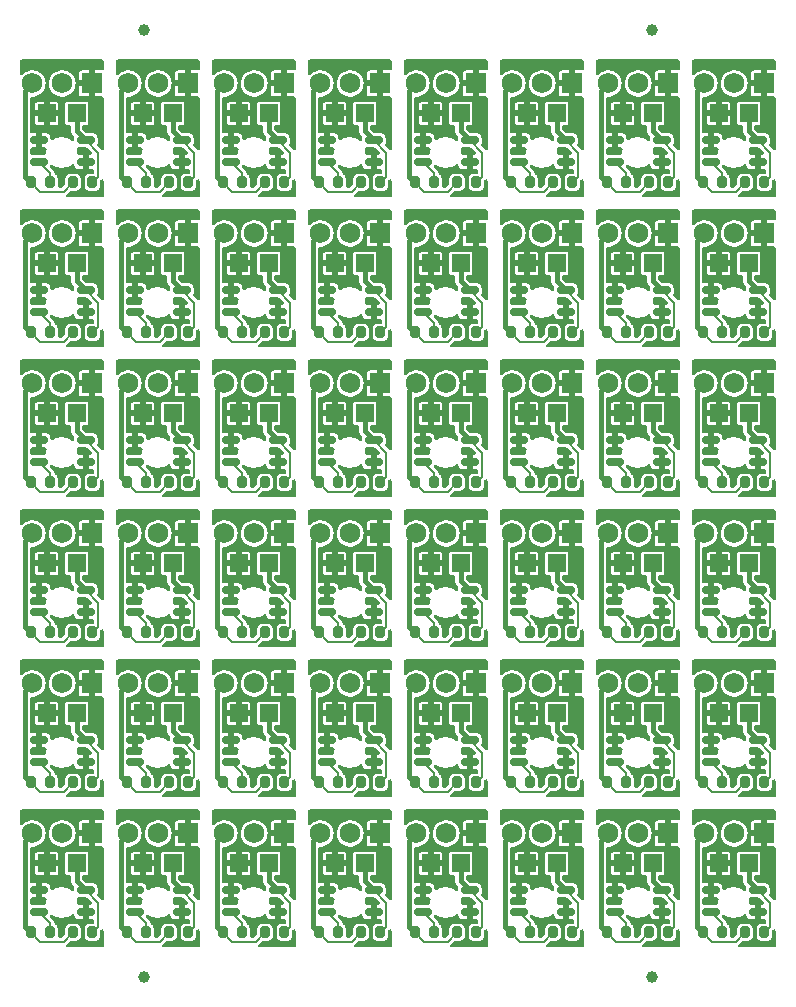
<source format=gtl>
G04 #@! TF.GenerationSoftware,KiCad,Pcbnew,8.0.2-1*
G04 #@! TF.CreationDate,2024-06-10T22:55:01+02:00*
G04 #@! TF.ProjectId,panel-eyes,70616e65-6c2d-4657-9965-732e6b696361,rev?*
G04 #@! TF.SameCoordinates,Original*
G04 #@! TF.FileFunction,Copper,L1,Top*
G04 #@! TF.FilePolarity,Positive*
%FSLAX46Y46*%
G04 Gerber Fmt 4.6, Leading zero omitted, Abs format (unit mm)*
G04 Created by KiCad (PCBNEW 8.0.2-1) date 2024-06-10 22:55:01*
%MOMM*%
%LPD*%
G01*
G04 APERTURE LIST*
G04 Aperture macros list*
%AMRoundRect*
0 Rectangle with rounded corners*
0 $1 Rounding radius*
0 $2 $3 $4 $5 $6 $7 $8 $9 X,Y pos of 4 corners*
0 Add a 4 corners polygon primitive as box body*
4,1,4,$2,$3,$4,$5,$6,$7,$8,$9,$2,$3,0*
0 Add four circle primitives for the rounded corners*
1,1,$1+$1,$2,$3*
1,1,$1+$1,$4,$5*
1,1,$1+$1,$6,$7*
1,1,$1+$1,$8,$9*
0 Add four rect primitives between the rounded corners*
20,1,$1+$1,$2,$3,$4,$5,0*
20,1,$1+$1,$4,$5,$6,$7,0*
20,1,$1+$1,$6,$7,$8,$9,0*
20,1,$1+$1,$8,$9,$2,$3,0*%
G04 Aperture macros list end*
G04 #@! TA.AperFunction,SMDPad,CuDef*
%ADD10RoundRect,0.175000X0.575000X-0.175000X0.575000X0.175000X-0.575000X0.175000X-0.575000X-0.175000X0*%
G04 #@! TD*
G04 #@! TA.AperFunction,ComponentPad*
%ADD11R,1.500000X1.500000*%
G04 #@! TD*
G04 #@! TA.AperFunction,SMDPad,CuDef*
%ADD12RoundRect,0.200000X-0.200000X-0.275000X0.200000X-0.275000X0.200000X0.275000X-0.200000X0.275000X0*%
G04 #@! TD*
G04 #@! TA.AperFunction,SMDPad,CuDef*
%ADD13C,1.000000*%
G04 #@! TD*
G04 #@! TA.AperFunction,ComponentPad*
%ADD14R,1.700000X1.700000*%
G04 #@! TD*
G04 #@! TA.AperFunction,ComponentPad*
%ADD15C,1.750000*%
G04 #@! TD*
G04 #@! TA.AperFunction,ViaPad*
%ADD16C,0.600000*%
G04 #@! TD*
G04 #@! TA.AperFunction,Conductor*
%ADD17C,0.400000*%
G04 #@! TD*
G04 #@! TA.AperFunction,Conductor*
%ADD18C,0.200000*%
G04 #@! TD*
G04 APERTURE END LIST*
D10*
G04 #@! TO.P,U1,1,A*
G04 #@! TO.N,Board_1-Net-(U1-A)*
X10192000Y-15154500D03*
G04 #@! TO.P,U1,2,K*
G04 #@! TO.N,Board_1-GND*
X14192000Y-15154500D03*
G04 #@! TO.P,U1,3*
G04 #@! TO.N,Board_1-Net-(J1-Pin_2)*
X14192000Y-13354500D03*
G04 #@! TO.P,U1,4*
G04 #@! TO.N,Board_1-GND*
X10192000Y-13354500D03*
G04 #@! TD*
D11*
G04 #@! TO.P,TP2,1,1*
G04 #@! TO.N,Board_4-GND*
X35256000Y-11079500D03*
G04 #@! TD*
D12*
G04 #@! TO.P,R1,1*
G04 #@! TO.N,Board_28-Net-(J1-Pin_3)*
X33923000Y-55021500D03*
G04 #@! TO.P,R1,2*
G04 #@! TO.N,Board_28-Net-(U1-A)*
X35573000Y-55021500D03*
G04 #@! TD*
G04 #@! TO.P,R2,1*
G04 #@! TO.N,Board_25-Net-(J1-Pin_3)*
X13095000Y-55021500D03*
G04 #@! TO.P,R2,2*
G04 #@! TO.N,Board_25-Net-(J1-Pin_2)*
X14745000Y-55021500D03*
G04 #@! TD*
D11*
G04 #@! TO.P,TP1,1,1*
G04 #@! TO.N,Board_32-Net-(J1-Pin_2)*
X5284000Y-61879500D03*
G04 #@! TD*
D10*
G04 #@! TO.P,U1,1,A*
G04 #@! TO.N,Board_17-Net-(U1-A)*
X10192000Y-40554500D03*
G04 #@! TO.P,U1,2,K*
G04 #@! TO.N,Board_17-GND*
X14192000Y-40554500D03*
G04 #@! TO.P,U1,3*
G04 #@! TO.N,Board_17-Net-(J1-Pin_2)*
X14192000Y-38754500D03*
G04 #@! TO.P,U1,4*
G04 #@! TO.N,Board_17-GND*
X10192000Y-38754500D03*
G04 #@! TD*
D11*
G04 #@! TO.P,TP1,1,1*
G04 #@! TO.N,Board_25-Net-(J1-Pin_2)*
X13412000Y-49179500D03*
G04 #@! TD*
D10*
G04 #@! TO.P,U1,1,A*
G04 #@! TO.N,Board_16-Net-(U1-A)*
X2064000Y-40554500D03*
G04 #@! TO.P,U1,2,K*
G04 #@! TO.N,Board_16-GND*
X6064000Y-40554500D03*
G04 #@! TO.P,U1,3*
G04 #@! TO.N,Board_16-Net-(J1-Pin_2)*
X6064000Y-38754500D03*
G04 #@! TO.P,U1,4*
G04 #@! TO.N,Board_16-GND*
X2064000Y-38754500D03*
G04 #@! TD*
D12*
G04 #@! TO.P,R1,1*
G04 #@! TO.N,Board_23-Net-(J1-Pin_3)*
X58307000Y-42321500D03*
G04 #@! TO.P,R1,2*
G04 #@! TO.N,Board_23-Net-(U1-A)*
X59957000Y-42321500D03*
G04 #@! TD*
D11*
G04 #@! TO.P,TP2,1,1*
G04 #@! TO.N,Board_34-GND*
X19000000Y-61879500D03*
G04 #@! TD*
G04 #@! TO.P,TP1,1,1*
G04 #@! TO.N,Board_39-Net-(J1-Pin_2)*
X62180000Y-61879500D03*
G04 #@! TD*
G04 #@! TO.P,TP2,1,1*
G04 #@! TO.N,Board_3-GND*
X27128000Y-11079500D03*
G04 #@! TD*
G04 #@! TO.P,TP2,1,1*
G04 #@! TO.N,Board_24-GND*
X2744000Y-49179500D03*
G04 #@! TD*
G04 #@! TO.P,TP1,1,1*
G04 #@! TO.N,Board_47-Net-(J1-Pin_2)*
X62180000Y-74579500D03*
G04 #@! TD*
G04 #@! TO.P,TP1,1,1*
G04 #@! TO.N,Board_38-Net-(J1-Pin_2)*
X54052000Y-61879500D03*
G04 #@! TD*
G04 #@! TO.P,TP2,1,1*
G04 #@! TO.N,Board_9-GND*
X10872000Y-23779500D03*
G04 #@! TD*
D12*
G04 #@! TO.P,R1,1*
G04 #@! TO.N,Board_20-Net-(J1-Pin_3)*
X33923000Y-42321500D03*
G04 #@! TO.P,R1,2*
G04 #@! TO.N,Board_20-Net-(U1-A)*
X35573000Y-42321500D03*
G04 #@! TD*
G04 #@! TO.P,R2,1*
G04 #@! TO.N,Board_35-Net-(J1-Pin_3)*
X29351000Y-67721500D03*
G04 #@! TO.P,R2,2*
G04 #@! TO.N,Board_35-Net-(J1-Pin_2)*
X31001000Y-67721500D03*
G04 #@! TD*
D11*
G04 #@! TO.P,TP2,1,1*
G04 #@! TO.N,Board_32-GND*
X2744000Y-61879500D03*
G04 #@! TD*
G04 #@! TO.P,TP1,1,1*
G04 #@! TO.N,Board_16-Net-(J1-Pin_2)*
X5284000Y-36479500D03*
G04 #@! TD*
D12*
G04 #@! TO.P,R2,1*
G04 #@! TO.N,Board_42-Net-(J1-Pin_3)*
X21223000Y-80421500D03*
G04 #@! TO.P,R2,2*
G04 #@! TO.N,Board_42-Net-(J1-Pin_2)*
X22873000Y-80421500D03*
G04 #@! TD*
G04 #@! TO.P,R1,1*
G04 #@! TO.N,Board_33-Net-(J1-Pin_3)*
X9539000Y-67721500D03*
G04 #@! TO.P,R1,2*
G04 #@! TO.N,Board_33-Net-(U1-A)*
X11189000Y-67721500D03*
G04 #@! TD*
G04 #@! TO.P,R1,1*
G04 #@! TO.N,Board_1-Net-(J1-Pin_3)*
X9539000Y-16921500D03*
G04 #@! TO.P,R1,2*
G04 #@! TO.N,Board_1-Net-(U1-A)*
X11189000Y-16921500D03*
G04 #@! TD*
D11*
G04 #@! TO.P,TP2,1,1*
G04 #@! TO.N,Board_1-GND*
X10872000Y-11079500D03*
G04 #@! TD*
D10*
G04 #@! TO.P,U1,1,A*
G04 #@! TO.N,Board_34-Net-(U1-A)*
X18320000Y-65954500D03*
G04 #@! TO.P,U1,2,K*
G04 #@! TO.N,Board_34-GND*
X22320000Y-65954500D03*
G04 #@! TO.P,U1,3*
G04 #@! TO.N,Board_34-Net-(J1-Pin_2)*
X22320000Y-64154500D03*
G04 #@! TO.P,U1,4*
G04 #@! TO.N,Board_34-GND*
X18320000Y-64154500D03*
G04 #@! TD*
D12*
G04 #@! TO.P,R1,1*
G04 #@! TO.N,Board_24-Net-(J1-Pin_3)*
X1411000Y-55021500D03*
G04 #@! TO.P,R1,2*
G04 #@! TO.N,Board_24-Net-(U1-A)*
X3061000Y-55021500D03*
G04 #@! TD*
D11*
G04 #@! TO.P,TP2,1,1*
G04 #@! TO.N,Board_26-GND*
X19000000Y-49179500D03*
G04 #@! TD*
D12*
G04 #@! TO.P,R2,1*
G04 #@! TO.N,Board_47-Net-(J1-Pin_3)*
X61863000Y-80421500D03*
G04 #@! TO.P,R2,2*
G04 #@! TO.N,Board_47-Net-(J1-Pin_2)*
X63513000Y-80421500D03*
G04 #@! TD*
D11*
G04 #@! TO.P,TP2,1,1*
G04 #@! TO.N,Board_17-GND*
X10872000Y-36479500D03*
G04 #@! TD*
G04 #@! TO.P,TP2,1,1*
G04 #@! TO.N,Board_7-GND*
X59640000Y-11079500D03*
G04 #@! TD*
D12*
G04 #@! TO.P,R1,1*
G04 #@! TO.N,Board_32-Net-(J1-Pin_3)*
X1411000Y-67721500D03*
G04 #@! TO.P,R1,2*
G04 #@! TO.N,Board_32-Net-(U1-A)*
X3061000Y-67721500D03*
G04 #@! TD*
D11*
G04 #@! TO.P,TP2,1,1*
G04 #@! TO.N,Board_31-GND*
X59640000Y-49179500D03*
G04 #@! TD*
D10*
G04 #@! TO.P,U1,1,A*
G04 #@! TO.N,Board_4-Net-(U1-A)*
X34576000Y-15154500D03*
G04 #@! TO.P,U1,2,K*
G04 #@! TO.N,Board_4-GND*
X38576000Y-15154500D03*
G04 #@! TO.P,U1,3*
G04 #@! TO.N,Board_4-Net-(J1-Pin_2)*
X38576000Y-13354500D03*
G04 #@! TO.P,U1,4*
G04 #@! TO.N,Board_4-GND*
X34576000Y-13354500D03*
G04 #@! TD*
D12*
G04 #@! TO.P,R2,1*
G04 #@! TO.N,Board_39-Net-(J1-Pin_3)*
X61863000Y-67721500D03*
G04 #@! TO.P,R2,2*
G04 #@! TO.N,Board_39-Net-(J1-Pin_2)*
X63513000Y-67721500D03*
G04 #@! TD*
G04 #@! TO.P,R2,1*
G04 #@! TO.N,Board_20-Net-(J1-Pin_3)*
X37479000Y-42321500D03*
G04 #@! TO.P,R2,2*
G04 #@! TO.N,Board_20-Net-(J1-Pin_2)*
X39129000Y-42321500D03*
G04 #@! TD*
G04 #@! TO.P,R2,1*
G04 #@! TO.N,Board_31-Net-(J1-Pin_3)*
X61863000Y-55021500D03*
G04 #@! TO.P,R2,2*
G04 #@! TO.N,Board_31-Net-(J1-Pin_2)*
X63513000Y-55021500D03*
G04 #@! TD*
D10*
G04 #@! TO.P,U1,1,A*
G04 #@! TO.N,Board_40-Net-(U1-A)*
X2064000Y-78654500D03*
G04 #@! TO.P,U1,2,K*
G04 #@! TO.N,Board_40-GND*
X6064000Y-78654500D03*
G04 #@! TO.P,U1,3*
G04 #@! TO.N,Board_40-Net-(J1-Pin_2)*
X6064000Y-76854500D03*
G04 #@! TO.P,U1,4*
G04 #@! TO.N,Board_40-GND*
X2064000Y-76854500D03*
G04 #@! TD*
D12*
G04 #@! TO.P,R1,1*
G04 #@! TO.N,Board_27-Net-(J1-Pin_3)*
X25795000Y-55021500D03*
G04 #@! TO.P,R1,2*
G04 #@! TO.N,Board_27-Net-(U1-A)*
X27445000Y-55021500D03*
G04 #@! TD*
D10*
G04 #@! TO.P,U1,1,A*
G04 #@! TO.N,Board_2-Net-(U1-A)*
X18320000Y-15154500D03*
G04 #@! TO.P,U1,2,K*
G04 #@! TO.N,Board_2-GND*
X22320000Y-15154500D03*
G04 #@! TO.P,U1,3*
G04 #@! TO.N,Board_2-Net-(J1-Pin_2)*
X22320000Y-13354500D03*
G04 #@! TO.P,U1,4*
G04 #@! TO.N,Board_2-GND*
X18320000Y-13354500D03*
G04 #@! TD*
D12*
G04 #@! TO.P,R2,1*
G04 #@! TO.N,Board_12-Net-(J1-Pin_3)*
X37479000Y-29621500D03*
G04 #@! TO.P,R2,2*
G04 #@! TO.N,Board_12-Net-(J1-Pin_2)*
X39129000Y-29621500D03*
G04 #@! TD*
G04 #@! TO.P,R2,1*
G04 #@! TO.N,Board_37-Net-(J1-Pin_3)*
X45607000Y-67721500D03*
G04 #@! TO.P,R2,2*
G04 #@! TO.N,Board_37-Net-(J1-Pin_2)*
X47257000Y-67721500D03*
G04 #@! TD*
D10*
G04 #@! TO.P,U1,1,A*
G04 #@! TO.N,Board_27-Net-(U1-A)*
X26448000Y-53254500D03*
G04 #@! TO.P,U1,2,K*
G04 #@! TO.N,Board_27-GND*
X30448000Y-53254500D03*
G04 #@! TO.P,U1,3*
G04 #@! TO.N,Board_27-Net-(J1-Pin_2)*
X30448000Y-51454500D03*
G04 #@! TO.P,U1,4*
G04 #@! TO.N,Board_27-GND*
X26448000Y-51454500D03*
G04 #@! TD*
D12*
G04 #@! TO.P,R2,1*
G04 #@! TO.N,Board_10-Net-(J1-Pin_3)*
X21223000Y-29621500D03*
G04 #@! TO.P,R2,2*
G04 #@! TO.N,Board_10-Net-(J1-Pin_2)*
X22873000Y-29621500D03*
G04 #@! TD*
G04 #@! TO.P,R2,1*
G04 #@! TO.N,Board_7-Net-(J1-Pin_3)*
X61863000Y-16921500D03*
G04 #@! TO.P,R2,2*
G04 #@! TO.N,Board_7-Net-(J1-Pin_2)*
X63513000Y-16921500D03*
G04 #@! TD*
G04 #@! TO.P,R1,1*
G04 #@! TO.N,Board_15-Net-(J1-Pin_3)*
X58307000Y-29621500D03*
G04 #@! TO.P,R1,2*
G04 #@! TO.N,Board_15-Net-(U1-A)*
X59957000Y-29621500D03*
G04 #@! TD*
D11*
G04 #@! TO.P,TP1,1,1*
G04 #@! TO.N,Board_18-Net-(J1-Pin_2)*
X21540000Y-36479500D03*
G04 #@! TD*
D12*
G04 #@! TO.P,R1,1*
G04 #@! TO.N,Board_16-Net-(J1-Pin_3)*
X1411000Y-42321500D03*
G04 #@! TO.P,R1,2*
G04 #@! TO.N,Board_16-Net-(U1-A)*
X3061000Y-42321500D03*
G04 #@! TD*
D11*
G04 #@! TO.P,TP2,1,1*
G04 #@! TO.N,Board_39-GND*
X59640000Y-61879500D03*
G04 #@! TD*
G04 #@! TO.P,TP1,1,1*
G04 #@! TO.N,Board_2-Net-(J1-Pin_2)*
X21540000Y-11079500D03*
G04 #@! TD*
G04 #@! TO.P,TP1,1,1*
G04 #@! TO.N,Board_43-Net-(J1-Pin_2)*
X29668000Y-74579500D03*
G04 #@! TD*
D12*
G04 #@! TO.P,R1,1*
G04 #@! TO.N,Board_30-Net-(J1-Pin_3)*
X50179000Y-55021500D03*
G04 #@! TO.P,R1,2*
G04 #@! TO.N,Board_30-Net-(U1-A)*
X51829000Y-55021500D03*
G04 #@! TD*
D11*
G04 #@! TO.P,TP2,1,1*
G04 #@! TO.N,Board_11-GND*
X27128000Y-23779500D03*
G04 #@! TD*
D10*
G04 #@! TO.P,U1,1,A*
G04 #@! TO.N,Board_42-Net-(U1-A)*
X18320000Y-78654500D03*
G04 #@! TO.P,U1,2,K*
G04 #@! TO.N,Board_42-GND*
X22320000Y-78654500D03*
G04 #@! TO.P,U1,3*
G04 #@! TO.N,Board_42-Net-(J1-Pin_2)*
X22320000Y-76854500D03*
G04 #@! TO.P,U1,4*
G04 #@! TO.N,Board_42-GND*
X18320000Y-76854500D03*
G04 #@! TD*
D11*
G04 #@! TO.P,TP1,1,1*
G04 #@! TO.N,Board_10-Net-(J1-Pin_2)*
X21540000Y-23779500D03*
G04 #@! TD*
D12*
G04 #@! TO.P,R2,1*
G04 #@! TO.N,Board_27-Net-(J1-Pin_3)*
X29351000Y-55021500D03*
G04 #@! TO.P,R2,2*
G04 #@! TO.N,Board_27-Net-(J1-Pin_2)*
X31001000Y-55021500D03*
G04 #@! TD*
D13*
G04 #@! TO.P,KiKit_FID_T_1,*
G04 #@! TO.N,*
X11000000Y-4000000D03*
G04 #@! TD*
D11*
G04 #@! TO.P,TP2,1,1*
G04 #@! TO.N,Board_15-GND*
X59640000Y-23779500D03*
G04 #@! TD*
G04 #@! TO.P,TP2,1,1*
G04 #@! TO.N,Board_13-GND*
X43384000Y-23779500D03*
G04 #@! TD*
D12*
G04 #@! TO.P,R1,1*
G04 #@! TO.N,Board_38-Net-(J1-Pin_3)*
X50179000Y-67721500D03*
G04 #@! TO.P,R1,2*
G04 #@! TO.N,Board_38-Net-(U1-A)*
X51829000Y-67721500D03*
G04 #@! TD*
D11*
G04 #@! TO.P,TP1,1,1*
G04 #@! TO.N,Board_37-Net-(J1-Pin_2)*
X45924000Y-61879500D03*
G04 #@! TD*
G04 #@! TO.P,TP2,1,1*
G04 #@! TO.N,Board_40-GND*
X2744000Y-74579500D03*
G04 #@! TD*
G04 #@! TO.P,TP1,1,1*
G04 #@! TO.N,Board_34-Net-(J1-Pin_2)*
X21540000Y-61879500D03*
G04 #@! TD*
G04 #@! TO.P,TP2,1,1*
G04 #@! TO.N,Board_46-GND*
X51512000Y-74579500D03*
G04 #@! TD*
G04 #@! TO.P,TP2,1,1*
G04 #@! TO.N,Board_38-GND*
X51512000Y-61879500D03*
G04 #@! TD*
D12*
G04 #@! TO.P,R1,1*
G04 #@! TO.N,Board_43-Net-(J1-Pin_3)*
X25795000Y-80421500D03*
G04 #@! TO.P,R1,2*
G04 #@! TO.N,Board_43-Net-(U1-A)*
X27445000Y-80421500D03*
G04 #@! TD*
D13*
G04 #@! TO.P,KiKit_FID_T_3,*
G04 #@! TO.N,*
X11000000Y-84199500D03*
G04 #@! TD*
D10*
G04 #@! TO.P,U1,1,A*
G04 #@! TO.N,Board_44-Net-(U1-A)*
X34576000Y-78654500D03*
G04 #@! TO.P,U1,2,K*
G04 #@! TO.N,Board_44-GND*
X38576000Y-78654500D03*
G04 #@! TO.P,U1,3*
G04 #@! TO.N,Board_44-Net-(J1-Pin_2)*
X38576000Y-76854500D03*
G04 #@! TO.P,U1,4*
G04 #@! TO.N,Board_44-GND*
X34576000Y-76854500D03*
G04 #@! TD*
D11*
G04 #@! TO.P,TP1,1,1*
G04 #@! TO.N,Board_5-Net-(J1-Pin_2)*
X45924000Y-11079500D03*
G04 #@! TD*
G04 #@! TO.P,TP2,1,1*
G04 #@! TO.N,Board_2-GND*
X19000000Y-11079500D03*
G04 #@! TD*
D12*
G04 #@! TO.P,R2,1*
G04 #@! TO.N,Board_32-Net-(J1-Pin_3)*
X4967000Y-67721500D03*
G04 #@! TO.P,R2,2*
G04 #@! TO.N,Board_32-Net-(J1-Pin_2)*
X6617000Y-67721500D03*
G04 #@! TD*
G04 #@! TO.P,R1,1*
G04 #@! TO.N,Board_39-Net-(J1-Pin_3)*
X58307000Y-67721500D03*
G04 #@! TO.P,R1,2*
G04 #@! TO.N,Board_39-Net-(U1-A)*
X59957000Y-67721500D03*
G04 #@! TD*
D10*
G04 #@! TO.P,U1,1,A*
G04 #@! TO.N,Board_12-Net-(U1-A)*
X34576000Y-27854500D03*
G04 #@! TO.P,U1,2,K*
G04 #@! TO.N,Board_12-GND*
X38576000Y-27854500D03*
G04 #@! TO.P,U1,3*
G04 #@! TO.N,Board_12-Net-(J1-Pin_2)*
X38576000Y-26054500D03*
G04 #@! TO.P,U1,4*
G04 #@! TO.N,Board_12-GND*
X34576000Y-26054500D03*
G04 #@! TD*
G04 #@! TO.P,U1,1,A*
G04 #@! TO.N,Board_46-Net-(U1-A)*
X50832000Y-78654500D03*
G04 #@! TO.P,U1,2,K*
G04 #@! TO.N,Board_46-GND*
X54832000Y-78654500D03*
G04 #@! TO.P,U1,3*
G04 #@! TO.N,Board_46-Net-(J1-Pin_2)*
X54832000Y-76854500D03*
G04 #@! TO.P,U1,4*
G04 #@! TO.N,Board_46-GND*
X50832000Y-76854500D03*
G04 #@! TD*
D11*
G04 #@! TO.P,TP2,1,1*
G04 #@! TO.N,Board_28-GND*
X35256000Y-49179500D03*
G04 #@! TD*
D10*
G04 #@! TO.P,U1,1,A*
G04 #@! TO.N,Board_22-Net-(U1-A)*
X50832000Y-40554500D03*
G04 #@! TO.P,U1,2,K*
G04 #@! TO.N,Board_22-GND*
X54832000Y-40554500D03*
G04 #@! TO.P,U1,3*
G04 #@! TO.N,Board_22-Net-(J1-Pin_2)*
X54832000Y-38754500D03*
G04 #@! TO.P,U1,4*
G04 #@! TO.N,Board_22-GND*
X50832000Y-38754500D03*
G04 #@! TD*
D12*
G04 #@! TO.P,R2,1*
G04 #@! TO.N,Board_29-Net-(J1-Pin_3)*
X45607000Y-55021500D03*
G04 #@! TO.P,R2,2*
G04 #@! TO.N,Board_29-Net-(J1-Pin_2)*
X47257000Y-55021500D03*
G04 #@! TD*
D10*
G04 #@! TO.P,U1,1,A*
G04 #@! TO.N,Board_10-Net-(U1-A)*
X18320000Y-27854500D03*
G04 #@! TO.P,U1,2,K*
G04 #@! TO.N,Board_10-GND*
X22320000Y-27854500D03*
G04 #@! TO.P,U1,3*
G04 #@! TO.N,Board_10-Net-(J1-Pin_2)*
X22320000Y-26054500D03*
G04 #@! TO.P,U1,4*
G04 #@! TO.N,Board_10-GND*
X18320000Y-26054500D03*
G04 #@! TD*
D12*
G04 #@! TO.P,R2,1*
G04 #@! TO.N,Board_2-Net-(J1-Pin_3)*
X21223000Y-16921500D03*
G04 #@! TO.P,R2,2*
G04 #@! TO.N,Board_2-Net-(J1-Pin_2)*
X22873000Y-16921500D03*
G04 #@! TD*
G04 #@! TO.P,R1,1*
G04 #@! TO.N,Board_44-Net-(J1-Pin_3)*
X33923000Y-80421500D03*
G04 #@! TO.P,R1,2*
G04 #@! TO.N,Board_44-Net-(U1-A)*
X35573000Y-80421500D03*
G04 #@! TD*
D11*
G04 #@! TO.P,TP1,1,1*
G04 #@! TO.N,Board_44-Net-(J1-Pin_2)*
X37796000Y-74579500D03*
G04 #@! TD*
D10*
G04 #@! TO.P,U1,1,A*
G04 #@! TO.N,Board_32-Net-(U1-A)*
X2064000Y-65954500D03*
G04 #@! TO.P,U1,2,K*
G04 #@! TO.N,Board_32-GND*
X6064000Y-65954500D03*
G04 #@! TO.P,U1,3*
G04 #@! TO.N,Board_32-Net-(J1-Pin_2)*
X6064000Y-64154500D03*
G04 #@! TO.P,U1,4*
G04 #@! TO.N,Board_32-GND*
X2064000Y-64154500D03*
G04 #@! TD*
D12*
G04 #@! TO.P,R2,1*
G04 #@! TO.N,Board_3-Net-(J1-Pin_3)*
X29351000Y-16921500D03*
G04 #@! TO.P,R2,2*
G04 #@! TO.N,Board_3-Net-(J1-Pin_2)*
X31001000Y-16921500D03*
G04 #@! TD*
G04 #@! TO.P,R2,1*
G04 #@! TO.N,Board_18-Net-(J1-Pin_3)*
X21223000Y-42321500D03*
G04 #@! TO.P,R2,2*
G04 #@! TO.N,Board_18-Net-(J1-Pin_2)*
X22873000Y-42321500D03*
G04 #@! TD*
D13*
G04 #@! TO.P,KiKit_FID_T_4,*
G04 #@! TO.N,*
X54024000Y-84199500D03*
G04 #@! TD*
D11*
G04 #@! TO.P,TP1,1,1*
G04 #@! TO.N,Board_0-Net-(J1-Pin_2)*
X5284000Y-11079500D03*
G04 #@! TD*
G04 #@! TO.P,TP2,1,1*
G04 #@! TO.N,Board_35-GND*
X27128000Y-61879500D03*
G04 #@! TD*
G04 #@! TO.P,TP1,1,1*
G04 #@! TO.N,Board_8-Net-(J1-Pin_2)*
X5284000Y-23779500D03*
G04 #@! TD*
D12*
G04 #@! TO.P,R1,1*
G04 #@! TO.N,Board_46-Net-(J1-Pin_3)*
X50179000Y-80421500D03*
G04 #@! TO.P,R1,2*
G04 #@! TO.N,Board_46-Net-(U1-A)*
X51829000Y-80421500D03*
G04 #@! TD*
D10*
G04 #@! TO.P,U1,1,A*
G04 #@! TO.N,Board_45-Net-(U1-A)*
X42704000Y-78654500D03*
G04 #@! TO.P,U1,2,K*
G04 #@! TO.N,Board_45-GND*
X46704000Y-78654500D03*
G04 #@! TO.P,U1,3*
G04 #@! TO.N,Board_45-Net-(J1-Pin_2)*
X46704000Y-76854500D03*
G04 #@! TO.P,U1,4*
G04 #@! TO.N,Board_45-GND*
X42704000Y-76854500D03*
G04 #@! TD*
D12*
G04 #@! TO.P,R2,1*
G04 #@! TO.N,Board_15-Net-(J1-Pin_3)*
X61863000Y-29621500D03*
G04 #@! TO.P,R2,2*
G04 #@! TO.N,Board_15-Net-(J1-Pin_2)*
X63513000Y-29621500D03*
G04 #@! TD*
D10*
G04 #@! TO.P,U1,1,A*
G04 #@! TO.N,Board_38-Net-(U1-A)*
X50832000Y-65954500D03*
G04 #@! TO.P,U1,2,K*
G04 #@! TO.N,Board_38-GND*
X54832000Y-65954500D03*
G04 #@! TO.P,U1,3*
G04 #@! TO.N,Board_38-Net-(J1-Pin_2)*
X54832000Y-64154500D03*
G04 #@! TO.P,U1,4*
G04 #@! TO.N,Board_38-GND*
X50832000Y-64154500D03*
G04 #@! TD*
D12*
G04 #@! TO.P,R2,1*
G04 #@! TO.N,Board_22-Net-(J1-Pin_3)*
X53735000Y-42321500D03*
G04 #@! TO.P,R2,2*
G04 #@! TO.N,Board_22-Net-(J1-Pin_2)*
X55385000Y-42321500D03*
G04 #@! TD*
G04 #@! TO.P,R1,1*
G04 #@! TO.N,Board_9-Net-(J1-Pin_3)*
X9539000Y-29621500D03*
G04 #@! TO.P,R1,2*
G04 #@! TO.N,Board_9-Net-(U1-A)*
X11189000Y-29621500D03*
G04 #@! TD*
D11*
G04 #@! TO.P,TP1,1,1*
G04 #@! TO.N,Board_24-Net-(J1-Pin_2)*
X5284000Y-49179500D03*
G04 #@! TD*
D12*
G04 #@! TO.P,R1,1*
G04 #@! TO.N,Board_8-Net-(J1-Pin_3)*
X1411000Y-29621500D03*
G04 #@! TO.P,R1,2*
G04 #@! TO.N,Board_8-Net-(U1-A)*
X3061000Y-29621500D03*
G04 #@! TD*
D11*
G04 #@! TO.P,TP2,1,1*
G04 #@! TO.N,Board_44-GND*
X35256000Y-74579500D03*
G04 #@! TD*
G04 #@! TO.P,TP1,1,1*
G04 #@! TO.N,Board_33-Net-(J1-Pin_2)*
X13412000Y-61879500D03*
G04 #@! TD*
G04 #@! TO.P,TP2,1,1*
G04 #@! TO.N,Board_42-GND*
X19000000Y-74579500D03*
G04 #@! TD*
D12*
G04 #@! TO.P,R1,1*
G04 #@! TO.N,Board_11-Net-(J1-Pin_3)*
X25795000Y-29621500D03*
G04 #@! TO.P,R1,2*
G04 #@! TO.N,Board_11-Net-(U1-A)*
X27445000Y-29621500D03*
G04 #@! TD*
D10*
G04 #@! TO.P,U1,1,A*
G04 #@! TO.N,Board_9-Net-(U1-A)*
X10192000Y-27854500D03*
G04 #@! TO.P,U1,2,K*
G04 #@! TO.N,Board_9-GND*
X14192000Y-27854500D03*
G04 #@! TO.P,U1,3*
G04 #@! TO.N,Board_9-Net-(J1-Pin_2)*
X14192000Y-26054500D03*
G04 #@! TO.P,U1,4*
G04 #@! TO.N,Board_9-GND*
X10192000Y-26054500D03*
G04 #@! TD*
D11*
G04 #@! TO.P,TP1,1,1*
G04 #@! TO.N,Board_29-Net-(J1-Pin_2)*
X45924000Y-49179500D03*
G04 #@! TD*
G04 #@! TO.P,TP1,1,1*
G04 #@! TO.N,Board_27-Net-(J1-Pin_2)*
X29668000Y-49179500D03*
G04 #@! TD*
G04 #@! TO.P,TP1,1,1*
G04 #@! TO.N,Board_45-Net-(J1-Pin_2)*
X45924000Y-74579500D03*
G04 #@! TD*
G04 #@! TO.P,TP1,1,1*
G04 #@! TO.N,Board_12-Net-(J1-Pin_2)*
X37796000Y-23779500D03*
G04 #@! TD*
G04 #@! TO.P,TP1,1,1*
G04 #@! TO.N,Board_36-Net-(J1-Pin_2)*
X37796000Y-61879500D03*
G04 #@! TD*
D12*
G04 #@! TO.P,R1,1*
G04 #@! TO.N,Board_6-Net-(J1-Pin_3)*
X50179000Y-16921500D03*
G04 #@! TO.P,R1,2*
G04 #@! TO.N,Board_6-Net-(U1-A)*
X51829000Y-16921500D03*
G04 #@! TD*
D11*
G04 #@! TO.P,TP1,1,1*
G04 #@! TO.N,Board_7-Net-(J1-Pin_2)*
X62180000Y-11079500D03*
G04 #@! TD*
D12*
G04 #@! TO.P,R2,1*
G04 #@! TO.N,Board_13-Net-(J1-Pin_3)*
X45607000Y-29621500D03*
G04 #@! TO.P,R2,2*
G04 #@! TO.N,Board_13-Net-(J1-Pin_2)*
X47257000Y-29621500D03*
G04 #@! TD*
D10*
G04 #@! TO.P,U1,1,A*
G04 #@! TO.N,Board_15-Net-(U1-A)*
X58960000Y-27854500D03*
G04 #@! TO.P,U1,2,K*
G04 #@! TO.N,Board_15-GND*
X62960000Y-27854500D03*
G04 #@! TO.P,U1,3*
G04 #@! TO.N,Board_15-Net-(J1-Pin_2)*
X62960000Y-26054500D03*
G04 #@! TO.P,U1,4*
G04 #@! TO.N,Board_15-GND*
X58960000Y-26054500D03*
G04 #@! TD*
D12*
G04 #@! TO.P,R2,1*
G04 #@! TO.N,Board_41-Net-(J1-Pin_3)*
X13095000Y-80421500D03*
G04 #@! TO.P,R2,2*
G04 #@! TO.N,Board_41-Net-(J1-Pin_2)*
X14745000Y-80421500D03*
G04 #@! TD*
G04 #@! TO.P,R2,1*
G04 #@! TO.N,Board_26-Net-(J1-Pin_3)*
X21223000Y-55021500D03*
G04 #@! TO.P,R2,2*
G04 #@! TO.N,Board_26-Net-(J1-Pin_2)*
X22873000Y-55021500D03*
G04 #@! TD*
D11*
G04 #@! TO.P,TP1,1,1*
G04 #@! TO.N,Board_31-Net-(J1-Pin_2)*
X62180000Y-49179500D03*
G04 #@! TD*
D12*
G04 #@! TO.P,R2,1*
G04 #@! TO.N,Board_40-Net-(J1-Pin_3)*
X4967000Y-80421500D03*
G04 #@! TO.P,R2,2*
G04 #@! TO.N,Board_40-Net-(J1-Pin_2)*
X6617000Y-80421500D03*
G04 #@! TD*
D11*
G04 #@! TO.P,TP2,1,1*
G04 #@! TO.N,Board_10-GND*
X19000000Y-23779500D03*
G04 #@! TD*
D10*
G04 #@! TO.P,U1,1,A*
G04 #@! TO.N,Board_29-Net-(U1-A)*
X42704000Y-53254500D03*
G04 #@! TO.P,U1,2,K*
G04 #@! TO.N,Board_29-GND*
X46704000Y-53254500D03*
G04 #@! TO.P,U1,3*
G04 #@! TO.N,Board_29-Net-(J1-Pin_2)*
X46704000Y-51454500D03*
G04 #@! TO.P,U1,4*
G04 #@! TO.N,Board_29-GND*
X42704000Y-51454500D03*
G04 #@! TD*
D12*
G04 #@! TO.P,R1,1*
G04 #@! TO.N,Board_45-Net-(J1-Pin_3)*
X42051000Y-80421500D03*
G04 #@! TO.P,R1,2*
G04 #@! TO.N,Board_45-Net-(U1-A)*
X43701000Y-80421500D03*
G04 #@! TD*
D10*
G04 #@! TO.P,U1,1,A*
G04 #@! TO.N,Board_37-Net-(U1-A)*
X42704000Y-65954500D03*
G04 #@! TO.P,U1,2,K*
G04 #@! TO.N,Board_37-GND*
X46704000Y-65954500D03*
G04 #@! TO.P,U1,3*
G04 #@! TO.N,Board_37-Net-(J1-Pin_2)*
X46704000Y-64154500D03*
G04 #@! TO.P,U1,4*
G04 #@! TO.N,Board_37-GND*
X42704000Y-64154500D03*
G04 #@! TD*
G04 #@! TO.P,U1,1,A*
G04 #@! TO.N,Board_43-Net-(U1-A)*
X26448000Y-78654500D03*
G04 #@! TO.P,U1,2,K*
G04 #@! TO.N,Board_43-GND*
X30448000Y-78654500D03*
G04 #@! TO.P,U1,3*
G04 #@! TO.N,Board_43-Net-(J1-Pin_2)*
X30448000Y-76854500D03*
G04 #@! TO.P,U1,4*
G04 #@! TO.N,Board_43-GND*
X26448000Y-76854500D03*
G04 #@! TD*
G04 #@! TO.P,U1,1,A*
G04 #@! TO.N,Board_20-Net-(U1-A)*
X34576000Y-40554500D03*
G04 #@! TO.P,U1,2,K*
G04 #@! TO.N,Board_20-GND*
X38576000Y-40554500D03*
G04 #@! TO.P,U1,3*
G04 #@! TO.N,Board_20-Net-(J1-Pin_2)*
X38576000Y-38754500D03*
G04 #@! TO.P,U1,4*
G04 #@! TO.N,Board_20-GND*
X34576000Y-38754500D03*
G04 #@! TD*
D12*
G04 #@! TO.P,R1,1*
G04 #@! TO.N,Board_37-Net-(J1-Pin_3)*
X42051000Y-67721500D03*
G04 #@! TO.P,R1,2*
G04 #@! TO.N,Board_37-Net-(U1-A)*
X43701000Y-67721500D03*
G04 #@! TD*
G04 #@! TO.P,R1,1*
G04 #@! TO.N,Board_13-Net-(J1-Pin_3)*
X42051000Y-29621500D03*
G04 #@! TO.P,R1,2*
G04 #@! TO.N,Board_13-Net-(U1-A)*
X43701000Y-29621500D03*
G04 #@! TD*
D10*
G04 #@! TO.P,U1,1,A*
G04 #@! TO.N,Board_28-Net-(U1-A)*
X34576000Y-53254500D03*
G04 #@! TO.P,U1,2,K*
G04 #@! TO.N,Board_28-GND*
X38576000Y-53254500D03*
G04 #@! TO.P,U1,3*
G04 #@! TO.N,Board_28-Net-(J1-Pin_2)*
X38576000Y-51454500D03*
G04 #@! TO.P,U1,4*
G04 #@! TO.N,Board_28-GND*
X34576000Y-51454500D03*
G04 #@! TD*
D11*
G04 #@! TO.P,TP2,1,1*
G04 #@! TO.N,Board_6-GND*
X51512000Y-11079500D03*
G04 #@! TD*
G04 #@! TO.P,TP1,1,1*
G04 #@! TO.N,Board_46-Net-(J1-Pin_2)*
X54052000Y-74579500D03*
G04 #@! TD*
D12*
G04 #@! TO.P,R2,1*
G04 #@! TO.N,Board_23-Net-(J1-Pin_3)*
X61863000Y-42321500D03*
G04 #@! TO.P,R2,2*
G04 #@! TO.N,Board_23-Net-(J1-Pin_2)*
X63513000Y-42321500D03*
G04 #@! TD*
G04 #@! TO.P,R2,1*
G04 #@! TO.N,Board_44-Net-(J1-Pin_3)*
X37479000Y-80421500D03*
G04 #@! TO.P,R2,2*
G04 #@! TO.N,Board_44-Net-(J1-Pin_2)*
X39129000Y-80421500D03*
G04 #@! TD*
G04 #@! TO.P,R1,1*
G04 #@! TO.N,Board_10-Net-(J1-Pin_3)*
X17667000Y-29621500D03*
G04 #@! TO.P,R1,2*
G04 #@! TO.N,Board_10-Net-(U1-A)*
X19317000Y-29621500D03*
G04 #@! TD*
D10*
G04 #@! TO.P,U1,1,A*
G04 #@! TO.N,Board_13-Net-(U1-A)*
X42704000Y-27854500D03*
G04 #@! TO.P,U1,2,K*
G04 #@! TO.N,Board_13-GND*
X46704000Y-27854500D03*
G04 #@! TO.P,U1,3*
G04 #@! TO.N,Board_13-Net-(J1-Pin_2)*
X46704000Y-26054500D03*
G04 #@! TO.P,U1,4*
G04 #@! TO.N,Board_13-GND*
X42704000Y-26054500D03*
G04 #@! TD*
D12*
G04 #@! TO.P,R1,1*
G04 #@! TO.N,Board_34-Net-(J1-Pin_3)*
X17667000Y-67721500D03*
G04 #@! TO.P,R1,2*
G04 #@! TO.N,Board_34-Net-(U1-A)*
X19317000Y-67721500D03*
G04 #@! TD*
D10*
G04 #@! TO.P,U1,1,A*
G04 #@! TO.N,Board_7-Net-(U1-A)*
X58960000Y-15154500D03*
G04 #@! TO.P,U1,2,K*
G04 #@! TO.N,Board_7-GND*
X62960000Y-15154500D03*
G04 #@! TO.P,U1,3*
G04 #@! TO.N,Board_7-Net-(J1-Pin_2)*
X62960000Y-13354500D03*
G04 #@! TO.P,U1,4*
G04 #@! TO.N,Board_7-GND*
X58960000Y-13354500D03*
G04 #@! TD*
G04 #@! TO.P,U1,1,A*
G04 #@! TO.N,Board_0-Net-(U1-A)*
X2064000Y-15154500D03*
G04 #@! TO.P,U1,2,K*
G04 #@! TO.N,Board_0-GND*
X6064000Y-15154500D03*
G04 #@! TO.P,U1,3*
G04 #@! TO.N,Board_0-Net-(J1-Pin_2)*
X6064000Y-13354500D03*
G04 #@! TO.P,U1,4*
G04 #@! TO.N,Board_0-GND*
X2064000Y-13354500D03*
G04 #@! TD*
D11*
G04 #@! TO.P,TP2,1,1*
G04 #@! TO.N,Board_36-GND*
X35256000Y-61879500D03*
G04 #@! TD*
G04 #@! TO.P,TP2,1,1*
G04 #@! TO.N,Board_41-GND*
X10872000Y-74579500D03*
G04 #@! TD*
D12*
G04 #@! TO.P,R2,1*
G04 #@! TO.N,Board_38-Net-(J1-Pin_3)*
X53735000Y-67721500D03*
G04 #@! TO.P,R2,2*
G04 #@! TO.N,Board_38-Net-(J1-Pin_2)*
X55385000Y-67721500D03*
G04 #@! TD*
G04 #@! TO.P,R1,1*
G04 #@! TO.N,Board_17-Net-(J1-Pin_3)*
X9539000Y-42321500D03*
G04 #@! TO.P,R1,2*
G04 #@! TO.N,Board_17-Net-(U1-A)*
X11189000Y-42321500D03*
G04 #@! TD*
G04 #@! TO.P,R1,1*
G04 #@! TO.N,Board_12-Net-(J1-Pin_3)*
X33923000Y-29621500D03*
G04 #@! TO.P,R1,2*
G04 #@! TO.N,Board_12-Net-(U1-A)*
X35573000Y-29621500D03*
G04 #@! TD*
D10*
G04 #@! TO.P,U1,1,A*
G04 #@! TO.N,Board_41-Net-(U1-A)*
X10192000Y-78654500D03*
G04 #@! TO.P,U1,2,K*
G04 #@! TO.N,Board_41-GND*
X14192000Y-78654500D03*
G04 #@! TO.P,U1,3*
G04 #@! TO.N,Board_41-Net-(J1-Pin_2)*
X14192000Y-76854500D03*
G04 #@! TO.P,U1,4*
G04 #@! TO.N,Board_41-GND*
X10192000Y-76854500D03*
G04 #@! TD*
D11*
G04 #@! TO.P,TP1,1,1*
G04 #@! TO.N,Board_6-Net-(J1-Pin_2)*
X54052000Y-11079500D03*
G04 #@! TD*
G04 #@! TO.P,TP1,1,1*
G04 #@! TO.N,Board_20-Net-(J1-Pin_2)*
X37796000Y-36479500D03*
G04 #@! TD*
D12*
G04 #@! TO.P,R2,1*
G04 #@! TO.N,Board_46-Net-(J1-Pin_3)*
X53735000Y-80421500D03*
G04 #@! TO.P,R2,2*
G04 #@! TO.N,Board_46-Net-(J1-Pin_2)*
X55385000Y-80421500D03*
G04 #@! TD*
G04 #@! TO.P,R2,1*
G04 #@! TO.N,Board_17-Net-(J1-Pin_3)*
X13095000Y-42321500D03*
G04 #@! TO.P,R2,2*
G04 #@! TO.N,Board_17-Net-(J1-Pin_2)*
X14745000Y-42321500D03*
G04 #@! TD*
D11*
G04 #@! TO.P,TP1,1,1*
G04 #@! TO.N,Board_14-Net-(J1-Pin_2)*
X54052000Y-23779500D03*
G04 #@! TD*
D12*
G04 #@! TO.P,R2,1*
G04 #@! TO.N,Board_19-Net-(J1-Pin_3)*
X29351000Y-42321500D03*
G04 #@! TO.P,R2,2*
G04 #@! TO.N,Board_19-Net-(J1-Pin_2)*
X31001000Y-42321500D03*
G04 #@! TD*
D11*
G04 #@! TO.P,TP2,1,1*
G04 #@! TO.N,Board_0-GND*
X2744000Y-11079500D03*
G04 #@! TD*
D12*
G04 #@! TO.P,R1,1*
G04 #@! TO.N,Board_0-Net-(J1-Pin_3)*
X1411000Y-16921500D03*
G04 #@! TO.P,R1,2*
G04 #@! TO.N,Board_0-Net-(U1-A)*
X3061000Y-16921500D03*
G04 #@! TD*
G04 #@! TO.P,R1,1*
G04 #@! TO.N,Board_36-Net-(J1-Pin_3)*
X33923000Y-67721500D03*
G04 #@! TO.P,R1,2*
G04 #@! TO.N,Board_36-Net-(U1-A)*
X35573000Y-67721500D03*
G04 #@! TD*
G04 #@! TO.P,R1,1*
G04 #@! TO.N,Board_4-Net-(J1-Pin_3)*
X33923000Y-16921500D03*
G04 #@! TO.P,R1,2*
G04 #@! TO.N,Board_4-Net-(U1-A)*
X35573000Y-16921500D03*
G04 #@! TD*
G04 #@! TO.P,R1,1*
G04 #@! TO.N,Board_29-Net-(J1-Pin_3)*
X42051000Y-55021500D03*
G04 #@! TO.P,R1,2*
G04 #@! TO.N,Board_29-Net-(U1-A)*
X43701000Y-55021500D03*
G04 #@! TD*
D11*
G04 #@! TO.P,TP1,1,1*
G04 #@! TO.N,Board_17-Net-(J1-Pin_2)*
X13412000Y-36479500D03*
G04 #@! TD*
D12*
G04 #@! TO.P,R1,1*
G04 #@! TO.N,Board_42-Net-(J1-Pin_3)*
X17667000Y-80421500D03*
G04 #@! TO.P,R1,2*
G04 #@! TO.N,Board_42-Net-(U1-A)*
X19317000Y-80421500D03*
G04 #@! TD*
D10*
G04 #@! TO.P,U1,1,A*
G04 #@! TO.N,Board_8-Net-(U1-A)*
X2064000Y-27854500D03*
G04 #@! TO.P,U1,2,K*
G04 #@! TO.N,Board_8-GND*
X6064000Y-27854500D03*
G04 #@! TO.P,U1,3*
G04 #@! TO.N,Board_8-Net-(J1-Pin_2)*
X6064000Y-26054500D03*
G04 #@! TO.P,U1,4*
G04 #@! TO.N,Board_8-GND*
X2064000Y-26054500D03*
G04 #@! TD*
D11*
G04 #@! TO.P,TP2,1,1*
G04 #@! TO.N,Board_20-GND*
X35256000Y-36479500D03*
G04 #@! TD*
G04 #@! TO.P,TP2,1,1*
G04 #@! TO.N,Board_43-GND*
X27128000Y-74579500D03*
G04 #@! TD*
D10*
G04 #@! TO.P,U1,1,A*
G04 #@! TO.N,Board_11-Net-(U1-A)*
X26448000Y-27854500D03*
G04 #@! TO.P,U1,2,K*
G04 #@! TO.N,Board_11-GND*
X30448000Y-27854500D03*
G04 #@! TO.P,U1,3*
G04 #@! TO.N,Board_11-Net-(J1-Pin_2)*
X30448000Y-26054500D03*
G04 #@! TO.P,U1,4*
G04 #@! TO.N,Board_11-GND*
X26448000Y-26054500D03*
G04 #@! TD*
D12*
G04 #@! TO.P,R2,1*
G04 #@! TO.N,Board_8-Net-(J1-Pin_3)*
X4967000Y-29621500D03*
G04 #@! TO.P,R2,2*
G04 #@! TO.N,Board_8-Net-(J1-Pin_2)*
X6617000Y-29621500D03*
G04 #@! TD*
G04 #@! TO.P,R2,1*
G04 #@! TO.N,Board_14-Net-(J1-Pin_3)*
X53735000Y-29621500D03*
G04 #@! TO.P,R2,2*
G04 #@! TO.N,Board_14-Net-(J1-Pin_2)*
X55385000Y-29621500D03*
G04 #@! TD*
D11*
G04 #@! TO.P,TP2,1,1*
G04 #@! TO.N,Board_14-GND*
X51512000Y-23779500D03*
G04 #@! TD*
D10*
G04 #@! TO.P,U1,1,A*
G04 #@! TO.N,Board_36-Net-(U1-A)*
X34576000Y-65954500D03*
G04 #@! TO.P,U1,2,K*
G04 #@! TO.N,Board_36-GND*
X38576000Y-65954500D03*
G04 #@! TO.P,U1,3*
G04 #@! TO.N,Board_36-Net-(J1-Pin_2)*
X38576000Y-64154500D03*
G04 #@! TO.P,U1,4*
G04 #@! TO.N,Board_36-GND*
X34576000Y-64154500D03*
G04 #@! TD*
D12*
G04 #@! TO.P,R2,1*
G04 #@! TO.N,Board_0-Net-(J1-Pin_3)*
X4967000Y-16921500D03*
G04 #@! TO.P,R2,2*
G04 #@! TO.N,Board_0-Net-(J1-Pin_2)*
X6617000Y-16921500D03*
G04 #@! TD*
D11*
G04 #@! TO.P,TP1,1,1*
G04 #@! TO.N,Board_42-Net-(J1-Pin_2)*
X21540000Y-74579500D03*
G04 #@! TD*
D12*
G04 #@! TO.P,R2,1*
G04 #@! TO.N,Board_16-Net-(J1-Pin_3)*
X4967000Y-42321500D03*
G04 #@! TO.P,R2,2*
G04 #@! TO.N,Board_16-Net-(J1-Pin_2)*
X6617000Y-42321500D03*
G04 #@! TD*
G04 #@! TO.P,R1,1*
G04 #@! TO.N,Board_25-Net-(J1-Pin_3)*
X9539000Y-55021500D03*
G04 #@! TO.P,R1,2*
G04 #@! TO.N,Board_25-Net-(U1-A)*
X11189000Y-55021500D03*
G04 #@! TD*
G04 #@! TO.P,R1,1*
G04 #@! TO.N,Board_19-Net-(J1-Pin_3)*
X25795000Y-42321500D03*
G04 #@! TO.P,R1,2*
G04 #@! TO.N,Board_19-Net-(U1-A)*
X27445000Y-42321500D03*
G04 #@! TD*
D10*
G04 #@! TO.P,U1,1,A*
G04 #@! TO.N,Board_23-Net-(U1-A)*
X58960000Y-40554500D03*
G04 #@! TO.P,U1,2,K*
G04 #@! TO.N,Board_23-GND*
X62960000Y-40554500D03*
G04 #@! TO.P,U1,3*
G04 #@! TO.N,Board_23-Net-(J1-Pin_2)*
X62960000Y-38754500D03*
G04 #@! TO.P,U1,4*
G04 #@! TO.N,Board_23-GND*
X58960000Y-38754500D03*
G04 #@! TD*
D12*
G04 #@! TO.P,R1,1*
G04 #@! TO.N,Board_47-Net-(J1-Pin_3)*
X58307000Y-80421500D03*
G04 #@! TO.P,R1,2*
G04 #@! TO.N,Board_47-Net-(U1-A)*
X59957000Y-80421500D03*
G04 #@! TD*
G04 #@! TO.P,R1,1*
G04 #@! TO.N,Board_2-Net-(J1-Pin_3)*
X17667000Y-16921500D03*
G04 #@! TO.P,R1,2*
G04 #@! TO.N,Board_2-Net-(U1-A)*
X19317000Y-16921500D03*
G04 #@! TD*
G04 #@! TO.P,R1,1*
G04 #@! TO.N,Board_35-Net-(J1-Pin_3)*
X25795000Y-67721500D03*
G04 #@! TO.P,R1,2*
G04 #@! TO.N,Board_35-Net-(U1-A)*
X27445000Y-67721500D03*
G04 #@! TD*
D11*
G04 #@! TO.P,TP1,1,1*
G04 #@! TO.N,Board_30-Net-(J1-Pin_2)*
X54052000Y-49179500D03*
G04 #@! TD*
D10*
G04 #@! TO.P,U1,1,A*
G04 #@! TO.N,Board_30-Net-(U1-A)*
X50832000Y-53254500D03*
G04 #@! TO.P,U1,2,K*
G04 #@! TO.N,Board_30-GND*
X54832000Y-53254500D03*
G04 #@! TO.P,U1,3*
G04 #@! TO.N,Board_30-Net-(J1-Pin_2)*
X54832000Y-51454500D03*
G04 #@! TO.P,U1,4*
G04 #@! TO.N,Board_30-GND*
X50832000Y-51454500D03*
G04 #@! TD*
G04 #@! TO.P,U1,1,A*
G04 #@! TO.N,Board_24-Net-(U1-A)*
X2064000Y-53254500D03*
G04 #@! TO.P,U1,2,K*
G04 #@! TO.N,Board_24-GND*
X6064000Y-53254500D03*
G04 #@! TO.P,U1,3*
G04 #@! TO.N,Board_24-Net-(J1-Pin_2)*
X6064000Y-51454500D03*
G04 #@! TO.P,U1,4*
G04 #@! TO.N,Board_24-GND*
X2064000Y-51454500D03*
G04 #@! TD*
D11*
G04 #@! TO.P,TP2,1,1*
G04 #@! TO.N,Board_5-GND*
X43384000Y-11079500D03*
G04 #@! TD*
G04 #@! TO.P,TP2,1,1*
G04 #@! TO.N,Board_37-GND*
X43384000Y-61879500D03*
G04 #@! TD*
G04 #@! TO.P,TP1,1,1*
G04 #@! TO.N,Board_19-Net-(J1-Pin_2)*
X29668000Y-36479500D03*
G04 #@! TD*
D10*
G04 #@! TO.P,U1,1,A*
G04 #@! TO.N,Board_25-Net-(U1-A)*
X10192000Y-53254500D03*
G04 #@! TO.P,U1,2,K*
G04 #@! TO.N,Board_25-GND*
X14192000Y-53254500D03*
G04 #@! TO.P,U1,3*
G04 #@! TO.N,Board_25-Net-(J1-Pin_2)*
X14192000Y-51454500D03*
G04 #@! TO.P,U1,4*
G04 #@! TO.N,Board_25-GND*
X10192000Y-51454500D03*
G04 #@! TD*
D12*
G04 #@! TO.P,R2,1*
G04 #@! TO.N,Board_30-Net-(J1-Pin_3)*
X53735000Y-55021500D03*
G04 #@! TO.P,R2,2*
G04 #@! TO.N,Board_30-Net-(J1-Pin_2)*
X55385000Y-55021500D03*
G04 #@! TD*
D11*
G04 #@! TO.P,TP1,1,1*
G04 #@! TO.N,Board_4-Net-(J1-Pin_2)*
X37796000Y-11079500D03*
G04 #@! TD*
D12*
G04 #@! TO.P,R2,1*
G04 #@! TO.N,Board_6-Net-(J1-Pin_3)*
X53735000Y-16921500D03*
G04 #@! TO.P,R2,2*
G04 #@! TO.N,Board_6-Net-(J1-Pin_2)*
X55385000Y-16921500D03*
G04 #@! TD*
G04 #@! TO.P,R2,1*
G04 #@! TO.N,Board_11-Net-(J1-Pin_3)*
X29351000Y-29621500D03*
G04 #@! TO.P,R2,2*
G04 #@! TO.N,Board_11-Net-(J1-Pin_2)*
X31001000Y-29621500D03*
G04 #@! TD*
G04 #@! TO.P,R1,1*
G04 #@! TO.N,Board_31-Net-(J1-Pin_3)*
X58307000Y-55021500D03*
G04 #@! TO.P,R1,2*
G04 #@! TO.N,Board_31-Net-(U1-A)*
X59957000Y-55021500D03*
G04 #@! TD*
D11*
G04 #@! TO.P,TP2,1,1*
G04 #@! TO.N,Board_23-GND*
X59640000Y-36479500D03*
G04 #@! TD*
D12*
G04 #@! TO.P,R1,1*
G04 #@! TO.N,Board_5-Net-(J1-Pin_3)*
X42051000Y-16921500D03*
G04 #@! TO.P,R1,2*
G04 #@! TO.N,Board_5-Net-(U1-A)*
X43701000Y-16921500D03*
G04 #@! TD*
D11*
G04 #@! TO.P,TP2,1,1*
G04 #@! TO.N,Board_18-GND*
X19000000Y-36479500D03*
G04 #@! TD*
D10*
G04 #@! TO.P,U1,1,A*
G04 #@! TO.N,Board_6-Net-(U1-A)*
X50832000Y-15154500D03*
G04 #@! TO.P,U1,2,K*
G04 #@! TO.N,Board_6-GND*
X54832000Y-15154500D03*
G04 #@! TO.P,U1,3*
G04 #@! TO.N,Board_6-Net-(J1-Pin_2)*
X54832000Y-13354500D03*
G04 #@! TO.P,U1,4*
G04 #@! TO.N,Board_6-GND*
X50832000Y-13354500D03*
G04 #@! TD*
D11*
G04 #@! TO.P,TP2,1,1*
G04 #@! TO.N,Board_45-GND*
X43384000Y-74579500D03*
G04 #@! TD*
D12*
G04 #@! TO.P,R1,1*
G04 #@! TO.N,Board_26-Net-(J1-Pin_3)*
X17667000Y-55021500D03*
G04 #@! TO.P,R1,2*
G04 #@! TO.N,Board_26-Net-(U1-A)*
X19317000Y-55021500D03*
G04 #@! TD*
G04 #@! TO.P,R1,1*
G04 #@! TO.N,Board_18-Net-(J1-Pin_3)*
X17667000Y-42321500D03*
G04 #@! TO.P,R1,2*
G04 #@! TO.N,Board_18-Net-(U1-A)*
X19317000Y-42321500D03*
G04 #@! TD*
G04 #@! TO.P,R2,1*
G04 #@! TO.N,Board_28-Net-(J1-Pin_3)*
X37479000Y-55021500D03*
G04 #@! TO.P,R2,2*
G04 #@! TO.N,Board_28-Net-(J1-Pin_2)*
X39129000Y-55021500D03*
G04 #@! TD*
G04 #@! TO.P,R2,1*
G04 #@! TO.N,Board_4-Net-(J1-Pin_3)*
X37479000Y-16921500D03*
G04 #@! TO.P,R2,2*
G04 #@! TO.N,Board_4-Net-(J1-Pin_2)*
X39129000Y-16921500D03*
G04 #@! TD*
D11*
G04 #@! TO.P,TP2,1,1*
G04 #@! TO.N,Board_8-GND*
X2744000Y-23779500D03*
G04 #@! TD*
D10*
G04 #@! TO.P,U1,1,A*
G04 #@! TO.N,Board_35-Net-(U1-A)*
X26448000Y-65954500D03*
G04 #@! TO.P,U1,2,K*
G04 #@! TO.N,Board_35-GND*
X30448000Y-65954500D03*
G04 #@! TO.P,U1,3*
G04 #@! TO.N,Board_35-Net-(J1-Pin_2)*
X30448000Y-64154500D03*
G04 #@! TO.P,U1,4*
G04 #@! TO.N,Board_35-GND*
X26448000Y-64154500D03*
G04 #@! TD*
D11*
G04 #@! TO.P,TP1,1,1*
G04 #@! TO.N,Board_9-Net-(J1-Pin_2)*
X13412000Y-23779500D03*
G04 #@! TD*
D10*
G04 #@! TO.P,U1,1,A*
G04 #@! TO.N,Board_31-Net-(U1-A)*
X58960000Y-53254500D03*
G04 #@! TO.P,U1,2,K*
G04 #@! TO.N,Board_31-GND*
X62960000Y-53254500D03*
G04 #@! TO.P,U1,3*
G04 #@! TO.N,Board_31-Net-(J1-Pin_2)*
X62960000Y-51454500D03*
G04 #@! TO.P,U1,4*
G04 #@! TO.N,Board_31-GND*
X58960000Y-51454500D03*
G04 #@! TD*
G04 #@! TO.P,U1,1,A*
G04 #@! TO.N,Board_18-Net-(U1-A)*
X18320000Y-40554500D03*
G04 #@! TO.P,U1,2,K*
G04 #@! TO.N,Board_18-GND*
X22320000Y-40554500D03*
G04 #@! TO.P,U1,3*
G04 #@! TO.N,Board_18-Net-(J1-Pin_2)*
X22320000Y-38754500D03*
G04 #@! TO.P,U1,4*
G04 #@! TO.N,Board_18-GND*
X18320000Y-38754500D03*
G04 #@! TD*
D11*
G04 #@! TO.P,TP1,1,1*
G04 #@! TO.N,Board_22-Net-(J1-Pin_2)*
X54052000Y-36479500D03*
G04 #@! TD*
D12*
G04 #@! TO.P,R1,1*
G04 #@! TO.N,Board_22-Net-(J1-Pin_3)*
X50179000Y-42321500D03*
G04 #@! TO.P,R1,2*
G04 #@! TO.N,Board_22-Net-(U1-A)*
X51829000Y-42321500D03*
G04 #@! TD*
G04 #@! TO.P,R1,1*
G04 #@! TO.N,Board_7-Net-(J1-Pin_3)*
X58307000Y-16921500D03*
G04 #@! TO.P,R1,2*
G04 #@! TO.N,Board_7-Net-(U1-A)*
X59957000Y-16921500D03*
G04 #@! TD*
D11*
G04 #@! TO.P,TP2,1,1*
G04 #@! TO.N,Board_33-GND*
X10872000Y-61879500D03*
G04 #@! TD*
D10*
G04 #@! TO.P,U1,1,A*
G04 #@! TO.N,Board_3-Net-(U1-A)*
X26448000Y-15154500D03*
G04 #@! TO.P,U1,2,K*
G04 #@! TO.N,Board_3-GND*
X30448000Y-15154500D03*
G04 #@! TO.P,U1,3*
G04 #@! TO.N,Board_3-Net-(J1-Pin_2)*
X30448000Y-13354500D03*
G04 #@! TO.P,U1,4*
G04 #@! TO.N,Board_3-GND*
X26448000Y-13354500D03*
G04 #@! TD*
G04 #@! TO.P,U1,1,A*
G04 #@! TO.N,Board_39-Net-(U1-A)*
X58960000Y-65954500D03*
G04 #@! TO.P,U1,2,K*
G04 #@! TO.N,Board_39-GND*
X62960000Y-65954500D03*
G04 #@! TO.P,U1,3*
G04 #@! TO.N,Board_39-Net-(J1-Pin_2)*
X62960000Y-64154500D03*
G04 #@! TO.P,U1,4*
G04 #@! TO.N,Board_39-GND*
X58960000Y-64154500D03*
G04 #@! TD*
D11*
G04 #@! TO.P,TP2,1,1*
G04 #@! TO.N,Board_30-GND*
X51512000Y-49179500D03*
G04 #@! TD*
D12*
G04 #@! TO.P,R2,1*
G04 #@! TO.N,Board_45-Net-(J1-Pin_3)*
X45607000Y-80421500D03*
G04 #@! TO.P,R2,2*
G04 #@! TO.N,Board_45-Net-(J1-Pin_2)*
X47257000Y-80421500D03*
G04 #@! TD*
G04 #@! TO.P,R2,1*
G04 #@! TO.N,Board_9-Net-(J1-Pin_3)*
X13095000Y-29621500D03*
G04 #@! TO.P,R2,2*
G04 #@! TO.N,Board_9-Net-(J1-Pin_2)*
X14745000Y-29621500D03*
G04 #@! TD*
D11*
G04 #@! TO.P,TP1,1,1*
G04 #@! TO.N,Board_21-Net-(J1-Pin_2)*
X45924000Y-36479500D03*
G04 #@! TD*
D12*
G04 #@! TO.P,R2,1*
G04 #@! TO.N,Board_43-Net-(J1-Pin_3)*
X29351000Y-80421500D03*
G04 #@! TO.P,R2,2*
G04 #@! TO.N,Board_43-Net-(J1-Pin_2)*
X31001000Y-80421500D03*
G04 #@! TD*
D11*
G04 #@! TO.P,TP1,1,1*
G04 #@! TO.N,Board_15-Net-(J1-Pin_2)*
X62180000Y-23779500D03*
G04 #@! TD*
D12*
G04 #@! TO.P,R1,1*
G04 #@! TO.N,Board_41-Net-(J1-Pin_3)*
X9539000Y-80421500D03*
G04 #@! TO.P,R1,2*
G04 #@! TO.N,Board_41-Net-(U1-A)*
X11189000Y-80421500D03*
G04 #@! TD*
G04 #@! TO.P,R2,1*
G04 #@! TO.N,Board_33-Net-(J1-Pin_3)*
X13095000Y-67721500D03*
G04 #@! TO.P,R2,2*
G04 #@! TO.N,Board_33-Net-(J1-Pin_2)*
X14745000Y-67721500D03*
G04 #@! TD*
G04 #@! TO.P,R2,1*
G04 #@! TO.N,Board_24-Net-(J1-Pin_3)*
X4967000Y-55021500D03*
G04 #@! TO.P,R2,2*
G04 #@! TO.N,Board_24-Net-(J1-Pin_2)*
X6617000Y-55021500D03*
G04 #@! TD*
G04 #@! TO.P,R2,1*
G04 #@! TO.N,Board_1-Net-(J1-Pin_3)*
X13095000Y-16921500D03*
G04 #@! TO.P,R2,2*
G04 #@! TO.N,Board_1-Net-(J1-Pin_2)*
X14745000Y-16921500D03*
G04 #@! TD*
D11*
G04 #@! TO.P,TP1,1,1*
G04 #@! TO.N,Board_13-Net-(J1-Pin_2)*
X45924000Y-23779500D03*
G04 #@! TD*
D10*
G04 #@! TO.P,U1,1,A*
G04 #@! TO.N,Board_14-Net-(U1-A)*
X50832000Y-27854500D03*
G04 #@! TO.P,U1,2,K*
G04 #@! TO.N,Board_14-GND*
X54832000Y-27854500D03*
G04 #@! TO.P,U1,3*
G04 #@! TO.N,Board_14-Net-(J1-Pin_2)*
X54832000Y-26054500D03*
G04 #@! TO.P,U1,4*
G04 #@! TO.N,Board_14-GND*
X50832000Y-26054500D03*
G04 #@! TD*
D11*
G04 #@! TO.P,TP1,1,1*
G04 #@! TO.N,Board_26-Net-(J1-Pin_2)*
X21540000Y-49179500D03*
G04 #@! TD*
D12*
G04 #@! TO.P,R2,1*
G04 #@! TO.N,Board_21-Net-(J1-Pin_3)*
X45607000Y-42321500D03*
G04 #@! TO.P,R2,2*
G04 #@! TO.N,Board_21-Net-(J1-Pin_2)*
X47257000Y-42321500D03*
G04 #@! TD*
D10*
G04 #@! TO.P,U1,1,A*
G04 #@! TO.N,Board_33-Net-(U1-A)*
X10192000Y-65954500D03*
G04 #@! TO.P,U1,2,K*
G04 #@! TO.N,Board_33-GND*
X14192000Y-65954500D03*
G04 #@! TO.P,U1,3*
G04 #@! TO.N,Board_33-Net-(J1-Pin_2)*
X14192000Y-64154500D03*
G04 #@! TO.P,U1,4*
G04 #@! TO.N,Board_33-GND*
X10192000Y-64154500D03*
G04 #@! TD*
D11*
G04 #@! TO.P,TP1,1,1*
G04 #@! TO.N,Board_11-Net-(J1-Pin_2)*
X29668000Y-23779500D03*
G04 #@! TD*
G04 #@! TO.P,TP1,1,1*
G04 #@! TO.N,Board_28-Net-(J1-Pin_2)*
X37796000Y-49179500D03*
G04 #@! TD*
G04 #@! TO.P,TP2,1,1*
G04 #@! TO.N,Board_19-GND*
X27128000Y-36479500D03*
G04 #@! TD*
D10*
G04 #@! TO.P,U1,1,A*
G04 #@! TO.N,Board_26-Net-(U1-A)*
X18320000Y-53254500D03*
G04 #@! TO.P,U1,2,K*
G04 #@! TO.N,Board_26-GND*
X22320000Y-53254500D03*
G04 #@! TO.P,U1,3*
G04 #@! TO.N,Board_26-Net-(J1-Pin_2)*
X22320000Y-51454500D03*
G04 #@! TO.P,U1,4*
G04 #@! TO.N,Board_26-GND*
X18320000Y-51454500D03*
G04 #@! TD*
D13*
G04 #@! TO.P,KiKit_FID_T_2,*
G04 #@! TO.N,*
X54024000Y-4000000D03*
G04 #@! TD*
D11*
G04 #@! TO.P,TP2,1,1*
G04 #@! TO.N,Board_21-GND*
X43384000Y-36479500D03*
G04 #@! TD*
G04 #@! TO.P,TP1,1,1*
G04 #@! TO.N,Board_1-Net-(J1-Pin_2)*
X13412000Y-11079500D03*
G04 #@! TD*
G04 #@! TO.P,TP1,1,1*
G04 #@! TO.N,Board_23-Net-(J1-Pin_2)*
X62180000Y-36479500D03*
G04 #@! TD*
D12*
G04 #@! TO.P,R1,1*
G04 #@! TO.N,Board_14-Net-(J1-Pin_3)*
X50179000Y-29621500D03*
G04 #@! TO.P,R1,2*
G04 #@! TO.N,Board_14-Net-(U1-A)*
X51829000Y-29621500D03*
G04 #@! TD*
D11*
G04 #@! TO.P,TP1,1,1*
G04 #@! TO.N,Board_3-Net-(J1-Pin_2)*
X29668000Y-11079500D03*
G04 #@! TD*
D12*
G04 #@! TO.P,R1,1*
G04 #@! TO.N,Board_21-Net-(J1-Pin_3)*
X42051000Y-42321500D03*
G04 #@! TO.P,R1,2*
G04 #@! TO.N,Board_21-Net-(U1-A)*
X43701000Y-42321500D03*
G04 #@! TD*
G04 #@! TO.P,R1,1*
G04 #@! TO.N,Board_40-Net-(J1-Pin_3)*
X1411000Y-80421500D03*
G04 #@! TO.P,R1,2*
G04 #@! TO.N,Board_40-Net-(U1-A)*
X3061000Y-80421500D03*
G04 #@! TD*
D10*
G04 #@! TO.P,U1,1,A*
G04 #@! TO.N,Board_5-Net-(U1-A)*
X42704000Y-15154500D03*
G04 #@! TO.P,U1,2,K*
G04 #@! TO.N,Board_5-GND*
X46704000Y-15154500D03*
G04 #@! TO.P,U1,3*
G04 #@! TO.N,Board_5-Net-(J1-Pin_2)*
X46704000Y-13354500D03*
G04 #@! TO.P,U1,4*
G04 #@! TO.N,Board_5-GND*
X42704000Y-13354500D03*
G04 #@! TD*
D11*
G04 #@! TO.P,TP2,1,1*
G04 #@! TO.N,Board_12-GND*
X35256000Y-23779500D03*
G04 #@! TD*
D12*
G04 #@! TO.P,R2,1*
G04 #@! TO.N,Board_36-Net-(J1-Pin_3)*
X37479000Y-67721500D03*
G04 #@! TO.P,R2,2*
G04 #@! TO.N,Board_36-Net-(J1-Pin_2)*
X39129000Y-67721500D03*
G04 #@! TD*
D10*
G04 #@! TO.P,U1,1,A*
G04 #@! TO.N,Board_47-Net-(U1-A)*
X58960000Y-78654500D03*
G04 #@! TO.P,U1,2,K*
G04 #@! TO.N,Board_47-GND*
X62960000Y-78654500D03*
G04 #@! TO.P,U1,3*
G04 #@! TO.N,Board_47-Net-(J1-Pin_2)*
X62960000Y-76854500D03*
G04 #@! TO.P,U1,4*
G04 #@! TO.N,Board_47-GND*
X58960000Y-76854500D03*
G04 #@! TD*
D12*
G04 #@! TO.P,R2,1*
G04 #@! TO.N,Board_5-Net-(J1-Pin_3)*
X45607000Y-16921500D03*
G04 #@! TO.P,R2,2*
G04 #@! TO.N,Board_5-Net-(J1-Pin_2)*
X47257000Y-16921500D03*
G04 #@! TD*
D11*
G04 #@! TO.P,TP2,1,1*
G04 #@! TO.N,Board_29-GND*
X43384000Y-49179500D03*
G04 #@! TD*
G04 #@! TO.P,TP2,1,1*
G04 #@! TO.N,Board_27-GND*
X27128000Y-49179500D03*
G04 #@! TD*
G04 #@! TO.P,TP2,1,1*
G04 #@! TO.N,Board_22-GND*
X51512000Y-36479500D03*
G04 #@! TD*
G04 #@! TO.P,TP2,1,1*
G04 #@! TO.N,Board_47-GND*
X59640000Y-74579500D03*
G04 #@! TD*
G04 #@! TO.P,TP2,1,1*
G04 #@! TO.N,Board_25-GND*
X10872000Y-49179500D03*
G04 #@! TD*
D10*
G04 #@! TO.P,U1,1,A*
G04 #@! TO.N,Board_19-Net-(U1-A)*
X26448000Y-40554500D03*
G04 #@! TO.P,U1,2,K*
G04 #@! TO.N,Board_19-GND*
X30448000Y-40554500D03*
G04 #@! TO.P,U1,3*
G04 #@! TO.N,Board_19-Net-(J1-Pin_2)*
X30448000Y-38754500D03*
G04 #@! TO.P,U1,4*
G04 #@! TO.N,Board_19-GND*
X26448000Y-38754500D03*
G04 #@! TD*
D11*
G04 #@! TO.P,TP1,1,1*
G04 #@! TO.N,Board_41-Net-(J1-Pin_2)*
X13412000Y-74579500D03*
G04 #@! TD*
G04 #@! TO.P,TP2,1,1*
G04 #@! TO.N,Board_16-GND*
X2744000Y-36479500D03*
G04 #@! TD*
D12*
G04 #@! TO.P,R1,1*
G04 #@! TO.N,Board_3-Net-(J1-Pin_3)*
X25795000Y-16921500D03*
G04 #@! TO.P,R1,2*
G04 #@! TO.N,Board_3-Net-(U1-A)*
X27445000Y-16921500D03*
G04 #@! TD*
G04 #@! TO.P,R2,1*
G04 #@! TO.N,Board_34-Net-(J1-Pin_3)*
X21223000Y-67721500D03*
G04 #@! TO.P,R2,2*
G04 #@! TO.N,Board_34-Net-(J1-Pin_2)*
X22873000Y-67721500D03*
G04 #@! TD*
D11*
G04 #@! TO.P,TP1,1,1*
G04 #@! TO.N,Board_35-Net-(J1-Pin_2)*
X29668000Y-61879500D03*
G04 #@! TD*
G04 #@! TO.P,TP1,1,1*
G04 #@! TO.N,Board_40-Net-(J1-Pin_2)*
X5284000Y-74579500D03*
G04 #@! TD*
D10*
G04 #@! TO.P,U1,1,A*
G04 #@! TO.N,Board_21-Net-(U1-A)*
X42704000Y-40554500D03*
G04 #@! TO.P,U1,2,K*
G04 #@! TO.N,Board_21-GND*
X46704000Y-40554500D03*
G04 #@! TO.P,U1,3*
G04 #@! TO.N,Board_21-Net-(J1-Pin_2)*
X46704000Y-38754500D03*
G04 #@! TO.P,U1,4*
G04 #@! TO.N,Board_21-GND*
X42704000Y-38754500D03*
G04 #@! TD*
D14*
G04 #@! TO.P,J1,1,Pin_1*
G04 #@! TO.N,Board_45-GND*
X47244000Y-72039500D03*
D15*
G04 #@! TO.P,J1,2,Pin_2*
G04 #@! TO.N,Board_45-Net-(J1-Pin_2)*
X44704000Y-72039500D03*
G04 #@! TO.P,J1,3,Pin_3*
G04 #@! TO.N,Board_45-Net-(J1-Pin_3)*
X42164000Y-72039500D03*
G04 #@! TD*
D14*
G04 #@! TO.P,J1,1,Pin_1*
G04 #@! TO.N,Board_16-GND*
X6604000Y-33939500D03*
D15*
G04 #@! TO.P,J1,2,Pin_2*
G04 #@! TO.N,Board_16-Net-(J1-Pin_2)*
X4064000Y-33939500D03*
G04 #@! TO.P,J1,3,Pin_3*
G04 #@! TO.N,Board_16-Net-(J1-Pin_3)*
X1524000Y-33939500D03*
G04 #@! TD*
D14*
G04 #@! TO.P,J1,1,Pin_1*
G04 #@! TO.N,Board_12-GND*
X39116000Y-21239500D03*
D15*
G04 #@! TO.P,J1,2,Pin_2*
G04 #@! TO.N,Board_12-Net-(J1-Pin_2)*
X36576000Y-21239500D03*
G04 #@! TO.P,J1,3,Pin_3*
G04 #@! TO.N,Board_12-Net-(J1-Pin_3)*
X34036000Y-21239500D03*
G04 #@! TD*
D14*
G04 #@! TO.P,J1,1,Pin_1*
G04 #@! TO.N,Board_25-GND*
X14732000Y-46639500D03*
D15*
G04 #@! TO.P,J1,2,Pin_2*
G04 #@! TO.N,Board_25-Net-(J1-Pin_2)*
X12192000Y-46639500D03*
G04 #@! TO.P,J1,3,Pin_3*
G04 #@! TO.N,Board_25-Net-(J1-Pin_3)*
X9652000Y-46639500D03*
G04 #@! TD*
D14*
G04 #@! TO.P,J1,1,Pin_1*
G04 #@! TO.N,Board_39-GND*
X63500000Y-59339500D03*
D15*
G04 #@! TO.P,J1,2,Pin_2*
G04 #@! TO.N,Board_39-Net-(J1-Pin_2)*
X60960000Y-59339500D03*
G04 #@! TO.P,J1,3,Pin_3*
G04 #@! TO.N,Board_39-Net-(J1-Pin_3)*
X58420000Y-59339500D03*
G04 #@! TD*
D14*
G04 #@! TO.P,J1,1,Pin_1*
G04 #@! TO.N,Board_41-GND*
X14732000Y-72039500D03*
D15*
G04 #@! TO.P,J1,2,Pin_2*
G04 #@! TO.N,Board_41-Net-(J1-Pin_2)*
X12192000Y-72039500D03*
G04 #@! TO.P,J1,3,Pin_3*
G04 #@! TO.N,Board_41-Net-(J1-Pin_3)*
X9652000Y-72039500D03*
G04 #@! TD*
D14*
G04 #@! TO.P,J1,1,Pin_1*
G04 #@! TO.N,Board_5-GND*
X47244000Y-8539500D03*
D15*
G04 #@! TO.P,J1,2,Pin_2*
G04 #@! TO.N,Board_5-Net-(J1-Pin_2)*
X44704000Y-8539500D03*
G04 #@! TO.P,J1,3,Pin_3*
G04 #@! TO.N,Board_5-Net-(J1-Pin_3)*
X42164000Y-8539500D03*
G04 #@! TD*
D14*
G04 #@! TO.P,J1,1,Pin_1*
G04 #@! TO.N,Board_10-GND*
X22860000Y-21239500D03*
D15*
G04 #@! TO.P,J1,2,Pin_2*
G04 #@! TO.N,Board_10-Net-(J1-Pin_2)*
X20320000Y-21239500D03*
G04 #@! TO.P,J1,3,Pin_3*
G04 #@! TO.N,Board_10-Net-(J1-Pin_3)*
X17780000Y-21239500D03*
G04 #@! TD*
D14*
G04 #@! TO.P,J1,1,Pin_1*
G04 #@! TO.N,Board_1-GND*
X14732000Y-8539500D03*
D15*
G04 #@! TO.P,J1,2,Pin_2*
G04 #@! TO.N,Board_1-Net-(J1-Pin_2)*
X12192000Y-8539500D03*
G04 #@! TO.P,J1,3,Pin_3*
G04 #@! TO.N,Board_1-Net-(J1-Pin_3)*
X9652000Y-8539500D03*
G04 #@! TD*
D14*
G04 #@! TO.P,J1,1,Pin_1*
G04 #@! TO.N,Board_34-GND*
X22860000Y-59339500D03*
D15*
G04 #@! TO.P,J1,2,Pin_2*
G04 #@! TO.N,Board_34-Net-(J1-Pin_2)*
X20320000Y-59339500D03*
G04 #@! TO.P,J1,3,Pin_3*
G04 #@! TO.N,Board_34-Net-(J1-Pin_3)*
X17780000Y-59339500D03*
G04 #@! TD*
D14*
G04 #@! TO.P,J1,1,Pin_1*
G04 #@! TO.N,Board_36-GND*
X39116000Y-59339500D03*
D15*
G04 #@! TO.P,J1,2,Pin_2*
G04 #@! TO.N,Board_36-Net-(J1-Pin_2)*
X36576000Y-59339500D03*
G04 #@! TO.P,J1,3,Pin_3*
G04 #@! TO.N,Board_36-Net-(J1-Pin_3)*
X34036000Y-59339500D03*
G04 #@! TD*
D14*
G04 #@! TO.P,J1,1,Pin_1*
G04 #@! TO.N,Board_30-GND*
X55372000Y-46639500D03*
D15*
G04 #@! TO.P,J1,2,Pin_2*
G04 #@! TO.N,Board_30-Net-(J1-Pin_2)*
X52832000Y-46639500D03*
G04 #@! TO.P,J1,3,Pin_3*
G04 #@! TO.N,Board_30-Net-(J1-Pin_3)*
X50292000Y-46639500D03*
G04 #@! TD*
D14*
G04 #@! TO.P,J1,1,Pin_1*
G04 #@! TO.N,Board_28-GND*
X39116000Y-46639500D03*
D15*
G04 #@! TO.P,J1,2,Pin_2*
G04 #@! TO.N,Board_28-Net-(J1-Pin_2)*
X36576000Y-46639500D03*
G04 #@! TO.P,J1,3,Pin_3*
G04 #@! TO.N,Board_28-Net-(J1-Pin_3)*
X34036000Y-46639500D03*
G04 #@! TD*
D14*
G04 #@! TO.P,J1,1,Pin_1*
G04 #@! TO.N,Board_38-GND*
X55372000Y-59339500D03*
D15*
G04 #@! TO.P,J1,2,Pin_2*
G04 #@! TO.N,Board_38-Net-(J1-Pin_2)*
X52832000Y-59339500D03*
G04 #@! TO.P,J1,3,Pin_3*
G04 #@! TO.N,Board_38-Net-(J1-Pin_3)*
X50292000Y-59339500D03*
G04 #@! TD*
D14*
G04 #@! TO.P,J1,1,Pin_1*
G04 #@! TO.N,Board_9-GND*
X14732000Y-21239500D03*
D15*
G04 #@! TO.P,J1,2,Pin_2*
G04 #@! TO.N,Board_9-Net-(J1-Pin_2)*
X12192000Y-21239500D03*
G04 #@! TO.P,J1,3,Pin_3*
G04 #@! TO.N,Board_9-Net-(J1-Pin_3)*
X9652000Y-21239500D03*
G04 #@! TD*
D14*
G04 #@! TO.P,J1,1,Pin_1*
G04 #@! TO.N,Board_0-GND*
X6604000Y-8539500D03*
D15*
G04 #@! TO.P,J1,2,Pin_2*
G04 #@! TO.N,Board_0-Net-(J1-Pin_2)*
X4064000Y-8539500D03*
G04 #@! TO.P,J1,3,Pin_3*
G04 #@! TO.N,Board_0-Net-(J1-Pin_3)*
X1524000Y-8539500D03*
G04 #@! TD*
D14*
G04 #@! TO.P,J1,1,Pin_1*
G04 #@! TO.N,Board_13-GND*
X47244000Y-21239500D03*
D15*
G04 #@! TO.P,J1,2,Pin_2*
G04 #@! TO.N,Board_13-Net-(J1-Pin_2)*
X44704000Y-21239500D03*
G04 #@! TO.P,J1,3,Pin_3*
G04 #@! TO.N,Board_13-Net-(J1-Pin_3)*
X42164000Y-21239500D03*
G04 #@! TD*
D14*
G04 #@! TO.P,J1,1,Pin_1*
G04 #@! TO.N,Board_23-GND*
X63500000Y-33939500D03*
D15*
G04 #@! TO.P,J1,2,Pin_2*
G04 #@! TO.N,Board_23-Net-(J1-Pin_2)*
X60960000Y-33939500D03*
G04 #@! TO.P,J1,3,Pin_3*
G04 #@! TO.N,Board_23-Net-(J1-Pin_3)*
X58420000Y-33939500D03*
G04 #@! TD*
D14*
G04 #@! TO.P,J1,1,Pin_1*
G04 #@! TO.N,Board_47-GND*
X63500000Y-72039500D03*
D15*
G04 #@! TO.P,J1,2,Pin_2*
G04 #@! TO.N,Board_47-Net-(J1-Pin_2)*
X60960000Y-72039500D03*
G04 #@! TO.P,J1,3,Pin_3*
G04 #@! TO.N,Board_47-Net-(J1-Pin_3)*
X58420000Y-72039500D03*
G04 #@! TD*
D14*
G04 #@! TO.P,J1,1,Pin_1*
G04 #@! TO.N,Board_32-GND*
X6604000Y-59339500D03*
D15*
G04 #@! TO.P,J1,2,Pin_2*
G04 #@! TO.N,Board_32-Net-(J1-Pin_2)*
X4064000Y-59339500D03*
G04 #@! TO.P,J1,3,Pin_3*
G04 #@! TO.N,Board_32-Net-(J1-Pin_3)*
X1524000Y-59339500D03*
G04 #@! TD*
D14*
G04 #@! TO.P,J1,1,Pin_1*
G04 #@! TO.N,Board_29-GND*
X47244000Y-46639500D03*
D15*
G04 #@! TO.P,J1,2,Pin_2*
G04 #@! TO.N,Board_29-Net-(J1-Pin_2)*
X44704000Y-46639500D03*
G04 #@! TO.P,J1,3,Pin_3*
G04 #@! TO.N,Board_29-Net-(J1-Pin_3)*
X42164000Y-46639500D03*
G04 #@! TD*
D14*
G04 #@! TO.P,J1,1,Pin_1*
G04 #@! TO.N,Board_44-GND*
X39116000Y-72039500D03*
D15*
G04 #@! TO.P,J1,2,Pin_2*
G04 #@! TO.N,Board_44-Net-(J1-Pin_2)*
X36576000Y-72039500D03*
G04 #@! TO.P,J1,3,Pin_3*
G04 #@! TO.N,Board_44-Net-(J1-Pin_3)*
X34036000Y-72039500D03*
G04 #@! TD*
D14*
G04 #@! TO.P,J1,1,Pin_1*
G04 #@! TO.N,Board_35-GND*
X30988000Y-59339500D03*
D15*
G04 #@! TO.P,J1,2,Pin_2*
G04 #@! TO.N,Board_35-Net-(J1-Pin_2)*
X28448000Y-59339500D03*
G04 #@! TO.P,J1,3,Pin_3*
G04 #@! TO.N,Board_35-Net-(J1-Pin_3)*
X25908000Y-59339500D03*
G04 #@! TD*
D14*
G04 #@! TO.P,J1,1,Pin_1*
G04 #@! TO.N,Board_20-GND*
X39116000Y-33939500D03*
D15*
G04 #@! TO.P,J1,2,Pin_2*
G04 #@! TO.N,Board_20-Net-(J1-Pin_2)*
X36576000Y-33939500D03*
G04 #@! TO.P,J1,3,Pin_3*
G04 #@! TO.N,Board_20-Net-(J1-Pin_3)*
X34036000Y-33939500D03*
G04 #@! TD*
D14*
G04 #@! TO.P,J1,1,Pin_1*
G04 #@! TO.N,Board_43-GND*
X30988000Y-72039500D03*
D15*
G04 #@! TO.P,J1,2,Pin_2*
G04 #@! TO.N,Board_43-Net-(J1-Pin_2)*
X28448000Y-72039500D03*
G04 #@! TO.P,J1,3,Pin_3*
G04 #@! TO.N,Board_43-Net-(J1-Pin_3)*
X25908000Y-72039500D03*
G04 #@! TD*
D14*
G04 #@! TO.P,J1,1,Pin_1*
G04 #@! TO.N,Board_31-GND*
X63500000Y-46639500D03*
D15*
G04 #@! TO.P,J1,2,Pin_2*
G04 #@! TO.N,Board_31-Net-(J1-Pin_2)*
X60960000Y-46639500D03*
G04 #@! TO.P,J1,3,Pin_3*
G04 #@! TO.N,Board_31-Net-(J1-Pin_3)*
X58420000Y-46639500D03*
G04 #@! TD*
D14*
G04 #@! TO.P,J1,1,Pin_1*
G04 #@! TO.N,Board_17-GND*
X14732000Y-33939500D03*
D15*
G04 #@! TO.P,J1,2,Pin_2*
G04 #@! TO.N,Board_17-Net-(J1-Pin_2)*
X12192000Y-33939500D03*
G04 #@! TO.P,J1,3,Pin_3*
G04 #@! TO.N,Board_17-Net-(J1-Pin_3)*
X9652000Y-33939500D03*
G04 #@! TD*
D14*
G04 #@! TO.P,J1,1,Pin_1*
G04 #@! TO.N,Board_19-GND*
X30988000Y-33939500D03*
D15*
G04 #@! TO.P,J1,2,Pin_2*
G04 #@! TO.N,Board_19-Net-(J1-Pin_2)*
X28448000Y-33939500D03*
G04 #@! TO.P,J1,3,Pin_3*
G04 #@! TO.N,Board_19-Net-(J1-Pin_3)*
X25908000Y-33939500D03*
G04 #@! TD*
D14*
G04 #@! TO.P,J1,1,Pin_1*
G04 #@! TO.N,Board_40-GND*
X6604000Y-72039500D03*
D15*
G04 #@! TO.P,J1,2,Pin_2*
G04 #@! TO.N,Board_40-Net-(J1-Pin_2)*
X4064000Y-72039500D03*
G04 #@! TO.P,J1,3,Pin_3*
G04 #@! TO.N,Board_40-Net-(J1-Pin_3)*
X1524000Y-72039500D03*
G04 #@! TD*
D14*
G04 #@! TO.P,J1,1,Pin_1*
G04 #@! TO.N,Board_21-GND*
X47244000Y-33939500D03*
D15*
G04 #@! TO.P,J1,2,Pin_2*
G04 #@! TO.N,Board_21-Net-(J1-Pin_2)*
X44704000Y-33939500D03*
G04 #@! TO.P,J1,3,Pin_3*
G04 #@! TO.N,Board_21-Net-(J1-Pin_3)*
X42164000Y-33939500D03*
G04 #@! TD*
D14*
G04 #@! TO.P,J1,1,Pin_1*
G04 #@! TO.N,Board_7-GND*
X63500000Y-8539500D03*
D15*
G04 #@! TO.P,J1,2,Pin_2*
G04 #@! TO.N,Board_7-Net-(J1-Pin_2)*
X60960000Y-8539500D03*
G04 #@! TO.P,J1,3,Pin_3*
G04 #@! TO.N,Board_7-Net-(J1-Pin_3)*
X58420000Y-8539500D03*
G04 #@! TD*
D14*
G04 #@! TO.P,J1,1,Pin_1*
G04 #@! TO.N,Board_8-GND*
X6604000Y-21239500D03*
D15*
G04 #@! TO.P,J1,2,Pin_2*
G04 #@! TO.N,Board_8-Net-(J1-Pin_2)*
X4064000Y-21239500D03*
G04 #@! TO.P,J1,3,Pin_3*
G04 #@! TO.N,Board_8-Net-(J1-Pin_3)*
X1524000Y-21239500D03*
G04 #@! TD*
D14*
G04 #@! TO.P,J1,1,Pin_1*
G04 #@! TO.N,Board_3-GND*
X30988000Y-8539500D03*
D15*
G04 #@! TO.P,J1,2,Pin_2*
G04 #@! TO.N,Board_3-Net-(J1-Pin_2)*
X28448000Y-8539500D03*
G04 #@! TO.P,J1,3,Pin_3*
G04 #@! TO.N,Board_3-Net-(J1-Pin_3)*
X25908000Y-8539500D03*
G04 #@! TD*
D14*
G04 #@! TO.P,J1,1,Pin_1*
G04 #@! TO.N,Board_18-GND*
X22860000Y-33939500D03*
D15*
G04 #@! TO.P,J1,2,Pin_2*
G04 #@! TO.N,Board_18-Net-(J1-Pin_2)*
X20320000Y-33939500D03*
G04 #@! TO.P,J1,3,Pin_3*
G04 #@! TO.N,Board_18-Net-(J1-Pin_3)*
X17780000Y-33939500D03*
G04 #@! TD*
D14*
G04 #@! TO.P,J1,1,Pin_1*
G04 #@! TO.N,Board_26-GND*
X22860000Y-46639500D03*
D15*
G04 #@! TO.P,J1,2,Pin_2*
G04 #@! TO.N,Board_26-Net-(J1-Pin_2)*
X20320000Y-46639500D03*
G04 #@! TO.P,J1,3,Pin_3*
G04 #@! TO.N,Board_26-Net-(J1-Pin_3)*
X17780000Y-46639500D03*
G04 #@! TD*
D14*
G04 #@! TO.P,J1,1,Pin_1*
G04 #@! TO.N,Board_37-GND*
X47244000Y-59339500D03*
D15*
G04 #@! TO.P,J1,2,Pin_2*
G04 #@! TO.N,Board_37-Net-(J1-Pin_2)*
X44704000Y-59339500D03*
G04 #@! TO.P,J1,3,Pin_3*
G04 #@! TO.N,Board_37-Net-(J1-Pin_3)*
X42164000Y-59339500D03*
G04 #@! TD*
D14*
G04 #@! TO.P,J1,1,Pin_1*
G04 #@! TO.N,Board_4-GND*
X39116000Y-8539500D03*
D15*
G04 #@! TO.P,J1,2,Pin_2*
G04 #@! TO.N,Board_4-Net-(J1-Pin_2)*
X36576000Y-8539500D03*
G04 #@! TO.P,J1,3,Pin_3*
G04 #@! TO.N,Board_4-Net-(J1-Pin_3)*
X34036000Y-8539500D03*
G04 #@! TD*
D14*
G04 #@! TO.P,J1,1,Pin_1*
G04 #@! TO.N,Board_15-GND*
X63500000Y-21239500D03*
D15*
G04 #@! TO.P,J1,2,Pin_2*
G04 #@! TO.N,Board_15-Net-(J1-Pin_2)*
X60960000Y-21239500D03*
G04 #@! TO.P,J1,3,Pin_3*
G04 #@! TO.N,Board_15-Net-(J1-Pin_3)*
X58420000Y-21239500D03*
G04 #@! TD*
D14*
G04 #@! TO.P,J1,1,Pin_1*
G04 #@! TO.N,Board_24-GND*
X6604000Y-46639500D03*
D15*
G04 #@! TO.P,J1,2,Pin_2*
G04 #@! TO.N,Board_24-Net-(J1-Pin_2)*
X4064000Y-46639500D03*
G04 #@! TO.P,J1,3,Pin_3*
G04 #@! TO.N,Board_24-Net-(J1-Pin_3)*
X1524000Y-46639500D03*
G04 #@! TD*
D14*
G04 #@! TO.P,J1,1,Pin_1*
G04 #@! TO.N,Board_14-GND*
X55372000Y-21239500D03*
D15*
G04 #@! TO.P,J1,2,Pin_2*
G04 #@! TO.N,Board_14-Net-(J1-Pin_2)*
X52832000Y-21239500D03*
G04 #@! TO.P,J1,3,Pin_3*
G04 #@! TO.N,Board_14-Net-(J1-Pin_3)*
X50292000Y-21239500D03*
G04 #@! TD*
D14*
G04 #@! TO.P,J1,1,Pin_1*
G04 #@! TO.N,Board_27-GND*
X30988000Y-46639500D03*
D15*
G04 #@! TO.P,J1,2,Pin_2*
G04 #@! TO.N,Board_27-Net-(J1-Pin_2)*
X28448000Y-46639500D03*
G04 #@! TO.P,J1,3,Pin_3*
G04 #@! TO.N,Board_27-Net-(J1-Pin_3)*
X25908000Y-46639500D03*
G04 #@! TD*
D14*
G04 #@! TO.P,J1,1,Pin_1*
G04 #@! TO.N,Board_42-GND*
X22860000Y-72039500D03*
D15*
G04 #@! TO.P,J1,2,Pin_2*
G04 #@! TO.N,Board_42-Net-(J1-Pin_2)*
X20320000Y-72039500D03*
G04 #@! TO.P,J1,3,Pin_3*
G04 #@! TO.N,Board_42-Net-(J1-Pin_3)*
X17780000Y-72039500D03*
G04 #@! TD*
D14*
G04 #@! TO.P,J1,1,Pin_1*
G04 #@! TO.N,Board_33-GND*
X14732000Y-59339500D03*
D15*
G04 #@! TO.P,J1,2,Pin_2*
G04 #@! TO.N,Board_33-Net-(J1-Pin_2)*
X12192000Y-59339500D03*
G04 #@! TO.P,J1,3,Pin_3*
G04 #@! TO.N,Board_33-Net-(J1-Pin_3)*
X9652000Y-59339500D03*
G04 #@! TD*
D14*
G04 #@! TO.P,J1,1,Pin_1*
G04 #@! TO.N,Board_22-GND*
X55372000Y-33939500D03*
D15*
G04 #@! TO.P,J1,2,Pin_2*
G04 #@! TO.N,Board_22-Net-(J1-Pin_2)*
X52832000Y-33939500D03*
G04 #@! TO.P,J1,3,Pin_3*
G04 #@! TO.N,Board_22-Net-(J1-Pin_3)*
X50292000Y-33939500D03*
G04 #@! TD*
D14*
G04 #@! TO.P,J1,1,Pin_1*
G04 #@! TO.N,Board_11-GND*
X30988000Y-21239500D03*
D15*
G04 #@! TO.P,J1,2,Pin_2*
G04 #@! TO.N,Board_11-Net-(J1-Pin_2)*
X28448000Y-21239500D03*
G04 #@! TO.P,J1,3,Pin_3*
G04 #@! TO.N,Board_11-Net-(J1-Pin_3)*
X25908000Y-21239500D03*
G04 #@! TD*
D14*
G04 #@! TO.P,J1,1,Pin_1*
G04 #@! TO.N,Board_2-GND*
X22860000Y-8539500D03*
D15*
G04 #@! TO.P,J1,2,Pin_2*
G04 #@! TO.N,Board_2-Net-(J1-Pin_2)*
X20320000Y-8539500D03*
G04 #@! TO.P,J1,3,Pin_3*
G04 #@! TO.N,Board_2-Net-(J1-Pin_3)*
X17780000Y-8539500D03*
G04 #@! TD*
D14*
G04 #@! TO.P,J1,1,Pin_1*
G04 #@! TO.N,Board_6-GND*
X55372000Y-8539500D03*
D15*
G04 #@! TO.P,J1,2,Pin_2*
G04 #@! TO.N,Board_6-Net-(J1-Pin_2)*
X52832000Y-8539500D03*
G04 #@! TO.P,J1,3,Pin_3*
G04 #@! TO.N,Board_6-Net-(J1-Pin_3)*
X50292000Y-8539500D03*
G04 #@! TD*
D14*
G04 #@! TO.P,J1,1,Pin_1*
G04 #@! TO.N,Board_46-GND*
X55372000Y-72039500D03*
D15*
G04 #@! TO.P,J1,2,Pin_2*
G04 #@! TO.N,Board_46-Net-(J1-Pin_2)*
X52832000Y-72039500D03*
G04 #@! TO.P,J1,3,Pin_3*
G04 #@! TO.N,Board_46-Net-(J1-Pin_3)*
X50292000Y-72039500D03*
G04 #@! TD*
D16*
G04 #@! TO.N,Board_0-GND*
X4014000Y-16413500D03*
G04 #@! TO.N,Board_1-GND*
X12142000Y-16413500D03*
G04 #@! TO.N,Board_2-GND*
X20270000Y-16413500D03*
G04 #@! TO.N,Board_3-GND*
X28398000Y-16413500D03*
G04 #@! TO.N,Board_4-GND*
X36526000Y-16413500D03*
G04 #@! TO.N,Board_5-GND*
X44654000Y-16413500D03*
G04 #@! TO.N,Board_6-GND*
X52782000Y-16413500D03*
G04 #@! TO.N,Board_7-GND*
X60910000Y-16413500D03*
G04 #@! TO.N,Board_8-GND*
X4014000Y-29113500D03*
G04 #@! TO.N,Board_9-GND*
X12142000Y-29113500D03*
G04 #@! TO.N,Board_10-GND*
X20270000Y-29113500D03*
G04 #@! TO.N,Board_11-GND*
X28398000Y-29113500D03*
G04 #@! TO.N,Board_12-GND*
X36526000Y-29113500D03*
G04 #@! TO.N,Board_13-GND*
X44654000Y-29113500D03*
G04 #@! TO.N,Board_14-GND*
X52782000Y-29113500D03*
G04 #@! TO.N,Board_15-GND*
X60910000Y-29113500D03*
G04 #@! TO.N,Board_16-GND*
X4014000Y-41813500D03*
G04 #@! TO.N,Board_17-GND*
X12142000Y-41813500D03*
G04 #@! TO.N,Board_18-GND*
X20270000Y-41813500D03*
G04 #@! TO.N,Board_19-GND*
X28398000Y-41813500D03*
G04 #@! TO.N,Board_20-GND*
X36526000Y-41813500D03*
G04 #@! TO.N,Board_21-GND*
X44654000Y-41813500D03*
G04 #@! TO.N,Board_22-GND*
X52782000Y-41813500D03*
G04 #@! TO.N,Board_23-GND*
X60910000Y-41813500D03*
G04 #@! TO.N,Board_24-GND*
X4014000Y-54513500D03*
G04 #@! TO.N,Board_25-GND*
X12142000Y-54513500D03*
G04 #@! TO.N,Board_26-GND*
X20270000Y-54513500D03*
G04 #@! TO.N,Board_27-GND*
X28398000Y-54513500D03*
G04 #@! TO.N,Board_28-GND*
X36526000Y-54513500D03*
G04 #@! TO.N,Board_29-GND*
X44654000Y-54513500D03*
G04 #@! TO.N,Board_30-GND*
X52782000Y-54513500D03*
G04 #@! TO.N,Board_31-GND*
X60910000Y-54513500D03*
G04 #@! TO.N,Board_32-GND*
X4014000Y-67213500D03*
G04 #@! TO.N,Board_33-GND*
X12142000Y-67213500D03*
G04 #@! TO.N,Board_34-GND*
X20270000Y-67213500D03*
G04 #@! TO.N,Board_35-GND*
X28398000Y-67213500D03*
G04 #@! TO.N,Board_36-GND*
X36526000Y-67213500D03*
G04 #@! TO.N,Board_37-GND*
X44654000Y-67213500D03*
G04 #@! TO.N,Board_38-GND*
X52782000Y-67213500D03*
G04 #@! TO.N,Board_39-GND*
X60910000Y-67213500D03*
G04 #@! TO.N,Board_40-GND*
X4014000Y-79913500D03*
G04 #@! TO.N,Board_41-GND*
X12142000Y-79913500D03*
G04 #@! TO.N,Board_42-GND*
X20270000Y-79913500D03*
G04 #@! TO.N,Board_43-GND*
X28398000Y-79913500D03*
G04 #@! TO.N,Board_44-GND*
X36526000Y-79913500D03*
G04 #@! TO.N,Board_45-GND*
X44654000Y-79913500D03*
G04 #@! TO.N,Board_46-GND*
X52782000Y-79913500D03*
G04 #@! TO.N,Board_47-GND*
X60910000Y-79913500D03*
G04 #@! TD*
D17*
G04 #@! TO.N,Board_0-Net-(J1-Pin_2)*
X5284000Y-12574500D02*
X5284000Y-11079500D01*
D18*
X6617000Y-16921500D02*
X7114000Y-16424500D01*
D17*
X6064000Y-13354500D02*
X5284000Y-12574500D01*
D18*
X7114000Y-14404500D02*
X6064000Y-13354500D01*
X7114000Y-16424500D02*
X7114000Y-14404500D01*
D17*
G04 #@! TO.N,Board_0-Net-(J1-Pin_3)*
X914000Y-9149500D02*
X914000Y-16424500D01*
X914000Y-16424500D02*
X1411000Y-16921500D01*
D18*
X2186000Y-17696500D02*
X4192000Y-17696500D01*
D17*
X1524000Y-8539500D02*
X914000Y-9149500D01*
D18*
X4192000Y-17696500D02*
X4967000Y-16921500D01*
X1411000Y-16921500D02*
X2186000Y-17696500D01*
G04 #@! TO.N,Board_0-Net-(U1-A)*
X3061000Y-16151500D02*
X3061000Y-16921500D01*
X2064000Y-15154500D02*
X3061000Y-16151500D01*
D17*
G04 #@! TO.N,Board_1-Net-(J1-Pin_2)*
X14192000Y-13354500D02*
X13412000Y-12574500D01*
D18*
X15242000Y-16424500D02*
X15242000Y-14404500D01*
X14745000Y-16921500D02*
X15242000Y-16424500D01*
X15242000Y-14404500D02*
X14192000Y-13354500D01*
D17*
X13412000Y-12574500D02*
X13412000Y-11079500D01*
D18*
G04 #@! TO.N,Board_1-Net-(J1-Pin_3)*
X9539000Y-16921500D02*
X10314000Y-17696500D01*
D17*
X9042000Y-9149500D02*
X9042000Y-16424500D01*
D18*
X12320000Y-17696500D02*
X13095000Y-16921500D01*
D17*
X9652000Y-8539500D02*
X9042000Y-9149500D01*
X9042000Y-16424500D02*
X9539000Y-16921500D01*
D18*
X10314000Y-17696500D02*
X12320000Y-17696500D01*
G04 #@! TO.N,Board_1-Net-(U1-A)*
X10192000Y-15154500D02*
X11189000Y-16151500D01*
X11189000Y-16151500D02*
X11189000Y-16921500D01*
G04 #@! TO.N,Board_2-Net-(J1-Pin_2)*
X23370000Y-16424500D02*
X23370000Y-14404500D01*
D17*
X21540000Y-12574500D02*
X21540000Y-11079500D01*
D18*
X23370000Y-14404500D02*
X22320000Y-13354500D01*
X22873000Y-16921500D02*
X23370000Y-16424500D01*
D17*
X22320000Y-13354500D02*
X21540000Y-12574500D01*
G04 #@! TO.N,Board_2-Net-(J1-Pin_3)*
X17170000Y-9149500D02*
X17170000Y-16424500D01*
D18*
X18442000Y-17696500D02*
X20448000Y-17696500D01*
D17*
X17170000Y-16424500D02*
X17667000Y-16921500D01*
D18*
X20448000Y-17696500D02*
X21223000Y-16921500D01*
D17*
X17780000Y-8539500D02*
X17170000Y-9149500D01*
D18*
X17667000Y-16921500D02*
X18442000Y-17696500D01*
G04 #@! TO.N,Board_2-Net-(U1-A)*
X19317000Y-16151500D02*
X19317000Y-16921500D01*
X18320000Y-15154500D02*
X19317000Y-16151500D01*
D17*
G04 #@! TO.N,Board_3-Net-(J1-Pin_2)*
X30448000Y-13354500D02*
X29668000Y-12574500D01*
D18*
X31001000Y-16921500D02*
X31498000Y-16424500D01*
D17*
X29668000Y-12574500D02*
X29668000Y-11079500D01*
D18*
X31498000Y-16424500D02*
X31498000Y-14404500D01*
X31498000Y-14404500D02*
X30448000Y-13354500D01*
D17*
G04 #@! TO.N,Board_3-Net-(J1-Pin_3)*
X25908000Y-8539500D02*
X25298000Y-9149500D01*
D18*
X26570000Y-17696500D02*
X28576000Y-17696500D01*
X28576000Y-17696500D02*
X29351000Y-16921500D01*
D17*
X25298000Y-9149500D02*
X25298000Y-16424500D01*
X25298000Y-16424500D02*
X25795000Y-16921500D01*
D18*
X25795000Y-16921500D02*
X26570000Y-17696500D01*
G04 #@! TO.N,Board_3-Net-(U1-A)*
X27445000Y-16151500D02*
X27445000Y-16921500D01*
X26448000Y-15154500D02*
X27445000Y-16151500D01*
D17*
G04 #@! TO.N,Board_4-Net-(J1-Pin_2)*
X37796000Y-12574500D02*
X37796000Y-11079500D01*
D18*
X39626000Y-14404500D02*
X38576000Y-13354500D01*
D17*
X38576000Y-13354500D02*
X37796000Y-12574500D01*
D18*
X39626000Y-16424500D02*
X39626000Y-14404500D01*
X39129000Y-16921500D02*
X39626000Y-16424500D01*
D17*
G04 #@! TO.N,Board_4-Net-(J1-Pin_3)*
X33426000Y-16424500D02*
X33923000Y-16921500D01*
X34036000Y-8539500D02*
X33426000Y-9149500D01*
D18*
X33923000Y-16921500D02*
X34698000Y-17696500D01*
X34698000Y-17696500D02*
X36704000Y-17696500D01*
X36704000Y-17696500D02*
X37479000Y-16921500D01*
D17*
X33426000Y-9149500D02*
X33426000Y-16424500D01*
D18*
G04 #@! TO.N,Board_4-Net-(U1-A)*
X34576000Y-15154500D02*
X35573000Y-16151500D01*
X35573000Y-16151500D02*
X35573000Y-16921500D01*
G04 #@! TO.N,Board_5-Net-(J1-Pin_2)*
X47257000Y-16921500D02*
X47754000Y-16424500D01*
X47754000Y-16424500D02*
X47754000Y-14404500D01*
D17*
X45924000Y-12574500D02*
X45924000Y-11079500D01*
D18*
X47754000Y-14404500D02*
X46704000Y-13354500D01*
D17*
X46704000Y-13354500D02*
X45924000Y-12574500D01*
G04 #@! TO.N,Board_5-Net-(J1-Pin_3)*
X41554000Y-9149500D02*
X41554000Y-16424500D01*
X42164000Y-8539500D02*
X41554000Y-9149500D01*
D18*
X42051000Y-16921500D02*
X42826000Y-17696500D01*
D17*
X41554000Y-16424500D02*
X42051000Y-16921500D01*
D18*
X42826000Y-17696500D02*
X44832000Y-17696500D01*
X44832000Y-17696500D02*
X45607000Y-16921500D01*
G04 #@! TO.N,Board_5-Net-(U1-A)*
X43701000Y-16151500D02*
X43701000Y-16921500D01*
X42704000Y-15154500D02*
X43701000Y-16151500D01*
D17*
G04 #@! TO.N,Board_6-Net-(J1-Pin_2)*
X54052000Y-12574500D02*
X54052000Y-11079500D01*
D18*
X55882000Y-14404500D02*
X54832000Y-13354500D01*
X55385000Y-16921500D02*
X55882000Y-16424500D01*
X55882000Y-16424500D02*
X55882000Y-14404500D01*
D17*
X54832000Y-13354500D02*
X54052000Y-12574500D01*
D18*
G04 #@! TO.N,Board_6-Net-(J1-Pin_3)*
X50954000Y-17696500D02*
X52960000Y-17696500D01*
X50179000Y-16921500D02*
X50954000Y-17696500D01*
D17*
X50292000Y-8539500D02*
X49682000Y-9149500D01*
X49682000Y-16424500D02*
X50179000Y-16921500D01*
D18*
X52960000Y-17696500D02*
X53735000Y-16921500D01*
D17*
X49682000Y-9149500D02*
X49682000Y-16424500D01*
D18*
G04 #@! TO.N,Board_6-Net-(U1-A)*
X51829000Y-16151500D02*
X51829000Y-16921500D01*
X50832000Y-15154500D02*
X51829000Y-16151500D01*
G04 #@! TO.N,Board_7-Net-(J1-Pin_2)*
X63513000Y-16921500D02*
X64010000Y-16424500D01*
D17*
X62180000Y-12574500D02*
X62180000Y-11079500D01*
X62960000Y-13354500D02*
X62180000Y-12574500D01*
D18*
X64010000Y-14404500D02*
X62960000Y-13354500D01*
X64010000Y-16424500D02*
X64010000Y-14404500D01*
D17*
G04 #@! TO.N,Board_7-Net-(J1-Pin_3)*
X57810000Y-16424500D02*
X58307000Y-16921500D01*
D18*
X61088000Y-17696500D02*
X61863000Y-16921500D01*
X59082000Y-17696500D02*
X61088000Y-17696500D01*
D17*
X58420000Y-8539500D02*
X57810000Y-9149500D01*
D18*
X58307000Y-16921500D02*
X59082000Y-17696500D01*
D17*
X57810000Y-9149500D02*
X57810000Y-16424500D01*
D18*
G04 #@! TO.N,Board_7-Net-(U1-A)*
X59957000Y-16151500D02*
X59957000Y-16921500D01*
X58960000Y-15154500D02*
X59957000Y-16151500D01*
D17*
G04 #@! TO.N,Board_8-Net-(J1-Pin_2)*
X5284000Y-25274500D02*
X5284000Y-23779500D01*
D18*
X6617000Y-29621500D02*
X7114000Y-29124500D01*
D17*
X6064000Y-26054500D02*
X5284000Y-25274500D01*
D18*
X7114000Y-27104500D02*
X6064000Y-26054500D01*
X7114000Y-29124500D02*
X7114000Y-27104500D01*
D17*
G04 #@! TO.N,Board_8-Net-(J1-Pin_3)*
X1524000Y-21239500D02*
X914000Y-21849500D01*
D18*
X2186000Y-30396500D02*
X4192000Y-30396500D01*
D17*
X914000Y-29124500D02*
X1411000Y-29621500D01*
D18*
X1411000Y-29621500D02*
X2186000Y-30396500D01*
D17*
X914000Y-21849500D02*
X914000Y-29124500D01*
D18*
X4192000Y-30396500D02*
X4967000Y-29621500D01*
G04 #@! TO.N,Board_8-Net-(U1-A)*
X3061000Y-28851500D02*
X3061000Y-29621500D01*
X2064000Y-27854500D02*
X3061000Y-28851500D01*
D17*
G04 #@! TO.N,Board_9-Net-(J1-Pin_2)*
X14192000Y-26054500D02*
X13412000Y-25274500D01*
D18*
X15242000Y-27104500D02*
X14192000Y-26054500D01*
X14745000Y-29621500D02*
X15242000Y-29124500D01*
X15242000Y-29124500D02*
X15242000Y-27104500D01*
D17*
X13412000Y-25274500D02*
X13412000Y-23779500D01*
D18*
G04 #@! TO.N,Board_9-Net-(J1-Pin_3)*
X10314000Y-30396500D02*
X12320000Y-30396500D01*
X9539000Y-29621500D02*
X10314000Y-30396500D01*
D17*
X9652000Y-21239500D02*
X9042000Y-21849500D01*
X9042000Y-29124500D02*
X9539000Y-29621500D01*
X9042000Y-21849500D02*
X9042000Y-29124500D01*
D18*
X12320000Y-30396500D02*
X13095000Y-29621500D01*
G04 #@! TO.N,Board_9-Net-(U1-A)*
X10192000Y-27854500D02*
X11189000Y-28851500D01*
X11189000Y-28851500D02*
X11189000Y-29621500D01*
D17*
G04 #@! TO.N,Board_10-Net-(J1-Pin_2)*
X21540000Y-25274500D02*
X21540000Y-23779500D01*
D18*
X23370000Y-29124500D02*
X23370000Y-27104500D01*
D17*
X22320000Y-26054500D02*
X21540000Y-25274500D01*
D18*
X23370000Y-27104500D02*
X22320000Y-26054500D01*
X22873000Y-29621500D02*
X23370000Y-29124500D01*
G04 #@! TO.N,Board_10-Net-(J1-Pin_3)*
X20448000Y-30396500D02*
X21223000Y-29621500D01*
D17*
X17170000Y-29124500D02*
X17667000Y-29621500D01*
X17170000Y-21849500D02*
X17170000Y-29124500D01*
D18*
X18442000Y-30396500D02*
X20448000Y-30396500D01*
X17667000Y-29621500D02*
X18442000Y-30396500D01*
D17*
X17780000Y-21239500D02*
X17170000Y-21849500D01*
D18*
G04 #@! TO.N,Board_10-Net-(U1-A)*
X19317000Y-28851500D02*
X19317000Y-29621500D01*
X18320000Y-27854500D02*
X19317000Y-28851500D01*
G04 #@! TO.N,Board_11-Net-(J1-Pin_2)*
X31498000Y-29124500D02*
X31498000Y-27104500D01*
D17*
X30448000Y-26054500D02*
X29668000Y-25274500D01*
D18*
X31001000Y-29621500D02*
X31498000Y-29124500D01*
X31498000Y-27104500D02*
X30448000Y-26054500D01*
D17*
X29668000Y-25274500D02*
X29668000Y-23779500D01*
D18*
G04 #@! TO.N,Board_11-Net-(J1-Pin_3)*
X25795000Y-29621500D02*
X26570000Y-30396500D01*
X28576000Y-30396500D02*
X29351000Y-29621500D01*
D17*
X25298000Y-21849500D02*
X25298000Y-29124500D01*
D18*
X26570000Y-30396500D02*
X28576000Y-30396500D01*
D17*
X25298000Y-29124500D02*
X25795000Y-29621500D01*
X25908000Y-21239500D02*
X25298000Y-21849500D01*
D18*
G04 #@! TO.N,Board_11-Net-(U1-A)*
X27445000Y-28851500D02*
X27445000Y-29621500D01*
X26448000Y-27854500D02*
X27445000Y-28851500D01*
D17*
G04 #@! TO.N,Board_12-Net-(J1-Pin_2)*
X38576000Y-26054500D02*
X37796000Y-25274500D01*
D18*
X39129000Y-29621500D02*
X39626000Y-29124500D01*
X39626000Y-27104500D02*
X38576000Y-26054500D01*
X39626000Y-29124500D02*
X39626000Y-27104500D01*
D17*
X37796000Y-25274500D02*
X37796000Y-23779500D01*
G04 #@! TO.N,Board_12-Net-(J1-Pin_3)*
X33426000Y-21849500D02*
X33426000Y-29124500D01*
D18*
X34698000Y-30396500D02*
X36704000Y-30396500D01*
X33923000Y-29621500D02*
X34698000Y-30396500D01*
X36704000Y-30396500D02*
X37479000Y-29621500D01*
D17*
X33426000Y-29124500D02*
X33923000Y-29621500D01*
X34036000Y-21239500D02*
X33426000Y-21849500D01*
D18*
G04 #@! TO.N,Board_12-Net-(U1-A)*
X34576000Y-27854500D02*
X35573000Y-28851500D01*
X35573000Y-28851500D02*
X35573000Y-29621500D01*
G04 #@! TO.N,Board_13-Net-(J1-Pin_2)*
X47257000Y-29621500D02*
X47754000Y-29124500D01*
X47754000Y-27104500D02*
X46704000Y-26054500D01*
D17*
X45924000Y-25274500D02*
X45924000Y-23779500D01*
X46704000Y-26054500D02*
X45924000Y-25274500D01*
D18*
X47754000Y-29124500D02*
X47754000Y-27104500D01*
G04 #@! TO.N,Board_13-Net-(J1-Pin_3)*
X42826000Y-30396500D02*
X44832000Y-30396500D01*
D17*
X41554000Y-21849500D02*
X41554000Y-29124500D01*
X42164000Y-21239500D02*
X41554000Y-21849500D01*
D18*
X42051000Y-29621500D02*
X42826000Y-30396500D01*
X44832000Y-30396500D02*
X45607000Y-29621500D01*
D17*
X41554000Y-29124500D02*
X42051000Y-29621500D01*
D18*
G04 #@! TO.N,Board_13-Net-(U1-A)*
X42704000Y-27854500D02*
X43701000Y-28851500D01*
X43701000Y-28851500D02*
X43701000Y-29621500D01*
D17*
G04 #@! TO.N,Board_14-Net-(J1-Pin_2)*
X54052000Y-25274500D02*
X54052000Y-23779500D01*
D18*
X55385000Y-29621500D02*
X55882000Y-29124500D01*
X55882000Y-29124500D02*
X55882000Y-27104500D01*
D17*
X54832000Y-26054500D02*
X54052000Y-25274500D01*
D18*
X55882000Y-27104500D02*
X54832000Y-26054500D01*
D17*
G04 #@! TO.N,Board_14-Net-(J1-Pin_3)*
X49682000Y-29124500D02*
X50179000Y-29621500D01*
D18*
X50954000Y-30396500D02*
X52960000Y-30396500D01*
X52960000Y-30396500D02*
X53735000Y-29621500D01*
X50179000Y-29621500D02*
X50954000Y-30396500D01*
D17*
X49682000Y-21849500D02*
X49682000Y-29124500D01*
X50292000Y-21239500D02*
X49682000Y-21849500D01*
D18*
G04 #@! TO.N,Board_14-Net-(U1-A)*
X51829000Y-28851500D02*
X51829000Y-29621500D01*
X50832000Y-27854500D02*
X51829000Y-28851500D01*
D17*
G04 #@! TO.N,Board_15-Net-(J1-Pin_2)*
X62960000Y-26054500D02*
X62180000Y-25274500D01*
X62180000Y-25274500D02*
X62180000Y-23779500D01*
D18*
X64010000Y-27104500D02*
X62960000Y-26054500D01*
X64010000Y-29124500D02*
X64010000Y-27104500D01*
X63513000Y-29621500D02*
X64010000Y-29124500D01*
G04 #@! TO.N,Board_15-Net-(J1-Pin_3)*
X61088000Y-30396500D02*
X61863000Y-29621500D01*
D17*
X57810000Y-29124500D02*
X58307000Y-29621500D01*
X57810000Y-21849500D02*
X57810000Y-29124500D01*
X58420000Y-21239500D02*
X57810000Y-21849500D01*
D18*
X58307000Y-29621500D02*
X59082000Y-30396500D01*
X59082000Y-30396500D02*
X61088000Y-30396500D01*
G04 #@! TO.N,Board_15-Net-(U1-A)*
X59957000Y-28851500D02*
X59957000Y-29621500D01*
X58960000Y-27854500D02*
X59957000Y-28851500D01*
D17*
G04 #@! TO.N,Board_16-Net-(J1-Pin_2)*
X6064000Y-38754500D02*
X5284000Y-37974500D01*
D18*
X7114000Y-41824500D02*
X7114000Y-39804500D01*
X7114000Y-39804500D02*
X6064000Y-38754500D01*
D17*
X5284000Y-37974500D02*
X5284000Y-36479500D01*
D18*
X6617000Y-42321500D02*
X7114000Y-41824500D01*
D17*
G04 #@! TO.N,Board_16-Net-(J1-Pin_3)*
X914000Y-34549500D02*
X914000Y-41824500D01*
D18*
X1411000Y-42321500D02*
X2186000Y-43096500D01*
D17*
X914000Y-41824500D02*
X1411000Y-42321500D01*
X1524000Y-33939500D02*
X914000Y-34549500D01*
D18*
X2186000Y-43096500D02*
X4192000Y-43096500D01*
X4192000Y-43096500D02*
X4967000Y-42321500D01*
G04 #@! TO.N,Board_16-Net-(U1-A)*
X3061000Y-41551500D02*
X3061000Y-42321500D01*
X2064000Y-40554500D02*
X3061000Y-41551500D01*
G04 #@! TO.N,Board_17-Net-(J1-Pin_2)*
X15242000Y-39804500D02*
X14192000Y-38754500D01*
X14745000Y-42321500D02*
X15242000Y-41824500D01*
X15242000Y-41824500D02*
X15242000Y-39804500D01*
D17*
X13412000Y-37974500D02*
X13412000Y-36479500D01*
X14192000Y-38754500D02*
X13412000Y-37974500D01*
D18*
G04 #@! TO.N,Board_17-Net-(J1-Pin_3)*
X10314000Y-43096500D02*
X12320000Y-43096500D01*
X12320000Y-43096500D02*
X13095000Y-42321500D01*
X9539000Y-42321500D02*
X10314000Y-43096500D01*
D17*
X9042000Y-41824500D02*
X9539000Y-42321500D01*
X9652000Y-33939500D02*
X9042000Y-34549500D01*
X9042000Y-34549500D02*
X9042000Y-41824500D01*
D18*
G04 #@! TO.N,Board_17-Net-(U1-A)*
X10192000Y-40554500D02*
X11189000Y-41551500D01*
X11189000Y-41551500D02*
X11189000Y-42321500D01*
G04 #@! TO.N,Board_18-Net-(J1-Pin_2)*
X22873000Y-42321500D02*
X23370000Y-41824500D01*
X23370000Y-41824500D02*
X23370000Y-39804500D01*
D17*
X21540000Y-37974500D02*
X21540000Y-36479500D01*
D18*
X23370000Y-39804500D02*
X22320000Y-38754500D01*
D17*
X22320000Y-38754500D02*
X21540000Y-37974500D01*
G04 #@! TO.N,Board_18-Net-(J1-Pin_3)*
X17170000Y-34549500D02*
X17170000Y-41824500D01*
X17170000Y-41824500D02*
X17667000Y-42321500D01*
D18*
X20448000Y-43096500D02*
X21223000Y-42321500D01*
D17*
X17780000Y-33939500D02*
X17170000Y-34549500D01*
D18*
X18442000Y-43096500D02*
X20448000Y-43096500D01*
X17667000Y-42321500D02*
X18442000Y-43096500D01*
G04 #@! TO.N,Board_18-Net-(U1-A)*
X18320000Y-40554500D02*
X19317000Y-41551500D01*
X19317000Y-41551500D02*
X19317000Y-42321500D01*
D17*
G04 #@! TO.N,Board_19-Net-(J1-Pin_2)*
X29668000Y-37974500D02*
X29668000Y-36479500D01*
D18*
X31498000Y-41824500D02*
X31498000Y-39804500D01*
D17*
X30448000Y-38754500D02*
X29668000Y-37974500D01*
D18*
X31498000Y-39804500D02*
X30448000Y-38754500D01*
X31001000Y-42321500D02*
X31498000Y-41824500D01*
G04 #@! TO.N,Board_19-Net-(J1-Pin_3)*
X26570000Y-43096500D02*
X28576000Y-43096500D01*
D17*
X25298000Y-34549500D02*
X25298000Y-41824500D01*
D18*
X28576000Y-43096500D02*
X29351000Y-42321500D01*
D17*
X25908000Y-33939500D02*
X25298000Y-34549500D01*
X25298000Y-41824500D02*
X25795000Y-42321500D01*
D18*
X25795000Y-42321500D02*
X26570000Y-43096500D01*
G04 #@! TO.N,Board_19-Net-(U1-A)*
X26448000Y-40554500D02*
X27445000Y-41551500D01*
X27445000Y-41551500D02*
X27445000Y-42321500D01*
D17*
G04 #@! TO.N,Board_20-Net-(J1-Pin_2)*
X37796000Y-37974500D02*
X37796000Y-36479500D01*
D18*
X39626000Y-39804500D02*
X38576000Y-38754500D01*
X39626000Y-41824500D02*
X39626000Y-39804500D01*
X39129000Y-42321500D02*
X39626000Y-41824500D01*
D17*
X38576000Y-38754500D02*
X37796000Y-37974500D01*
D18*
G04 #@! TO.N,Board_20-Net-(J1-Pin_3)*
X36704000Y-43096500D02*
X37479000Y-42321500D01*
D17*
X33426000Y-34549500D02*
X33426000Y-41824500D01*
D18*
X34698000Y-43096500D02*
X36704000Y-43096500D01*
X33923000Y-42321500D02*
X34698000Y-43096500D01*
D17*
X33426000Y-41824500D02*
X33923000Y-42321500D01*
X34036000Y-33939500D02*
X33426000Y-34549500D01*
D18*
G04 #@! TO.N,Board_20-Net-(U1-A)*
X35573000Y-41551500D02*
X35573000Y-42321500D01*
X34576000Y-40554500D02*
X35573000Y-41551500D01*
G04 #@! TO.N,Board_21-Net-(J1-Pin_2)*
X47257000Y-42321500D02*
X47754000Y-41824500D01*
D17*
X46704000Y-38754500D02*
X45924000Y-37974500D01*
D18*
X47754000Y-41824500D02*
X47754000Y-39804500D01*
X47754000Y-39804500D02*
X46704000Y-38754500D01*
D17*
X45924000Y-37974500D02*
X45924000Y-36479500D01*
G04 #@! TO.N,Board_21-Net-(J1-Pin_3)*
X42164000Y-33939500D02*
X41554000Y-34549500D01*
X41554000Y-34549500D02*
X41554000Y-41824500D01*
D18*
X42051000Y-42321500D02*
X42826000Y-43096500D01*
X44832000Y-43096500D02*
X45607000Y-42321500D01*
X42826000Y-43096500D02*
X44832000Y-43096500D01*
D17*
X41554000Y-41824500D02*
X42051000Y-42321500D01*
D18*
G04 #@! TO.N,Board_21-Net-(U1-A)*
X42704000Y-40554500D02*
X43701000Y-41551500D01*
X43701000Y-41551500D02*
X43701000Y-42321500D01*
G04 #@! TO.N,Board_22-Net-(J1-Pin_2)*
X55882000Y-39804500D02*
X54832000Y-38754500D01*
D17*
X54832000Y-38754500D02*
X54052000Y-37974500D01*
X54052000Y-37974500D02*
X54052000Y-36479500D01*
D18*
X55385000Y-42321500D02*
X55882000Y-41824500D01*
X55882000Y-41824500D02*
X55882000Y-39804500D01*
D17*
G04 #@! TO.N,Board_22-Net-(J1-Pin_3)*
X49682000Y-41824500D02*
X50179000Y-42321500D01*
D18*
X52960000Y-43096500D02*
X53735000Y-42321500D01*
D17*
X49682000Y-34549500D02*
X49682000Y-41824500D01*
D18*
X50179000Y-42321500D02*
X50954000Y-43096500D01*
X50954000Y-43096500D02*
X52960000Y-43096500D01*
D17*
X50292000Y-33939500D02*
X49682000Y-34549500D01*
D18*
G04 #@! TO.N,Board_22-Net-(U1-A)*
X51829000Y-41551500D02*
X51829000Y-42321500D01*
X50832000Y-40554500D02*
X51829000Y-41551500D01*
D17*
G04 #@! TO.N,Board_23-Net-(J1-Pin_2)*
X62180000Y-37974500D02*
X62180000Y-36479500D01*
D18*
X63513000Y-42321500D02*
X64010000Y-41824500D01*
X64010000Y-41824500D02*
X64010000Y-39804500D01*
D17*
X62960000Y-38754500D02*
X62180000Y-37974500D01*
D18*
X64010000Y-39804500D02*
X62960000Y-38754500D01*
D17*
G04 #@! TO.N,Board_23-Net-(J1-Pin_3)*
X58420000Y-33939500D02*
X57810000Y-34549500D01*
D18*
X59082000Y-43096500D02*
X61088000Y-43096500D01*
D17*
X57810000Y-41824500D02*
X58307000Y-42321500D01*
X57810000Y-34549500D02*
X57810000Y-41824500D01*
D18*
X58307000Y-42321500D02*
X59082000Y-43096500D01*
X61088000Y-43096500D02*
X61863000Y-42321500D01*
G04 #@! TO.N,Board_23-Net-(U1-A)*
X58960000Y-40554500D02*
X59957000Y-41551500D01*
X59957000Y-41551500D02*
X59957000Y-42321500D01*
D17*
G04 #@! TO.N,Board_24-Net-(J1-Pin_2)*
X6064000Y-51454500D02*
X5284000Y-50674500D01*
D18*
X7114000Y-54524500D02*
X7114000Y-52504500D01*
D17*
X5284000Y-50674500D02*
X5284000Y-49179500D01*
D18*
X7114000Y-52504500D02*
X6064000Y-51454500D01*
X6617000Y-55021500D02*
X7114000Y-54524500D01*
D17*
G04 #@! TO.N,Board_24-Net-(J1-Pin_3)*
X1524000Y-46639500D02*
X914000Y-47249500D01*
D18*
X2186000Y-55796500D02*
X4192000Y-55796500D01*
X1411000Y-55021500D02*
X2186000Y-55796500D01*
D17*
X914000Y-47249500D02*
X914000Y-54524500D01*
D18*
X4192000Y-55796500D02*
X4967000Y-55021500D01*
D17*
X914000Y-54524500D02*
X1411000Y-55021500D01*
D18*
G04 #@! TO.N,Board_24-Net-(U1-A)*
X2064000Y-53254500D02*
X3061000Y-54251500D01*
X3061000Y-54251500D02*
X3061000Y-55021500D01*
G04 #@! TO.N,Board_25-Net-(J1-Pin_2)*
X14745000Y-55021500D02*
X15242000Y-54524500D01*
X15242000Y-54524500D02*
X15242000Y-52504500D01*
D17*
X13412000Y-50674500D02*
X13412000Y-49179500D01*
X14192000Y-51454500D02*
X13412000Y-50674500D01*
D18*
X15242000Y-52504500D02*
X14192000Y-51454500D01*
G04 #@! TO.N,Board_25-Net-(J1-Pin_3)*
X9539000Y-55021500D02*
X10314000Y-55796500D01*
D17*
X9042000Y-47249500D02*
X9042000Y-54524500D01*
D18*
X12320000Y-55796500D02*
X13095000Y-55021500D01*
X10314000Y-55796500D02*
X12320000Y-55796500D01*
D17*
X9042000Y-54524500D02*
X9539000Y-55021500D01*
X9652000Y-46639500D02*
X9042000Y-47249500D01*
D18*
G04 #@! TO.N,Board_25-Net-(U1-A)*
X10192000Y-53254500D02*
X11189000Y-54251500D01*
X11189000Y-54251500D02*
X11189000Y-55021500D01*
D17*
G04 #@! TO.N,Board_26-Net-(J1-Pin_2)*
X22320000Y-51454500D02*
X21540000Y-50674500D01*
X21540000Y-50674500D02*
X21540000Y-49179500D01*
D18*
X22873000Y-55021500D02*
X23370000Y-54524500D01*
X23370000Y-52504500D02*
X22320000Y-51454500D01*
X23370000Y-54524500D02*
X23370000Y-52504500D01*
D17*
G04 #@! TO.N,Board_26-Net-(J1-Pin_3)*
X17170000Y-54524500D02*
X17667000Y-55021500D01*
D18*
X20448000Y-55796500D02*
X21223000Y-55021500D01*
D17*
X17780000Y-46639500D02*
X17170000Y-47249500D01*
D18*
X18442000Y-55796500D02*
X20448000Y-55796500D01*
D17*
X17170000Y-47249500D02*
X17170000Y-54524500D01*
D18*
X17667000Y-55021500D02*
X18442000Y-55796500D01*
G04 #@! TO.N,Board_26-Net-(U1-A)*
X18320000Y-53254500D02*
X19317000Y-54251500D01*
X19317000Y-54251500D02*
X19317000Y-55021500D01*
D17*
G04 #@! TO.N,Board_27-Net-(J1-Pin_2)*
X30448000Y-51454500D02*
X29668000Y-50674500D01*
D18*
X31001000Y-55021500D02*
X31498000Y-54524500D01*
D17*
X29668000Y-50674500D02*
X29668000Y-49179500D01*
D18*
X31498000Y-52504500D02*
X30448000Y-51454500D01*
X31498000Y-54524500D02*
X31498000Y-52504500D01*
G04 #@! TO.N,Board_27-Net-(J1-Pin_3)*
X25795000Y-55021500D02*
X26570000Y-55796500D01*
D17*
X25298000Y-47249500D02*
X25298000Y-54524500D01*
X25908000Y-46639500D02*
X25298000Y-47249500D01*
X25298000Y-54524500D02*
X25795000Y-55021500D01*
D18*
X26570000Y-55796500D02*
X28576000Y-55796500D01*
X28576000Y-55796500D02*
X29351000Y-55021500D01*
G04 #@! TO.N,Board_27-Net-(U1-A)*
X27445000Y-54251500D02*
X27445000Y-55021500D01*
X26448000Y-53254500D02*
X27445000Y-54251500D01*
G04 #@! TO.N,Board_28-Net-(J1-Pin_2)*
X39626000Y-52504500D02*
X38576000Y-51454500D01*
D17*
X38576000Y-51454500D02*
X37796000Y-50674500D01*
D18*
X39129000Y-55021500D02*
X39626000Y-54524500D01*
X39626000Y-54524500D02*
X39626000Y-52504500D01*
D17*
X37796000Y-50674500D02*
X37796000Y-49179500D01*
D18*
G04 #@! TO.N,Board_28-Net-(J1-Pin_3)*
X33923000Y-55021500D02*
X34698000Y-55796500D01*
D17*
X33426000Y-47249500D02*
X33426000Y-54524500D01*
X33426000Y-54524500D02*
X33923000Y-55021500D01*
D18*
X36704000Y-55796500D02*
X37479000Y-55021500D01*
X34698000Y-55796500D02*
X36704000Y-55796500D01*
D17*
X34036000Y-46639500D02*
X33426000Y-47249500D01*
D18*
G04 #@! TO.N,Board_28-Net-(U1-A)*
X34576000Y-53254500D02*
X35573000Y-54251500D01*
X35573000Y-54251500D02*
X35573000Y-55021500D01*
G04 #@! TO.N,Board_29-Net-(J1-Pin_2)*
X47754000Y-52504500D02*
X46704000Y-51454500D01*
X47257000Y-55021500D02*
X47754000Y-54524500D01*
D17*
X46704000Y-51454500D02*
X45924000Y-50674500D01*
X45924000Y-50674500D02*
X45924000Y-49179500D01*
D18*
X47754000Y-54524500D02*
X47754000Y-52504500D01*
D17*
G04 #@! TO.N,Board_29-Net-(J1-Pin_3)*
X41554000Y-47249500D02*
X41554000Y-54524500D01*
X42164000Y-46639500D02*
X41554000Y-47249500D01*
D18*
X42051000Y-55021500D02*
X42826000Y-55796500D01*
X42826000Y-55796500D02*
X44832000Y-55796500D01*
X44832000Y-55796500D02*
X45607000Y-55021500D01*
D17*
X41554000Y-54524500D02*
X42051000Y-55021500D01*
D18*
G04 #@! TO.N,Board_29-Net-(U1-A)*
X43701000Y-54251500D02*
X43701000Y-55021500D01*
X42704000Y-53254500D02*
X43701000Y-54251500D01*
D17*
G04 #@! TO.N,Board_30-Net-(J1-Pin_2)*
X54832000Y-51454500D02*
X54052000Y-50674500D01*
X54052000Y-50674500D02*
X54052000Y-49179500D01*
D18*
X55882000Y-54524500D02*
X55882000Y-52504500D01*
X55882000Y-52504500D02*
X54832000Y-51454500D01*
X55385000Y-55021500D02*
X55882000Y-54524500D01*
D17*
G04 #@! TO.N,Board_30-Net-(J1-Pin_3)*
X49682000Y-54524500D02*
X50179000Y-55021500D01*
X49682000Y-47249500D02*
X49682000Y-54524500D01*
D18*
X50954000Y-55796500D02*
X52960000Y-55796500D01*
X50179000Y-55021500D02*
X50954000Y-55796500D01*
D17*
X50292000Y-46639500D02*
X49682000Y-47249500D01*
D18*
X52960000Y-55796500D02*
X53735000Y-55021500D01*
G04 #@! TO.N,Board_30-Net-(U1-A)*
X51829000Y-54251500D02*
X51829000Y-55021500D01*
X50832000Y-53254500D02*
X51829000Y-54251500D01*
G04 #@! TO.N,Board_31-Net-(J1-Pin_2)*
X64010000Y-52504500D02*
X62960000Y-51454500D01*
D17*
X62960000Y-51454500D02*
X62180000Y-50674500D01*
D18*
X64010000Y-54524500D02*
X64010000Y-52504500D01*
D17*
X62180000Y-50674500D02*
X62180000Y-49179500D01*
D18*
X63513000Y-55021500D02*
X64010000Y-54524500D01*
G04 #@! TO.N,Board_31-Net-(J1-Pin_3)*
X59082000Y-55796500D02*
X61088000Y-55796500D01*
D17*
X58420000Y-46639500D02*
X57810000Y-47249500D01*
X57810000Y-54524500D02*
X58307000Y-55021500D01*
X57810000Y-47249500D02*
X57810000Y-54524500D01*
D18*
X58307000Y-55021500D02*
X59082000Y-55796500D01*
X61088000Y-55796500D02*
X61863000Y-55021500D01*
G04 #@! TO.N,Board_31-Net-(U1-A)*
X59957000Y-54251500D02*
X59957000Y-55021500D01*
X58960000Y-53254500D02*
X59957000Y-54251500D01*
G04 #@! TO.N,Board_32-Net-(J1-Pin_2)*
X6617000Y-67721500D02*
X7114000Y-67224500D01*
D17*
X6064000Y-64154500D02*
X5284000Y-63374500D01*
D18*
X7114000Y-67224500D02*
X7114000Y-65204500D01*
D17*
X5284000Y-63374500D02*
X5284000Y-61879500D01*
D18*
X7114000Y-65204500D02*
X6064000Y-64154500D01*
D17*
G04 #@! TO.N,Board_32-Net-(J1-Pin_3)*
X914000Y-67224500D02*
X1411000Y-67721500D01*
D18*
X2186000Y-68496500D02*
X4192000Y-68496500D01*
D17*
X1524000Y-59339500D02*
X914000Y-59949500D01*
X914000Y-59949500D02*
X914000Y-67224500D01*
D18*
X4192000Y-68496500D02*
X4967000Y-67721500D01*
X1411000Y-67721500D02*
X2186000Y-68496500D01*
G04 #@! TO.N,Board_32-Net-(U1-A)*
X3061000Y-66951500D02*
X3061000Y-67721500D01*
X2064000Y-65954500D02*
X3061000Y-66951500D01*
G04 #@! TO.N,Board_33-Net-(J1-Pin_2)*
X15242000Y-65204500D02*
X14192000Y-64154500D01*
X14745000Y-67721500D02*
X15242000Y-67224500D01*
X15242000Y-67224500D02*
X15242000Y-65204500D01*
D17*
X13412000Y-63374500D02*
X13412000Y-61879500D01*
X14192000Y-64154500D02*
X13412000Y-63374500D01*
D18*
G04 #@! TO.N,Board_33-Net-(J1-Pin_3)*
X10314000Y-68496500D02*
X12320000Y-68496500D01*
D17*
X9042000Y-67224500D02*
X9539000Y-67721500D01*
X9652000Y-59339500D02*
X9042000Y-59949500D01*
D18*
X12320000Y-68496500D02*
X13095000Y-67721500D01*
X9539000Y-67721500D02*
X10314000Y-68496500D01*
D17*
X9042000Y-59949500D02*
X9042000Y-67224500D01*
D18*
G04 #@! TO.N,Board_33-Net-(U1-A)*
X10192000Y-65954500D02*
X11189000Y-66951500D01*
X11189000Y-66951500D02*
X11189000Y-67721500D01*
G04 #@! TO.N,Board_34-Net-(J1-Pin_2)*
X23370000Y-67224500D02*
X23370000Y-65204500D01*
X23370000Y-65204500D02*
X22320000Y-64154500D01*
X22873000Y-67721500D02*
X23370000Y-67224500D01*
D17*
X22320000Y-64154500D02*
X21540000Y-63374500D01*
X21540000Y-63374500D02*
X21540000Y-61879500D01*
D18*
G04 #@! TO.N,Board_34-Net-(J1-Pin_3)*
X17667000Y-67721500D02*
X18442000Y-68496500D01*
X20448000Y-68496500D02*
X21223000Y-67721500D01*
X18442000Y-68496500D02*
X20448000Y-68496500D01*
D17*
X17170000Y-67224500D02*
X17667000Y-67721500D01*
X17170000Y-59949500D02*
X17170000Y-67224500D01*
X17780000Y-59339500D02*
X17170000Y-59949500D01*
D18*
G04 #@! TO.N,Board_34-Net-(U1-A)*
X19317000Y-66951500D02*
X19317000Y-67721500D01*
X18320000Y-65954500D02*
X19317000Y-66951500D01*
G04 #@! TO.N,Board_35-Net-(J1-Pin_2)*
X31498000Y-67224500D02*
X31498000Y-65204500D01*
X31498000Y-65204500D02*
X30448000Y-64154500D01*
D17*
X29668000Y-63374500D02*
X29668000Y-61879500D01*
D18*
X31001000Y-67721500D02*
X31498000Y-67224500D01*
D17*
X30448000Y-64154500D02*
X29668000Y-63374500D01*
D18*
G04 #@! TO.N,Board_35-Net-(J1-Pin_3)*
X26570000Y-68496500D02*
X28576000Y-68496500D01*
X28576000Y-68496500D02*
X29351000Y-67721500D01*
D17*
X25298000Y-59949500D02*
X25298000Y-67224500D01*
D18*
X25795000Y-67721500D02*
X26570000Y-68496500D01*
D17*
X25298000Y-67224500D02*
X25795000Y-67721500D01*
X25908000Y-59339500D02*
X25298000Y-59949500D01*
D18*
G04 #@! TO.N,Board_35-Net-(U1-A)*
X27445000Y-66951500D02*
X27445000Y-67721500D01*
X26448000Y-65954500D02*
X27445000Y-66951500D01*
D17*
G04 #@! TO.N,Board_36-Net-(J1-Pin_2)*
X37796000Y-63374500D02*
X37796000Y-61879500D01*
X38576000Y-64154500D02*
X37796000Y-63374500D01*
D18*
X39626000Y-67224500D02*
X39626000Y-65204500D01*
X39129000Y-67721500D02*
X39626000Y-67224500D01*
X39626000Y-65204500D02*
X38576000Y-64154500D01*
G04 #@! TO.N,Board_36-Net-(J1-Pin_3)*
X36704000Y-68496500D02*
X37479000Y-67721500D01*
X34698000Y-68496500D02*
X36704000Y-68496500D01*
D17*
X34036000Y-59339500D02*
X33426000Y-59949500D01*
X33426000Y-67224500D02*
X33923000Y-67721500D01*
X33426000Y-59949500D02*
X33426000Y-67224500D01*
D18*
X33923000Y-67721500D02*
X34698000Y-68496500D01*
G04 #@! TO.N,Board_36-Net-(U1-A)*
X34576000Y-65954500D02*
X35573000Y-66951500D01*
X35573000Y-66951500D02*
X35573000Y-67721500D01*
G04 #@! TO.N,Board_37-Net-(J1-Pin_2)*
X47754000Y-65204500D02*
X46704000Y-64154500D01*
D17*
X46704000Y-64154500D02*
X45924000Y-63374500D01*
D18*
X47257000Y-67721500D02*
X47754000Y-67224500D01*
X47754000Y-67224500D02*
X47754000Y-65204500D01*
D17*
X45924000Y-63374500D02*
X45924000Y-61879500D01*
G04 #@! TO.N,Board_37-Net-(J1-Pin_3)*
X41554000Y-67224500D02*
X42051000Y-67721500D01*
D18*
X42051000Y-67721500D02*
X42826000Y-68496500D01*
D17*
X41554000Y-59949500D02*
X41554000Y-67224500D01*
X42164000Y-59339500D02*
X41554000Y-59949500D01*
D18*
X42826000Y-68496500D02*
X44832000Y-68496500D01*
X44832000Y-68496500D02*
X45607000Y-67721500D01*
G04 #@! TO.N,Board_37-Net-(U1-A)*
X42704000Y-65954500D02*
X43701000Y-66951500D01*
X43701000Y-66951500D02*
X43701000Y-67721500D01*
G04 #@! TO.N,Board_38-Net-(J1-Pin_2)*
X55882000Y-67224500D02*
X55882000Y-65204500D01*
D17*
X54832000Y-64154500D02*
X54052000Y-63374500D01*
D18*
X55385000Y-67721500D02*
X55882000Y-67224500D01*
X55882000Y-65204500D02*
X54832000Y-64154500D01*
D17*
X54052000Y-63374500D02*
X54052000Y-61879500D01*
G04 #@! TO.N,Board_38-Net-(J1-Pin_3)*
X49682000Y-67224500D02*
X50179000Y-67721500D01*
D18*
X50179000Y-67721500D02*
X50954000Y-68496500D01*
X50954000Y-68496500D02*
X52960000Y-68496500D01*
D17*
X49682000Y-59949500D02*
X49682000Y-67224500D01*
D18*
X52960000Y-68496500D02*
X53735000Y-67721500D01*
D17*
X50292000Y-59339500D02*
X49682000Y-59949500D01*
D18*
G04 #@! TO.N,Board_38-Net-(U1-A)*
X50832000Y-65954500D02*
X51829000Y-66951500D01*
X51829000Y-66951500D02*
X51829000Y-67721500D01*
D17*
G04 #@! TO.N,Board_39-Net-(J1-Pin_2)*
X62180000Y-63374500D02*
X62180000Y-61879500D01*
D18*
X63513000Y-67721500D02*
X64010000Y-67224500D01*
D17*
X62960000Y-64154500D02*
X62180000Y-63374500D01*
D18*
X64010000Y-65204500D02*
X62960000Y-64154500D01*
X64010000Y-67224500D02*
X64010000Y-65204500D01*
G04 #@! TO.N,Board_39-Net-(J1-Pin_3)*
X61088000Y-68496500D02*
X61863000Y-67721500D01*
D17*
X58420000Y-59339500D02*
X57810000Y-59949500D01*
D18*
X58307000Y-67721500D02*
X59082000Y-68496500D01*
X59082000Y-68496500D02*
X61088000Y-68496500D01*
D17*
X57810000Y-67224500D02*
X58307000Y-67721500D01*
X57810000Y-59949500D02*
X57810000Y-67224500D01*
D18*
G04 #@! TO.N,Board_39-Net-(U1-A)*
X58960000Y-65954500D02*
X59957000Y-66951500D01*
X59957000Y-66951500D02*
X59957000Y-67721500D01*
D17*
G04 #@! TO.N,Board_40-Net-(J1-Pin_2)*
X6064000Y-76854500D02*
X5284000Y-76074500D01*
D18*
X6617000Y-80421500D02*
X7114000Y-79924500D01*
X7114000Y-79924500D02*
X7114000Y-77904500D01*
D17*
X5284000Y-76074500D02*
X5284000Y-74579500D01*
D18*
X7114000Y-77904500D02*
X6064000Y-76854500D01*
G04 #@! TO.N,Board_40-Net-(J1-Pin_3)*
X4192000Y-81196500D02*
X4967000Y-80421500D01*
D17*
X914000Y-79924500D02*
X1411000Y-80421500D01*
X914000Y-72649500D02*
X914000Y-79924500D01*
D18*
X1411000Y-80421500D02*
X2186000Y-81196500D01*
D17*
X1524000Y-72039500D02*
X914000Y-72649500D01*
D18*
X2186000Y-81196500D02*
X4192000Y-81196500D01*
G04 #@! TO.N,Board_40-Net-(U1-A)*
X3061000Y-79651500D02*
X3061000Y-80421500D01*
X2064000Y-78654500D02*
X3061000Y-79651500D01*
G04 #@! TO.N,Board_41-Net-(J1-Pin_2)*
X15242000Y-79924500D02*
X15242000Y-77904500D01*
X15242000Y-77904500D02*
X14192000Y-76854500D01*
D17*
X14192000Y-76854500D02*
X13412000Y-76074500D01*
D18*
X14745000Y-80421500D02*
X15242000Y-79924500D01*
D17*
X13412000Y-76074500D02*
X13412000Y-74579500D01*
D18*
G04 #@! TO.N,Board_41-Net-(J1-Pin_3)*
X9539000Y-80421500D02*
X10314000Y-81196500D01*
D17*
X9652000Y-72039500D02*
X9042000Y-72649500D01*
X9042000Y-72649500D02*
X9042000Y-79924500D01*
D18*
X10314000Y-81196500D02*
X12320000Y-81196500D01*
X12320000Y-81196500D02*
X13095000Y-80421500D01*
D17*
X9042000Y-79924500D02*
X9539000Y-80421500D01*
D18*
G04 #@! TO.N,Board_41-Net-(U1-A)*
X11189000Y-79651500D02*
X11189000Y-80421500D01*
X10192000Y-78654500D02*
X11189000Y-79651500D01*
D17*
G04 #@! TO.N,Board_42-Net-(J1-Pin_2)*
X22320000Y-76854500D02*
X21540000Y-76074500D01*
X21540000Y-76074500D02*
X21540000Y-74579500D01*
D18*
X23370000Y-77904500D02*
X22320000Y-76854500D01*
X23370000Y-79924500D02*
X23370000Y-77904500D01*
X22873000Y-80421500D02*
X23370000Y-79924500D01*
G04 #@! TO.N,Board_42-Net-(J1-Pin_3)*
X18442000Y-81196500D02*
X20448000Y-81196500D01*
X17667000Y-80421500D02*
X18442000Y-81196500D01*
D17*
X17780000Y-72039500D02*
X17170000Y-72649500D01*
D18*
X20448000Y-81196500D02*
X21223000Y-80421500D01*
D17*
X17170000Y-79924500D02*
X17667000Y-80421500D01*
X17170000Y-72649500D02*
X17170000Y-79924500D01*
D18*
G04 #@! TO.N,Board_42-Net-(U1-A)*
X19317000Y-79651500D02*
X19317000Y-80421500D01*
X18320000Y-78654500D02*
X19317000Y-79651500D01*
D17*
G04 #@! TO.N,Board_43-Net-(J1-Pin_2)*
X29668000Y-76074500D02*
X29668000Y-74579500D01*
D18*
X31001000Y-80421500D02*
X31498000Y-79924500D01*
X31498000Y-79924500D02*
X31498000Y-77904500D01*
D17*
X30448000Y-76854500D02*
X29668000Y-76074500D01*
D18*
X31498000Y-77904500D02*
X30448000Y-76854500D01*
D17*
G04 #@! TO.N,Board_43-Net-(J1-Pin_3)*
X25298000Y-79924500D02*
X25795000Y-80421500D01*
D18*
X28576000Y-81196500D02*
X29351000Y-80421500D01*
D17*
X25298000Y-72649500D02*
X25298000Y-79924500D01*
D18*
X25795000Y-80421500D02*
X26570000Y-81196500D01*
D17*
X25908000Y-72039500D02*
X25298000Y-72649500D01*
D18*
X26570000Y-81196500D02*
X28576000Y-81196500D01*
G04 #@! TO.N,Board_43-Net-(U1-A)*
X27445000Y-79651500D02*
X27445000Y-80421500D01*
X26448000Y-78654500D02*
X27445000Y-79651500D01*
G04 #@! TO.N,Board_44-Net-(J1-Pin_2)*
X39626000Y-79924500D02*
X39626000Y-77904500D01*
X39626000Y-77904500D02*
X38576000Y-76854500D01*
D17*
X38576000Y-76854500D02*
X37796000Y-76074500D01*
X37796000Y-76074500D02*
X37796000Y-74579500D01*
D18*
X39129000Y-80421500D02*
X39626000Y-79924500D01*
D17*
G04 #@! TO.N,Board_44-Net-(J1-Pin_3)*
X33426000Y-72649500D02*
X33426000Y-79924500D01*
D18*
X36704000Y-81196500D02*
X37479000Y-80421500D01*
X34698000Y-81196500D02*
X36704000Y-81196500D01*
D17*
X33426000Y-79924500D02*
X33923000Y-80421500D01*
X34036000Y-72039500D02*
X33426000Y-72649500D01*
D18*
X33923000Y-80421500D02*
X34698000Y-81196500D01*
G04 #@! TO.N,Board_44-Net-(U1-A)*
X35573000Y-79651500D02*
X35573000Y-80421500D01*
X34576000Y-78654500D02*
X35573000Y-79651500D01*
D17*
G04 #@! TO.N,Board_45-Net-(J1-Pin_2)*
X45924000Y-76074500D02*
X45924000Y-74579500D01*
D18*
X47754000Y-79924500D02*
X47754000Y-77904500D01*
D17*
X46704000Y-76854500D02*
X45924000Y-76074500D01*
D18*
X47257000Y-80421500D02*
X47754000Y-79924500D01*
X47754000Y-77904500D02*
X46704000Y-76854500D01*
G04 #@! TO.N,Board_45-Net-(J1-Pin_3)*
X42051000Y-80421500D02*
X42826000Y-81196500D01*
X42826000Y-81196500D02*
X44832000Y-81196500D01*
D17*
X41554000Y-72649500D02*
X41554000Y-79924500D01*
X41554000Y-79924500D02*
X42051000Y-80421500D01*
X42164000Y-72039500D02*
X41554000Y-72649500D01*
D18*
X44832000Y-81196500D02*
X45607000Y-80421500D01*
G04 #@! TO.N,Board_45-Net-(U1-A)*
X43701000Y-79651500D02*
X43701000Y-80421500D01*
X42704000Y-78654500D02*
X43701000Y-79651500D01*
D17*
G04 #@! TO.N,Board_46-Net-(J1-Pin_2)*
X54052000Y-76074500D02*
X54052000Y-74579500D01*
D18*
X55882000Y-77904500D02*
X54832000Y-76854500D01*
X55385000Y-80421500D02*
X55882000Y-79924500D01*
X55882000Y-79924500D02*
X55882000Y-77904500D01*
D17*
X54832000Y-76854500D02*
X54052000Y-76074500D01*
G04 #@! TO.N,Board_46-Net-(J1-Pin_3)*
X49682000Y-72649500D02*
X49682000Y-79924500D01*
X50292000Y-72039500D02*
X49682000Y-72649500D01*
D18*
X50179000Y-80421500D02*
X50954000Y-81196500D01*
X50954000Y-81196500D02*
X52960000Y-81196500D01*
D17*
X49682000Y-79924500D02*
X50179000Y-80421500D01*
D18*
X52960000Y-81196500D02*
X53735000Y-80421500D01*
G04 #@! TO.N,Board_46-Net-(U1-A)*
X50832000Y-78654500D02*
X51829000Y-79651500D01*
X51829000Y-79651500D02*
X51829000Y-80421500D01*
D17*
G04 #@! TO.N,Board_47-Net-(J1-Pin_2)*
X62180000Y-76074500D02*
X62180000Y-74579500D01*
D18*
X63513000Y-80421500D02*
X64010000Y-79924500D01*
X64010000Y-77904500D02*
X62960000Y-76854500D01*
X64010000Y-79924500D02*
X64010000Y-77904500D01*
D17*
X62960000Y-76854500D02*
X62180000Y-76074500D01*
D18*
G04 #@! TO.N,Board_47-Net-(J1-Pin_3)*
X58307000Y-80421500D02*
X59082000Y-81196500D01*
D17*
X57810000Y-79924500D02*
X58307000Y-80421500D01*
D18*
X59082000Y-81196500D02*
X61088000Y-81196500D01*
D17*
X57810000Y-72649500D02*
X57810000Y-79924500D01*
D18*
X61088000Y-81196500D02*
X61863000Y-80421500D01*
D17*
X58420000Y-72039500D02*
X57810000Y-72649500D01*
D18*
G04 #@! TO.N,Board_47-Net-(U1-A)*
X58960000Y-78654500D02*
X59957000Y-79651500D01*
X59957000Y-79651500D02*
X59957000Y-80421500D01*
G04 #@! TD*
G04 #@! TA.AperFunction,Conductor*
G04 #@! TO.N,Board_19-GND*
G36*
X29813498Y-39350879D02*
G01*
X29821165Y-39352094D01*
X29839510Y-39355000D01*
X29839512Y-39355000D01*
X30500627Y-39355000D01*
X30568748Y-39375002D01*
X30589722Y-39391904D01*
X30787106Y-39589288D01*
X30937223Y-39739404D01*
X30971248Y-39801717D01*
X30966184Y-39872532D01*
X30923637Y-39929368D01*
X30857117Y-39954179D01*
X30848128Y-39954500D01*
X30702000Y-39954500D01*
X30702000Y-41154499D01*
X31021500Y-41154499D01*
X31089621Y-41174501D01*
X31136114Y-41228157D01*
X31147500Y-41280499D01*
X31147500Y-41470000D01*
X31127498Y-41538121D01*
X31073842Y-41584614D01*
X31021500Y-41596000D01*
X30746733Y-41596000D01*
X30716299Y-41598854D01*
X30716295Y-41598855D01*
X30588118Y-41643706D01*
X30588114Y-41643708D01*
X30478849Y-41724349D01*
X30398208Y-41833614D01*
X30398206Y-41833618D01*
X30353355Y-41961795D01*
X30353354Y-41961799D01*
X30350500Y-41992233D01*
X30350500Y-42650766D01*
X30353354Y-42681200D01*
X30353355Y-42681204D01*
X30398206Y-42809381D01*
X30398208Y-42809385D01*
X30478849Y-42918650D01*
X30588114Y-42999291D01*
X30588118Y-42999293D01*
X30716301Y-43044146D01*
X30746734Y-43047000D01*
X30746736Y-43047000D01*
X31255264Y-43047000D01*
X31255266Y-43047000D01*
X31285699Y-43044146D01*
X31413882Y-42999293D01*
X31523150Y-42918650D01*
X31603793Y-42809382D01*
X31648646Y-42681199D01*
X31651500Y-42650766D01*
X31651500Y-42218872D01*
X31671502Y-42150751D01*
X31688405Y-42129777D01*
X31738905Y-42079277D01*
X31801217Y-42045251D01*
X31872032Y-42050316D01*
X31928868Y-42092863D01*
X31953679Y-42159383D01*
X31954000Y-42168372D01*
X31954000Y-43465500D01*
X31933998Y-43533621D01*
X31880342Y-43580114D01*
X31828000Y-43591500D01*
X28880873Y-43591500D01*
X28812752Y-43571498D01*
X28766259Y-43517842D01*
X28756155Y-43447568D01*
X28785649Y-43382988D01*
X28791777Y-43376405D01*
X29084278Y-43083903D01*
X29146589Y-43049880D01*
X29173372Y-43047000D01*
X29605264Y-43047000D01*
X29605266Y-43047000D01*
X29635699Y-43044146D01*
X29763882Y-42999293D01*
X29873150Y-42918650D01*
X29953793Y-42809382D01*
X29998646Y-42681199D01*
X30001500Y-42650766D01*
X30001500Y-41992234D01*
X29998646Y-41961801D01*
X29953793Y-41833618D01*
X29953791Y-41833614D01*
X29873150Y-41724349D01*
X29763885Y-41643708D01*
X29763881Y-41643706D01*
X29635704Y-41598855D01*
X29635700Y-41598854D01*
X29605266Y-41596000D01*
X29096734Y-41596000D01*
X29096733Y-41596000D01*
X29066299Y-41598854D01*
X29066295Y-41598855D01*
X28938118Y-41643706D01*
X28938114Y-41643708D01*
X28828849Y-41724349D01*
X28748208Y-41833614D01*
X28748206Y-41833618D01*
X28703355Y-41961795D01*
X28703354Y-41961799D01*
X28700500Y-41992233D01*
X28700500Y-42424128D01*
X28680498Y-42492249D01*
X28663595Y-42513223D01*
X28467723Y-42709095D01*
X28405411Y-42743121D01*
X28378628Y-42746000D01*
X28221500Y-42746000D01*
X28153379Y-42725998D01*
X28106886Y-42672342D01*
X28095500Y-42620000D01*
X28095500Y-41992235D01*
X28095500Y-41992234D01*
X28092646Y-41961801D01*
X28047793Y-41833618D01*
X28047791Y-41833614D01*
X27967152Y-41724351D01*
X27892570Y-41669308D01*
X27857882Y-41643707D01*
X27857880Y-41643706D01*
X27850285Y-41638101D01*
X27851957Y-41635834D01*
X27811742Y-41596695D01*
X27795500Y-41534815D01*
X27795500Y-41505357D01*
X27786026Y-41470000D01*
X27771614Y-41416212D01*
X27764968Y-41404701D01*
X27725470Y-41336288D01*
X27725467Y-41336285D01*
X27725464Y-41336281D01*
X27436386Y-41047203D01*
X27402360Y-40984891D01*
X27407425Y-40914076D01*
X27413214Y-40900906D01*
X27430796Y-40866399D01*
X27479543Y-40814785D01*
X27548458Y-40797719D01*
X27615659Y-40820619D01*
X27617122Y-40821666D01*
X27673500Y-40862626D01*
X27716390Y-40893787D01*
X27898781Y-40986720D01*
X28093466Y-41049977D01*
X28295648Y-41082000D01*
X28295651Y-41082000D01*
X28500349Y-41082000D01*
X28500352Y-41082000D01*
X28702534Y-41049977D01*
X28897219Y-40986720D01*
X29079610Y-40893787D01*
X29245219Y-40773466D01*
X29246845Y-40771839D01*
X29247617Y-40771418D01*
X29248979Y-40770255D01*
X29249223Y-40770540D01*
X29309152Y-40737810D01*
X29379968Y-40742868D01*
X29436808Y-40785409D01*
X29460396Y-40841217D01*
X29463761Y-40862468D01*
X29524881Y-40982423D01*
X29620076Y-41077618D01*
X29740029Y-41138736D01*
X29839552Y-41154499D01*
X30194000Y-41154499D01*
X30194000Y-39954500D01*
X29839547Y-39954500D01*
X29834619Y-39954889D01*
X29834434Y-39952546D01*
X29773590Y-39944571D01*
X29719359Y-39898750D01*
X29698510Y-39830884D01*
X29698500Y-39829314D01*
X29698500Y-39679151D01*
X29684267Y-39589288D01*
X29669339Y-39495037D01*
X29678439Y-39424628D01*
X29724160Y-39370314D01*
X29791988Y-39349341D01*
X29813498Y-39350879D01*
G37*
G04 #@! TD.AperFunction*
G04 #@! TA.AperFunction,Conductor*
G36*
X31896121Y-31927502D02*
G01*
X31942614Y-31981158D01*
X31954000Y-32033500D01*
X31954000Y-32713500D01*
X31933998Y-32781621D01*
X31880342Y-32828114D01*
X31828000Y-32839500D01*
X31242000Y-32839500D01*
X31242000Y-33627814D01*
X31233606Y-33619420D01*
X31142394Y-33566759D01*
X31040661Y-33539500D01*
X30935339Y-33539500D01*
X30833606Y-33566759D01*
X30742394Y-33619420D01*
X30734000Y-33627814D01*
X30734000Y-32839500D01*
X30113373Y-32839500D01*
X30040455Y-32854004D01*
X30040454Y-32854005D01*
X29957759Y-32909259D01*
X29902505Y-32991954D01*
X29902504Y-32991955D01*
X29888000Y-33064873D01*
X29888000Y-33685500D01*
X30676314Y-33685500D01*
X30667920Y-33693894D01*
X30615259Y-33785106D01*
X30588000Y-33886839D01*
X30588000Y-33992161D01*
X30615259Y-34093894D01*
X30667920Y-34185106D01*
X30676314Y-34193500D01*
X29888000Y-34193500D01*
X29888000Y-34814126D01*
X29902504Y-34887044D01*
X29902505Y-34887045D01*
X29957759Y-34969740D01*
X30040454Y-35024994D01*
X30040455Y-35024995D01*
X30113373Y-35039499D01*
X30113377Y-35039500D01*
X30734000Y-35039500D01*
X30734000Y-34251186D01*
X30742394Y-34259580D01*
X30833606Y-34312241D01*
X30935339Y-34339500D01*
X31040661Y-34339500D01*
X31142394Y-34312241D01*
X31233606Y-34259580D01*
X31242000Y-34251186D01*
X31242000Y-35039500D01*
X31828000Y-35039500D01*
X31896121Y-35059502D01*
X31942614Y-35113158D01*
X31954000Y-35165500D01*
X31954000Y-39460628D01*
X31933998Y-39528749D01*
X31880342Y-39575242D01*
X31810068Y-39585346D01*
X31745488Y-39555852D01*
X31738906Y-39549725D01*
X31713212Y-39524031D01*
X31581085Y-39391904D01*
X31436385Y-39247203D01*
X31402360Y-39184891D01*
X31407425Y-39114075D01*
X31413215Y-39100904D01*
X31413732Y-39099890D01*
X31432719Y-39062626D01*
X31448500Y-38962988D01*
X31448500Y-38546012D01*
X31432719Y-38446374D01*
X31371528Y-38326280D01*
X31276220Y-38230972D01*
X31276219Y-38230971D01*
X31216173Y-38200376D01*
X31156126Y-38169781D01*
X31056488Y-38154000D01*
X31056485Y-38154000D01*
X30536794Y-38154000D01*
X30468673Y-38133998D01*
X30447699Y-38117095D01*
X30155405Y-37824801D01*
X30121379Y-37762489D01*
X30118500Y-37735706D01*
X30118500Y-37606000D01*
X30138502Y-37537879D01*
X30192158Y-37491386D01*
X30244500Y-37480000D01*
X30442674Y-37480000D01*
X30515740Y-37465466D01*
X30598601Y-37410101D01*
X30653966Y-37327240D01*
X30668500Y-37254174D01*
X30668500Y-35704826D01*
X30653966Y-35631760D01*
X30598601Y-35548899D01*
X30516445Y-35494005D01*
X30515739Y-35493533D01*
X30442677Y-35479000D01*
X30442674Y-35479000D01*
X28893326Y-35479000D01*
X28893322Y-35479000D01*
X28820260Y-35493533D01*
X28737399Y-35548899D01*
X28682033Y-35631760D01*
X28667500Y-35704822D01*
X28667500Y-37254177D01*
X28682033Y-37327239D01*
X28682034Y-37327240D01*
X28737399Y-37410101D01*
X28820260Y-37465466D01*
X28893326Y-37480000D01*
X29091500Y-37480000D01*
X29159621Y-37500002D01*
X29206114Y-37553658D01*
X29217500Y-37606000D01*
X29217500Y-38033809D01*
X29230102Y-38080842D01*
X29241712Y-38124171D01*
X29248199Y-38148380D01*
X29248201Y-38148387D01*
X29248202Y-38148389D01*
X29248203Y-38148391D01*
X29307508Y-38251110D01*
X29307510Y-38251113D01*
X29307511Y-38251114D01*
X29423284Y-38366887D01*
X29457308Y-38429197D01*
X29458637Y-38475690D01*
X29447500Y-38546012D01*
X29447500Y-38689210D01*
X29427498Y-38757331D01*
X29373842Y-38803824D01*
X29303568Y-38813928D01*
X29247440Y-38791147D01*
X29079612Y-38669214D01*
X28976979Y-38616920D01*
X28897219Y-38576280D01*
X28897216Y-38576279D01*
X28897214Y-38576278D01*
X28702538Y-38513024D01*
X28702536Y-38513023D01*
X28702534Y-38513023D01*
X28500352Y-38481000D01*
X28295648Y-38481000D01*
X28093466Y-38513023D01*
X28093464Y-38513023D01*
X28093461Y-38513024D01*
X27898785Y-38576278D01*
X27898779Y-38576281D01*
X27716387Y-38669214D01*
X27648059Y-38718857D01*
X27581191Y-38742715D01*
X27512039Y-38726633D01*
X27462560Y-38675719D01*
X27447999Y-38616920D01*
X27447999Y-38546051D01*
X27432238Y-38446532D01*
X27371118Y-38326576D01*
X27275923Y-38231381D01*
X27155970Y-38170263D01*
X27056448Y-38154500D01*
X26702000Y-38154500D01*
X26702000Y-39354499D01*
X27001393Y-39354499D01*
X27069514Y-39374501D01*
X27116007Y-39428157D01*
X27126111Y-39498431D01*
X27125853Y-39500133D01*
X27111733Y-39589288D01*
X27097500Y-39679151D01*
X27097500Y-39828000D01*
X27077498Y-39896121D01*
X27023842Y-39942614D01*
X26971500Y-39954000D01*
X25874500Y-39954000D01*
X25806379Y-39933998D01*
X25759886Y-39880342D01*
X25748500Y-39828000D01*
X25748500Y-39480499D01*
X25768502Y-39412378D01*
X25822158Y-39365885D01*
X25874500Y-39354499D01*
X26194000Y-39354499D01*
X26194000Y-38154500D01*
X25874500Y-38154500D01*
X25806379Y-38134498D01*
X25759886Y-38080842D01*
X25748500Y-38028500D01*
X25748500Y-37254126D01*
X26128000Y-37254126D01*
X26142504Y-37327044D01*
X26142505Y-37327045D01*
X26197759Y-37409740D01*
X26280454Y-37464994D01*
X26280455Y-37464995D01*
X26353373Y-37479499D01*
X26353377Y-37479500D01*
X26874000Y-37479500D01*
X27382000Y-37479500D01*
X27902623Y-37479500D01*
X27902626Y-37479499D01*
X27975544Y-37464995D01*
X27975545Y-37464994D01*
X28058240Y-37409740D01*
X28113494Y-37327045D01*
X28113495Y-37327044D01*
X28127999Y-37254126D01*
X28128000Y-37254122D01*
X28128000Y-36733500D01*
X27382000Y-36733500D01*
X27382000Y-37479500D01*
X26874000Y-37479500D01*
X26874000Y-36733500D01*
X26128000Y-36733500D01*
X26128000Y-37254126D01*
X25748500Y-37254126D01*
X25748500Y-36433422D01*
X26778000Y-36433422D01*
X26778000Y-36525578D01*
X26801852Y-36614595D01*
X26847930Y-36694405D01*
X26913095Y-36759570D01*
X26992905Y-36805648D01*
X27081922Y-36829500D01*
X27174078Y-36829500D01*
X27263095Y-36805648D01*
X27342905Y-36759570D01*
X27408070Y-36694405D01*
X27454148Y-36614595D01*
X27478000Y-36525578D01*
X27478000Y-36433422D01*
X27454148Y-36344405D01*
X27408070Y-36264595D01*
X27368975Y-36225500D01*
X27382000Y-36225500D01*
X28128000Y-36225500D01*
X28128000Y-35704877D01*
X28127999Y-35704873D01*
X28113495Y-35631955D01*
X28113494Y-35631954D01*
X28058240Y-35549259D01*
X27975545Y-35494005D01*
X27975544Y-35494004D01*
X27902626Y-35479500D01*
X27382000Y-35479500D01*
X27382000Y-36225500D01*
X27368975Y-36225500D01*
X27342905Y-36199430D01*
X27263095Y-36153352D01*
X27174078Y-36129500D01*
X27081922Y-36129500D01*
X26992905Y-36153352D01*
X26913095Y-36199430D01*
X26847930Y-36264595D01*
X26801852Y-36344405D01*
X26778000Y-36433422D01*
X25748500Y-36433422D01*
X25748500Y-35704873D01*
X26128000Y-35704873D01*
X26128000Y-36225500D01*
X26874000Y-36225500D01*
X26874000Y-35479500D01*
X26353373Y-35479500D01*
X26280455Y-35494004D01*
X26280454Y-35494005D01*
X26197759Y-35549259D01*
X26142505Y-35631954D01*
X26142504Y-35631955D01*
X26128000Y-35704873D01*
X25748500Y-35704873D01*
X25748500Y-35191000D01*
X25768502Y-35122879D01*
X25822158Y-35076386D01*
X25874500Y-35065000D01*
X26012291Y-35065000D01*
X26012293Y-35065000D01*
X26217327Y-35026673D01*
X26411828Y-34951323D01*
X26589171Y-34841516D01*
X26743318Y-34700993D01*
X26869019Y-34534538D01*
X26961994Y-34347819D01*
X27019076Y-34147196D01*
X27038322Y-33939500D01*
X27038322Y-33939495D01*
X27317678Y-33939495D01*
X27317678Y-33939504D01*
X27336923Y-34147194D01*
X27368899Y-34259580D01*
X27394006Y-34347819D01*
X27486981Y-34534538D01*
X27486982Y-34534539D01*
X27612678Y-34700989D01*
X27612681Y-34700991D01*
X27612682Y-34700993D01*
X27766829Y-34841516D01*
X27944172Y-34951323D01*
X28138673Y-35026673D01*
X28343707Y-35065000D01*
X28343709Y-35065000D01*
X28552291Y-35065000D01*
X28552293Y-35065000D01*
X28757327Y-35026673D01*
X28951828Y-34951323D01*
X29129171Y-34841516D01*
X29283318Y-34700993D01*
X29409019Y-34534538D01*
X29501994Y-34347819D01*
X29559076Y-34147196D01*
X29578322Y-33939500D01*
X29573442Y-33886839D01*
X29559076Y-33731805D01*
X29548289Y-33693894D01*
X29501994Y-33531181D01*
X29409019Y-33344462D01*
X29291182Y-33188420D01*
X29283321Y-33178010D01*
X29129171Y-33037484D01*
X28951833Y-32927680D01*
X28951832Y-32927679D01*
X28951828Y-32927677D01*
X28904286Y-32909259D01*
X28757330Y-32852328D01*
X28757331Y-32852328D01*
X28757328Y-32852327D01*
X28757327Y-32852327D01*
X28552293Y-32814000D01*
X28343707Y-32814000D01*
X28138673Y-32852327D01*
X28138668Y-32852328D01*
X27944176Y-32927675D01*
X27944166Y-32927680D01*
X27766828Y-33037484D01*
X27612678Y-33178010D01*
X27486982Y-33344460D01*
X27394006Y-33531181D01*
X27394003Y-33531189D01*
X27336923Y-33731805D01*
X27317678Y-33939495D01*
X27038322Y-33939495D01*
X27033442Y-33886839D01*
X27019076Y-33731805D01*
X27008289Y-33693894D01*
X26961994Y-33531181D01*
X26869019Y-33344462D01*
X26751182Y-33188420D01*
X26743321Y-33178010D01*
X26589171Y-33037484D01*
X26411833Y-32927680D01*
X26411832Y-32927679D01*
X26411828Y-32927677D01*
X26364286Y-32909259D01*
X26217330Y-32852328D01*
X26217331Y-32852328D01*
X26217328Y-32852327D01*
X26217327Y-32852327D01*
X26012293Y-32814000D01*
X25803707Y-32814000D01*
X25598673Y-32852327D01*
X25598668Y-32852328D01*
X25404176Y-32927675D01*
X25404166Y-32927680D01*
X25226826Y-33037485D01*
X25226823Y-33037487D01*
X25095385Y-33157309D01*
X25031568Y-33188420D01*
X24961062Y-33180090D01*
X24906252Y-33134964D01*
X24884540Y-33067369D01*
X24884500Y-33064194D01*
X24884500Y-32033500D01*
X24904502Y-31965379D01*
X24958158Y-31918886D01*
X25010500Y-31907500D01*
X31828000Y-31907500D01*
X31896121Y-31927502D01*
G37*
G04 #@! TD.AperFunction*
G04 #@! TD*
G04 #@! TA.AperFunction,Conductor*
G04 #@! TO.N,Board_6-GND*
G36*
X54197498Y-13950879D02*
G01*
X54205165Y-13952094D01*
X54223510Y-13955000D01*
X54223512Y-13955000D01*
X54884627Y-13955000D01*
X54952748Y-13975002D01*
X54973722Y-13991904D01*
X55171106Y-14189288D01*
X55321223Y-14339404D01*
X55355248Y-14401717D01*
X55350184Y-14472532D01*
X55307637Y-14529368D01*
X55241117Y-14554179D01*
X55232128Y-14554500D01*
X55086000Y-14554500D01*
X55086000Y-15754499D01*
X55405500Y-15754499D01*
X55473621Y-15774501D01*
X55520114Y-15828157D01*
X55531500Y-15880499D01*
X55531500Y-16070000D01*
X55511498Y-16138121D01*
X55457842Y-16184614D01*
X55405500Y-16196000D01*
X55130733Y-16196000D01*
X55100299Y-16198854D01*
X55100295Y-16198855D01*
X54972118Y-16243706D01*
X54972114Y-16243708D01*
X54862849Y-16324349D01*
X54782208Y-16433614D01*
X54782206Y-16433618D01*
X54737355Y-16561795D01*
X54737354Y-16561799D01*
X54734500Y-16592233D01*
X54734500Y-17250766D01*
X54737354Y-17281200D01*
X54737355Y-17281204D01*
X54782206Y-17409381D01*
X54782208Y-17409385D01*
X54862849Y-17518650D01*
X54972114Y-17599291D01*
X54972118Y-17599293D01*
X55100301Y-17644146D01*
X55130734Y-17647000D01*
X55130736Y-17647000D01*
X55639264Y-17647000D01*
X55639266Y-17647000D01*
X55669699Y-17644146D01*
X55797882Y-17599293D01*
X55907150Y-17518650D01*
X55987793Y-17409382D01*
X56032646Y-17281199D01*
X56035500Y-17250766D01*
X56035500Y-16818872D01*
X56055502Y-16750751D01*
X56072405Y-16729777D01*
X56122905Y-16679277D01*
X56185217Y-16645251D01*
X56256032Y-16650316D01*
X56312868Y-16692863D01*
X56337679Y-16759383D01*
X56338000Y-16768372D01*
X56338000Y-18065500D01*
X56317998Y-18133621D01*
X56264342Y-18180114D01*
X56212000Y-18191500D01*
X53264873Y-18191500D01*
X53196752Y-18171498D01*
X53150259Y-18117842D01*
X53140155Y-18047568D01*
X53169649Y-17982988D01*
X53175777Y-17976405D01*
X53468278Y-17683903D01*
X53530589Y-17649880D01*
X53557372Y-17647000D01*
X53989264Y-17647000D01*
X53989266Y-17647000D01*
X54019699Y-17644146D01*
X54147882Y-17599293D01*
X54257150Y-17518650D01*
X54337793Y-17409382D01*
X54382646Y-17281199D01*
X54385500Y-17250766D01*
X54385500Y-16592234D01*
X54382646Y-16561801D01*
X54337793Y-16433618D01*
X54337791Y-16433614D01*
X54257150Y-16324349D01*
X54147885Y-16243708D01*
X54147881Y-16243706D01*
X54019704Y-16198855D01*
X54019700Y-16198854D01*
X53989266Y-16196000D01*
X53480734Y-16196000D01*
X53480733Y-16196000D01*
X53450299Y-16198854D01*
X53450295Y-16198855D01*
X53322118Y-16243706D01*
X53322114Y-16243708D01*
X53212849Y-16324349D01*
X53132208Y-16433614D01*
X53132206Y-16433618D01*
X53087355Y-16561795D01*
X53087354Y-16561799D01*
X53084500Y-16592233D01*
X53084500Y-17024128D01*
X53064498Y-17092249D01*
X53047595Y-17113223D01*
X52851723Y-17309095D01*
X52789411Y-17343121D01*
X52762628Y-17346000D01*
X52605500Y-17346000D01*
X52537379Y-17325998D01*
X52490886Y-17272342D01*
X52479500Y-17220000D01*
X52479500Y-16592235D01*
X52479500Y-16592234D01*
X52476646Y-16561801D01*
X52431793Y-16433618D01*
X52431791Y-16433614D01*
X52351152Y-16324351D01*
X52276570Y-16269308D01*
X52241882Y-16243707D01*
X52241880Y-16243706D01*
X52234285Y-16238101D01*
X52235957Y-16235834D01*
X52195742Y-16196695D01*
X52179500Y-16134815D01*
X52179500Y-16105357D01*
X52170026Y-16070000D01*
X52155614Y-16016212D01*
X52148968Y-16004701D01*
X52109470Y-15936288D01*
X52109467Y-15936285D01*
X52109464Y-15936281D01*
X51820386Y-15647203D01*
X51786360Y-15584891D01*
X51791425Y-15514076D01*
X51797214Y-15500906D01*
X51814796Y-15466399D01*
X51863543Y-15414785D01*
X51932458Y-15397719D01*
X51999659Y-15420619D01*
X52001122Y-15421666D01*
X52057500Y-15462626D01*
X52100390Y-15493787D01*
X52282781Y-15586720D01*
X52477466Y-15649977D01*
X52679648Y-15682000D01*
X52679651Y-15682000D01*
X52884349Y-15682000D01*
X52884352Y-15682000D01*
X53086534Y-15649977D01*
X53281219Y-15586720D01*
X53463610Y-15493787D01*
X53629219Y-15373466D01*
X53630845Y-15371839D01*
X53631617Y-15371418D01*
X53632979Y-15370255D01*
X53633223Y-15370540D01*
X53693152Y-15337810D01*
X53763968Y-15342868D01*
X53820808Y-15385409D01*
X53844396Y-15441217D01*
X53847761Y-15462468D01*
X53908881Y-15582423D01*
X54004076Y-15677618D01*
X54124029Y-15738736D01*
X54223552Y-15754499D01*
X54578000Y-15754499D01*
X54578000Y-14554500D01*
X54223547Y-14554500D01*
X54218619Y-14554889D01*
X54218434Y-14552546D01*
X54157590Y-14544571D01*
X54103359Y-14498750D01*
X54082510Y-14430884D01*
X54082500Y-14429314D01*
X54082500Y-14279151D01*
X54068267Y-14189288D01*
X54053339Y-14095037D01*
X54062439Y-14024628D01*
X54108160Y-13970314D01*
X54175988Y-13949341D01*
X54197498Y-13950879D01*
G37*
G04 #@! TD.AperFunction*
G04 #@! TA.AperFunction,Conductor*
G36*
X56280121Y-6527502D02*
G01*
X56326614Y-6581158D01*
X56338000Y-6633500D01*
X56338000Y-7313500D01*
X56317998Y-7381621D01*
X56264342Y-7428114D01*
X56212000Y-7439500D01*
X55626000Y-7439500D01*
X55626000Y-8227814D01*
X55617606Y-8219420D01*
X55526394Y-8166759D01*
X55424661Y-8139500D01*
X55319339Y-8139500D01*
X55217606Y-8166759D01*
X55126394Y-8219420D01*
X55118000Y-8227814D01*
X55118000Y-7439500D01*
X54497373Y-7439500D01*
X54424455Y-7454004D01*
X54424454Y-7454005D01*
X54341759Y-7509259D01*
X54286505Y-7591954D01*
X54286504Y-7591955D01*
X54272000Y-7664873D01*
X54272000Y-8285500D01*
X55060314Y-8285500D01*
X55051920Y-8293894D01*
X54999259Y-8385106D01*
X54972000Y-8486839D01*
X54972000Y-8592161D01*
X54999259Y-8693894D01*
X55051920Y-8785106D01*
X55060314Y-8793500D01*
X54272000Y-8793500D01*
X54272000Y-9414126D01*
X54286504Y-9487044D01*
X54286505Y-9487045D01*
X54341759Y-9569740D01*
X54424454Y-9624994D01*
X54424455Y-9624995D01*
X54497373Y-9639499D01*
X54497377Y-9639500D01*
X55118000Y-9639500D01*
X55118000Y-8851186D01*
X55126394Y-8859580D01*
X55217606Y-8912241D01*
X55319339Y-8939500D01*
X55424661Y-8939500D01*
X55526394Y-8912241D01*
X55617606Y-8859580D01*
X55626000Y-8851186D01*
X55626000Y-9639500D01*
X56212000Y-9639500D01*
X56280121Y-9659502D01*
X56326614Y-9713158D01*
X56338000Y-9765500D01*
X56338000Y-14060628D01*
X56317998Y-14128749D01*
X56264342Y-14175242D01*
X56194068Y-14185346D01*
X56129488Y-14155852D01*
X56122906Y-14149725D01*
X56097212Y-14124031D01*
X55965085Y-13991904D01*
X55820385Y-13847203D01*
X55786360Y-13784891D01*
X55791425Y-13714075D01*
X55797215Y-13700904D01*
X55797732Y-13699890D01*
X55816719Y-13662626D01*
X55832500Y-13562988D01*
X55832500Y-13146012D01*
X55816719Y-13046374D01*
X55755528Y-12926280D01*
X55660220Y-12830972D01*
X55660219Y-12830971D01*
X55600173Y-12800376D01*
X55540126Y-12769781D01*
X55440488Y-12754000D01*
X55440485Y-12754000D01*
X54920794Y-12754000D01*
X54852673Y-12733998D01*
X54831699Y-12717095D01*
X54539405Y-12424801D01*
X54505379Y-12362489D01*
X54502500Y-12335706D01*
X54502500Y-12206000D01*
X54522502Y-12137879D01*
X54576158Y-12091386D01*
X54628500Y-12080000D01*
X54826674Y-12080000D01*
X54899740Y-12065466D01*
X54982601Y-12010101D01*
X55037966Y-11927240D01*
X55052500Y-11854174D01*
X55052500Y-10304826D01*
X55037966Y-10231760D01*
X54982601Y-10148899D01*
X54900445Y-10094005D01*
X54899739Y-10093533D01*
X54826677Y-10079000D01*
X54826674Y-10079000D01*
X53277326Y-10079000D01*
X53277322Y-10079000D01*
X53204260Y-10093533D01*
X53121399Y-10148899D01*
X53066033Y-10231760D01*
X53051500Y-10304822D01*
X53051500Y-11854177D01*
X53066033Y-11927239D01*
X53066034Y-11927240D01*
X53121399Y-12010101D01*
X53204260Y-12065466D01*
X53277326Y-12080000D01*
X53475500Y-12080000D01*
X53543621Y-12100002D01*
X53590114Y-12153658D01*
X53601500Y-12206000D01*
X53601500Y-12633809D01*
X53614102Y-12680842D01*
X53625712Y-12724171D01*
X53632199Y-12748380D01*
X53632201Y-12748387D01*
X53632202Y-12748389D01*
X53632203Y-12748391D01*
X53691508Y-12851110D01*
X53691510Y-12851113D01*
X53691511Y-12851114D01*
X53807284Y-12966887D01*
X53841308Y-13029197D01*
X53842637Y-13075690D01*
X53831500Y-13146012D01*
X53831500Y-13289210D01*
X53811498Y-13357331D01*
X53757842Y-13403824D01*
X53687568Y-13413928D01*
X53631440Y-13391147D01*
X53463612Y-13269214D01*
X53360979Y-13216920D01*
X53281219Y-13176280D01*
X53281216Y-13176279D01*
X53281214Y-13176278D01*
X53086538Y-13113024D01*
X53086536Y-13113023D01*
X53086534Y-13113023D01*
X52884352Y-13081000D01*
X52679648Y-13081000D01*
X52477466Y-13113023D01*
X52477464Y-13113023D01*
X52477461Y-13113024D01*
X52282785Y-13176278D01*
X52282779Y-13176281D01*
X52100387Y-13269214D01*
X52032059Y-13318857D01*
X51965191Y-13342715D01*
X51896039Y-13326633D01*
X51846560Y-13275719D01*
X51831999Y-13216920D01*
X51831999Y-13146051D01*
X51816238Y-13046532D01*
X51755118Y-12926576D01*
X51659923Y-12831381D01*
X51539970Y-12770263D01*
X51440448Y-12754500D01*
X51086000Y-12754500D01*
X51086000Y-13954499D01*
X51385393Y-13954499D01*
X51453514Y-13974501D01*
X51500007Y-14028157D01*
X51510111Y-14098431D01*
X51509853Y-14100133D01*
X51495733Y-14189288D01*
X51481500Y-14279151D01*
X51481500Y-14428000D01*
X51461498Y-14496121D01*
X51407842Y-14542614D01*
X51355500Y-14554000D01*
X50258500Y-14554000D01*
X50190379Y-14533998D01*
X50143886Y-14480342D01*
X50132500Y-14428000D01*
X50132500Y-14080499D01*
X50152502Y-14012378D01*
X50206158Y-13965885D01*
X50258500Y-13954499D01*
X50578000Y-13954499D01*
X50578000Y-12754500D01*
X50258500Y-12754500D01*
X50190379Y-12734498D01*
X50143886Y-12680842D01*
X50132500Y-12628500D01*
X50132500Y-11854126D01*
X50512000Y-11854126D01*
X50526504Y-11927044D01*
X50526505Y-11927045D01*
X50581759Y-12009740D01*
X50664454Y-12064994D01*
X50664455Y-12064995D01*
X50737373Y-12079499D01*
X50737377Y-12079500D01*
X51258000Y-12079500D01*
X51766000Y-12079500D01*
X52286623Y-12079500D01*
X52286626Y-12079499D01*
X52359544Y-12064995D01*
X52359545Y-12064994D01*
X52442240Y-12009740D01*
X52497494Y-11927045D01*
X52497495Y-11927044D01*
X52511999Y-11854126D01*
X52512000Y-11854122D01*
X52512000Y-11333500D01*
X51766000Y-11333500D01*
X51766000Y-12079500D01*
X51258000Y-12079500D01*
X51258000Y-11333500D01*
X50512000Y-11333500D01*
X50512000Y-11854126D01*
X50132500Y-11854126D01*
X50132500Y-11033422D01*
X51162000Y-11033422D01*
X51162000Y-11125578D01*
X51185852Y-11214595D01*
X51231930Y-11294405D01*
X51297095Y-11359570D01*
X51376905Y-11405648D01*
X51465922Y-11429500D01*
X51558078Y-11429500D01*
X51647095Y-11405648D01*
X51726905Y-11359570D01*
X51792070Y-11294405D01*
X51838148Y-11214595D01*
X51862000Y-11125578D01*
X51862000Y-11033422D01*
X51838148Y-10944405D01*
X51792070Y-10864595D01*
X51752975Y-10825500D01*
X51766000Y-10825500D01*
X52512000Y-10825500D01*
X52512000Y-10304877D01*
X52511999Y-10304873D01*
X52497495Y-10231955D01*
X52497494Y-10231954D01*
X52442240Y-10149259D01*
X52359545Y-10094005D01*
X52359544Y-10094004D01*
X52286626Y-10079500D01*
X51766000Y-10079500D01*
X51766000Y-10825500D01*
X51752975Y-10825500D01*
X51726905Y-10799430D01*
X51647095Y-10753352D01*
X51558078Y-10729500D01*
X51465922Y-10729500D01*
X51376905Y-10753352D01*
X51297095Y-10799430D01*
X51231930Y-10864595D01*
X51185852Y-10944405D01*
X51162000Y-11033422D01*
X50132500Y-11033422D01*
X50132500Y-10304873D01*
X50512000Y-10304873D01*
X50512000Y-10825500D01*
X51258000Y-10825500D01*
X51258000Y-10079500D01*
X50737373Y-10079500D01*
X50664455Y-10094004D01*
X50664454Y-10094005D01*
X50581759Y-10149259D01*
X50526505Y-10231954D01*
X50526504Y-10231955D01*
X50512000Y-10304873D01*
X50132500Y-10304873D01*
X50132500Y-9791000D01*
X50152502Y-9722879D01*
X50206158Y-9676386D01*
X50258500Y-9665000D01*
X50396291Y-9665000D01*
X50396293Y-9665000D01*
X50601327Y-9626673D01*
X50795828Y-9551323D01*
X50973171Y-9441516D01*
X51127318Y-9300993D01*
X51253019Y-9134538D01*
X51345994Y-8947819D01*
X51403076Y-8747196D01*
X51422322Y-8539500D01*
X51422322Y-8539495D01*
X51701678Y-8539495D01*
X51701678Y-8539504D01*
X51720923Y-8747194D01*
X51752899Y-8859580D01*
X51778006Y-8947819D01*
X51870981Y-9134538D01*
X51870982Y-9134539D01*
X51996678Y-9300989D01*
X51996681Y-9300991D01*
X51996682Y-9300993D01*
X52150829Y-9441516D01*
X52328172Y-9551323D01*
X52522673Y-9626673D01*
X52727707Y-9665000D01*
X52727709Y-9665000D01*
X52936291Y-9665000D01*
X52936293Y-9665000D01*
X53141327Y-9626673D01*
X53335828Y-9551323D01*
X53513171Y-9441516D01*
X53667318Y-9300993D01*
X53793019Y-9134538D01*
X53885994Y-8947819D01*
X53943076Y-8747196D01*
X53962322Y-8539500D01*
X53957442Y-8486839D01*
X53943076Y-8331805D01*
X53932289Y-8293894D01*
X53885994Y-8131181D01*
X53793019Y-7944462D01*
X53675182Y-7788420D01*
X53667321Y-7778010D01*
X53513171Y-7637484D01*
X53335833Y-7527680D01*
X53335832Y-7527679D01*
X53335828Y-7527677D01*
X53288286Y-7509259D01*
X53141330Y-7452328D01*
X53141331Y-7452328D01*
X53141328Y-7452327D01*
X53141327Y-7452327D01*
X52936293Y-7414000D01*
X52727707Y-7414000D01*
X52522673Y-7452327D01*
X52522668Y-7452328D01*
X52328176Y-7527675D01*
X52328166Y-7527680D01*
X52150828Y-7637484D01*
X51996678Y-7778010D01*
X51870982Y-7944460D01*
X51778006Y-8131181D01*
X51778003Y-8131189D01*
X51720923Y-8331805D01*
X51701678Y-8539495D01*
X51422322Y-8539495D01*
X51417442Y-8486839D01*
X51403076Y-8331805D01*
X51392289Y-8293894D01*
X51345994Y-8131181D01*
X51253019Y-7944462D01*
X51135182Y-7788420D01*
X51127321Y-7778010D01*
X50973171Y-7637484D01*
X50795833Y-7527680D01*
X50795832Y-7527679D01*
X50795828Y-7527677D01*
X50748286Y-7509259D01*
X50601330Y-7452328D01*
X50601331Y-7452328D01*
X50601328Y-7452327D01*
X50601327Y-7452327D01*
X50396293Y-7414000D01*
X50187707Y-7414000D01*
X49982673Y-7452327D01*
X49982668Y-7452328D01*
X49788176Y-7527675D01*
X49788166Y-7527680D01*
X49610826Y-7637485D01*
X49610823Y-7637487D01*
X49479385Y-7757309D01*
X49415568Y-7788420D01*
X49345062Y-7780090D01*
X49290252Y-7734964D01*
X49268540Y-7667369D01*
X49268500Y-7664194D01*
X49268500Y-6633500D01*
X49288502Y-6565379D01*
X49342158Y-6518886D01*
X49394500Y-6507500D01*
X56212000Y-6507500D01*
X56280121Y-6527502D01*
G37*
G04 #@! TD.AperFunction*
G04 #@! TD*
G04 #@! TA.AperFunction,Conductor*
G04 #@! TO.N,Board_27-GND*
G36*
X29813498Y-52050879D02*
G01*
X29821165Y-52052094D01*
X29839510Y-52055000D01*
X29839512Y-52055000D01*
X30500627Y-52055000D01*
X30568748Y-52075002D01*
X30589722Y-52091904D01*
X30787106Y-52289288D01*
X30937223Y-52439404D01*
X30971248Y-52501717D01*
X30966184Y-52572532D01*
X30923637Y-52629368D01*
X30857117Y-52654179D01*
X30848128Y-52654500D01*
X30702000Y-52654500D01*
X30702000Y-53854499D01*
X31021500Y-53854499D01*
X31089621Y-53874501D01*
X31136114Y-53928157D01*
X31147500Y-53980499D01*
X31147500Y-54170000D01*
X31127498Y-54238121D01*
X31073842Y-54284614D01*
X31021500Y-54296000D01*
X30746733Y-54296000D01*
X30716299Y-54298854D01*
X30716295Y-54298855D01*
X30588118Y-54343706D01*
X30588114Y-54343708D01*
X30478849Y-54424349D01*
X30398208Y-54533614D01*
X30398206Y-54533618D01*
X30353355Y-54661795D01*
X30353354Y-54661799D01*
X30350500Y-54692233D01*
X30350500Y-55350766D01*
X30353354Y-55381200D01*
X30353355Y-55381204D01*
X30398206Y-55509381D01*
X30398208Y-55509385D01*
X30478849Y-55618650D01*
X30588114Y-55699291D01*
X30588118Y-55699293D01*
X30716301Y-55744146D01*
X30746734Y-55747000D01*
X30746736Y-55747000D01*
X31255264Y-55747000D01*
X31255266Y-55747000D01*
X31285699Y-55744146D01*
X31413882Y-55699293D01*
X31523150Y-55618650D01*
X31603793Y-55509382D01*
X31648646Y-55381199D01*
X31651500Y-55350766D01*
X31651500Y-54918872D01*
X31671502Y-54850751D01*
X31688405Y-54829777D01*
X31738905Y-54779277D01*
X31801217Y-54745251D01*
X31872032Y-54750316D01*
X31928868Y-54792863D01*
X31953679Y-54859383D01*
X31954000Y-54868372D01*
X31954000Y-56165500D01*
X31933998Y-56233621D01*
X31880342Y-56280114D01*
X31828000Y-56291500D01*
X28880873Y-56291500D01*
X28812752Y-56271498D01*
X28766259Y-56217842D01*
X28756155Y-56147568D01*
X28785649Y-56082988D01*
X28791777Y-56076405D01*
X29084278Y-55783903D01*
X29146589Y-55749880D01*
X29173372Y-55747000D01*
X29605264Y-55747000D01*
X29605266Y-55747000D01*
X29635699Y-55744146D01*
X29763882Y-55699293D01*
X29873150Y-55618650D01*
X29953793Y-55509382D01*
X29998646Y-55381199D01*
X30001500Y-55350766D01*
X30001500Y-54692234D01*
X29998646Y-54661801D01*
X29953793Y-54533618D01*
X29953791Y-54533614D01*
X29873150Y-54424349D01*
X29763885Y-54343708D01*
X29763881Y-54343706D01*
X29635704Y-54298855D01*
X29635700Y-54298854D01*
X29605266Y-54296000D01*
X29096734Y-54296000D01*
X29096733Y-54296000D01*
X29066299Y-54298854D01*
X29066295Y-54298855D01*
X28938118Y-54343706D01*
X28938114Y-54343708D01*
X28828849Y-54424349D01*
X28748208Y-54533614D01*
X28748206Y-54533618D01*
X28703355Y-54661795D01*
X28703354Y-54661799D01*
X28700500Y-54692233D01*
X28700500Y-55124128D01*
X28680498Y-55192249D01*
X28663595Y-55213223D01*
X28467723Y-55409095D01*
X28405411Y-55443121D01*
X28378628Y-55446000D01*
X28221500Y-55446000D01*
X28153379Y-55425998D01*
X28106886Y-55372342D01*
X28095500Y-55320000D01*
X28095500Y-54692235D01*
X28095500Y-54692234D01*
X28092646Y-54661801D01*
X28047793Y-54533618D01*
X28047791Y-54533614D01*
X27967152Y-54424351D01*
X27892570Y-54369308D01*
X27857882Y-54343707D01*
X27857880Y-54343706D01*
X27850285Y-54338101D01*
X27851957Y-54335834D01*
X27811742Y-54296695D01*
X27795500Y-54234815D01*
X27795500Y-54205357D01*
X27786026Y-54170000D01*
X27771614Y-54116212D01*
X27764968Y-54104701D01*
X27725470Y-54036288D01*
X27725467Y-54036285D01*
X27725464Y-54036281D01*
X27436386Y-53747203D01*
X27402360Y-53684891D01*
X27407425Y-53614076D01*
X27413214Y-53600906D01*
X27430796Y-53566399D01*
X27479543Y-53514785D01*
X27548458Y-53497719D01*
X27615659Y-53520619D01*
X27617122Y-53521666D01*
X27673500Y-53562626D01*
X27716390Y-53593787D01*
X27898781Y-53686720D01*
X28093466Y-53749977D01*
X28295648Y-53782000D01*
X28295651Y-53782000D01*
X28500349Y-53782000D01*
X28500352Y-53782000D01*
X28702534Y-53749977D01*
X28897219Y-53686720D01*
X29079610Y-53593787D01*
X29245219Y-53473466D01*
X29246845Y-53471839D01*
X29247617Y-53471418D01*
X29248979Y-53470255D01*
X29249223Y-53470540D01*
X29309152Y-53437810D01*
X29379968Y-53442868D01*
X29436808Y-53485409D01*
X29460396Y-53541217D01*
X29463761Y-53562468D01*
X29524881Y-53682423D01*
X29620076Y-53777618D01*
X29740029Y-53838736D01*
X29839552Y-53854499D01*
X30194000Y-53854499D01*
X30194000Y-52654500D01*
X29839547Y-52654500D01*
X29834619Y-52654889D01*
X29834434Y-52652546D01*
X29773590Y-52644571D01*
X29719359Y-52598750D01*
X29698510Y-52530884D01*
X29698500Y-52529314D01*
X29698500Y-52379151D01*
X29684267Y-52289288D01*
X29669339Y-52195037D01*
X29678439Y-52124628D01*
X29724160Y-52070314D01*
X29791988Y-52049341D01*
X29813498Y-52050879D01*
G37*
G04 #@! TD.AperFunction*
G04 #@! TA.AperFunction,Conductor*
G36*
X31896121Y-44627502D02*
G01*
X31942614Y-44681158D01*
X31954000Y-44733500D01*
X31954000Y-45413500D01*
X31933998Y-45481621D01*
X31880342Y-45528114D01*
X31828000Y-45539500D01*
X31242000Y-45539500D01*
X31242000Y-46327814D01*
X31233606Y-46319420D01*
X31142394Y-46266759D01*
X31040661Y-46239500D01*
X30935339Y-46239500D01*
X30833606Y-46266759D01*
X30742394Y-46319420D01*
X30734000Y-46327814D01*
X30734000Y-45539500D01*
X30113373Y-45539500D01*
X30040455Y-45554004D01*
X30040454Y-45554005D01*
X29957759Y-45609259D01*
X29902505Y-45691954D01*
X29902504Y-45691955D01*
X29888000Y-45764873D01*
X29888000Y-46385500D01*
X30676314Y-46385500D01*
X30667920Y-46393894D01*
X30615259Y-46485106D01*
X30588000Y-46586839D01*
X30588000Y-46692161D01*
X30615259Y-46793894D01*
X30667920Y-46885106D01*
X30676314Y-46893500D01*
X29888000Y-46893500D01*
X29888000Y-47514126D01*
X29902504Y-47587044D01*
X29902505Y-47587045D01*
X29957759Y-47669740D01*
X30040454Y-47724994D01*
X30040455Y-47724995D01*
X30113373Y-47739499D01*
X30113377Y-47739500D01*
X30734000Y-47739500D01*
X30734000Y-46951186D01*
X30742394Y-46959580D01*
X30833606Y-47012241D01*
X30935339Y-47039500D01*
X31040661Y-47039500D01*
X31142394Y-47012241D01*
X31233606Y-46959580D01*
X31242000Y-46951186D01*
X31242000Y-47739500D01*
X31828000Y-47739500D01*
X31896121Y-47759502D01*
X31942614Y-47813158D01*
X31954000Y-47865500D01*
X31954000Y-52160628D01*
X31933998Y-52228749D01*
X31880342Y-52275242D01*
X31810068Y-52285346D01*
X31745488Y-52255852D01*
X31738906Y-52249725D01*
X31713212Y-52224031D01*
X31581085Y-52091904D01*
X31436385Y-51947203D01*
X31402360Y-51884891D01*
X31407425Y-51814075D01*
X31413215Y-51800904D01*
X31413732Y-51799890D01*
X31432719Y-51762626D01*
X31448500Y-51662988D01*
X31448500Y-51246012D01*
X31432719Y-51146374D01*
X31371528Y-51026280D01*
X31276220Y-50930972D01*
X31276219Y-50930971D01*
X31216173Y-50900376D01*
X31156126Y-50869781D01*
X31056488Y-50854000D01*
X31056485Y-50854000D01*
X30536794Y-50854000D01*
X30468673Y-50833998D01*
X30447699Y-50817095D01*
X30155405Y-50524801D01*
X30121379Y-50462489D01*
X30118500Y-50435706D01*
X30118500Y-50306000D01*
X30138502Y-50237879D01*
X30192158Y-50191386D01*
X30244500Y-50180000D01*
X30442674Y-50180000D01*
X30515740Y-50165466D01*
X30598601Y-50110101D01*
X30653966Y-50027240D01*
X30668500Y-49954174D01*
X30668500Y-48404826D01*
X30653966Y-48331760D01*
X30598601Y-48248899D01*
X30516445Y-48194005D01*
X30515739Y-48193533D01*
X30442677Y-48179000D01*
X30442674Y-48179000D01*
X28893326Y-48179000D01*
X28893322Y-48179000D01*
X28820260Y-48193533D01*
X28737399Y-48248899D01*
X28682033Y-48331760D01*
X28667500Y-48404822D01*
X28667500Y-49954177D01*
X28682033Y-50027239D01*
X28682034Y-50027240D01*
X28737399Y-50110101D01*
X28820260Y-50165466D01*
X28893326Y-50180000D01*
X29091500Y-50180000D01*
X29159621Y-50200002D01*
X29206114Y-50253658D01*
X29217500Y-50306000D01*
X29217500Y-50733809D01*
X29230102Y-50780842D01*
X29241712Y-50824171D01*
X29248199Y-50848380D01*
X29248201Y-50848387D01*
X29248202Y-50848389D01*
X29248203Y-50848391D01*
X29307508Y-50951110D01*
X29307510Y-50951113D01*
X29307511Y-50951114D01*
X29423284Y-51066887D01*
X29457308Y-51129197D01*
X29458637Y-51175690D01*
X29447500Y-51246012D01*
X29447500Y-51389210D01*
X29427498Y-51457331D01*
X29373842Y-51503824D01*
X29303568Y-51513928D01*
X29247440Y-51491147D01*
X29079612Y-51369214D01*
X28976979Y-51316920D01*
X28897219Y-51276280D01*
X28897216Y-51276279D01*
X28897214Y-51276278D01*
X28702538Y-51213024D01*
X28702536Y-51213023D01*
X28702534Y-51213023D01*
X28500352Y-51181000D01*
X28295648Y-51181000D01*
X28093466Y-51213023D01*
X28093464Y-51213023D01*
X28093461Y-51213024D01*
X27898785Y-51276278D01*
X27898779Y-51276281D01*
X27716387Y-51369214D01*
X27648059Y-51418857D01*
X27581191Y-51442715D01*
X27512039Y-51426633D01*
X27462560Y-51375719D01*
X27447999Y-51316920D01*
X27447999Y-51246051D01*
X27432238Y-51146532D01*
X27371118Y-51026576D01*
X27275923Y-50931381D01*
X27155970Y-50870263D01*
X27056448Y-50854500D01*
X26702000Y-50854500D01*
X26702000Y-52054499D01*
X27001393Y-52054499D01*
X27069514Y-52074501D01*
X27116007Y-52128157D01*
X27126111Y-52198431D01*
X27125853Y-52200133D01*
X27111733Y-52289288D01*
X27097500Y-52379151D01*
X27097500Y-52528000D01*
X27077498Y-52596121D01*
X27023842Y-52642614D01*
X26971500Y-52654000D01*
X25874500Y-52654000D01*
X25806379Y-52633998D01*
X25759886Y-52580342D01*
X25748500Y-52528000D01*
X25748500Y-52180499D01*
X25768502Y-52112378D01*
X25822158Y-52065885D01*
X25874500Y-52054499D01*
X26194000Y-52054499D01*
X26194000Y-50854500D01*
X25874500Y-50854500D01*
X25806379Y-50834498D01*
X25759886Y-50780842D01*
X25748500Y-50728500D01*
X25748500Y-49954126D01*
X26128000Y-49954126D01*
X26142504Y-50027044D01*
X26142505Y-50027045D01*
X26197759Y-50109740D01*
X26280454Y-50164994D01*
X26280455Y-50164995D01*
X26353373Y-50179499D01*
X26353377Y-50179500D01*
X26874000Y-50179500D01*
X27382000Y-50179500D01*
X27902623Y-50179500D01*
X27902626Y-50179499D01*
X27975544Y-50164995D01*
X27975545Y-50164994D01*
X28058240Y-50109740D01*
X28113494Y-50027045D01*
X28113495Y-50027044D01*
X28127999Y-49954126D01*
X28128000Y-49954122D01*
X28128000Y-49433500D01*
X27382000Y-49433500D01*
X27382000Y-50179500D01*
X26874000Y-50179500D01*
X26874000Y-49433500D01*
X26128000Y-49433500D01*
X26128000Y-49954126D01*
X25748500Y-49954126D01*
X25748500Y-49133422D01*
X26778000Y-49133422D01*
X26778000Y-49225578D01*
X26801852Y-49314595D01*
X26847930Y-49394405D01*
X26913095Y-49459570D01*
X26992905Y-49505648D01*
X27081922Y-49529500D01*
X27174078Y-49529500D01*
X27263095Y-49505648D01*
X27342905Y-49459570D01*
X27408070Y-49394405D01*
X27454148Y-49314595D01*
X27478000Y-49225578D01*
X27478000Y-49133422D01*
X27454148Y-49044405D01*
X27408070Y-48964595D01*
X27368975Y-48925500D01*
X27382000Y-48925500D01*
X28128000Y-48925500D01*
X28128000Y-48404877D01*
X28127999Y-48404873D01*
X28113495Y-48331955D01*
X28113494Y-48331954D01*
X28058240Y-48249259D01*
X27975545Y-48194005D01*
X27975544Y-48194004D01*
X27902626Y-48179500D01*
X27382000Y-48179500D01*
X27382000Y-48925500D01*
X27368975Y-48925500D01*
X27342905Y-48899430D01*
X27263095Y-48853352D01*
X27174078Y-48829500D01*
X27081922Y-48829500D01*
X26992905Y-48853352D01*
X26913095Y-48899430D01*
X26847930Y-48964595D01*
X26801852Y-49044405D01*
X26778000Y-49133422D01*
X25748500Y-49133422D01*
X25748500Y-48404873D01*
X26128000Y-48404873D01*
X26128000Y-48925500D01*
X26874000Y-48925500D01*
X26874000Y-48179500D01*
X26353373Y-48179500D01*
X26280455Y-48194004D01*
X26280454Y-48194005D01*
X26197759Y-48249259D01*
X26142505Y-48331954D01*
X26142504Y-48331955D01*
X26128000Y-48404873D01*
X25748500Y-48404873D01*
X25748500Y-47891000D01*
X25768502Y-47822879D01*
X25822158Y-47776386D01*
X25874500Y-47765000D01*
X26012291Y-47765000D01*
X26012293Y-47765000D01*
X26217327Y-47726673D01*
X26411828Y-47651323D01*
X26589171Y-47541516D01*
X26743318Y-47400993D01*
X26869019Y-47234538D01*
X26961994Y-47047819D01*
X27019076Y-46847196D01*
X27038322Y-46639500D01*
X27038322Y-46639495D01*
X27317678Y-46639495D01*
X27317678Y-46639504D01*
X27336923Y-46847194D01*
X27368899Y-46959580D01*
X27394006Y-47047819D01*
X27486981Y-47234538D01*
X27486982Y-47234539D01*
X27612678Y-47400989D01*
X27612681Y-47400991D01*
X27612682Y-47400993D01*
X27766829Y-47541516D01*
X27944172Y-47651323D01*
X28138673Y-47726673D01*
X28343707Y-47765000D01*
X28343709Y-47765000D01*
X28552291Y-47765000D01*
X28552293Y-47765000D01*
X28757327Y-47726673D01*
X28951828Y-47651323D01*
X29129171Y-47541516D01*
X29283318Y-47400993D01*
X29409019Y-47234538D01*
X29501994Y-47047819D01*
X29559076Y-46847196D01*
X29578322Y-46639500D01*
X29573442Y-46586839D01*
X29559076Y-46431805D01*
X29548289Y-46393894D01*
X29501994Y-46231181D01*
X29409019Y-46044462D01*
X29291182Y-45888420D01*
X29283321Y-45878010D01*
X29129171Y-45737484D01*
X28951833Y-45627680D01*
X28951832Y-45627679D01*
X28951828Y-45627677D01*
X28904286Y-45609259D01*
X28757330Y-45552328D01*
X28757331Y-45552328D01*
X28757328Y-45552327D01*
X28757327Y-45552327D01*
X28552293Y-45514000D01*
X28343707Y-45514000D01*
X28138673Y-45552327D01*
X28138668Y-45552328D01*
X27944176Y-45627675D01*
X27944166Y-45627680D01*
X27766828Y-45737484D01*
X27612678Y-45878010D01*
X27486982Y-46044460D01*
X27394006Y-46231181D01*
X27394003Y-46231189D01*
X27336923Y-46431805D01*
X27317678Y-46639495D01*
X27038322Y-46639495D01*
X27033442Y-46586839D01*
X27019076Y-46431805D01*
X27008289Y-46393894D01*
X26961994Y-46231181D01*
X26869019Y-46044462D01*
X26751182Y-45888420D01*
X26743321Y-45878010D01*
X26589171Y-45737484D01*
X26411833Y-45627680D01*
X26411832Y-45627679D01*
X26411828Y-45627677D01*
X26364286Y-45609259D01*
X26217330Y-45552328D01*
X26217331Y-45552328D01*
X26217328Y-45552327D01*
X26217327Y-45552327D01*
X26012293Y-45514000D01*
X25803707Y-45514000D01*
X25598673Y-45552327D01*
X25598668Y-45552328D01*
X25404176Y-45627675D01*
X25404166Y-45627680D01*
X25226826Y-45737485D01*
X25226823Y-45737487D01*
X25095385Y-45857309D01*
X25031568Y-45888420D01*
X24961062Y-45880090D01*
X24906252Y-45834964D01*
X24884540Y-45767369D01*
X24884500Y-45764194D01*
X24884500Y-44733500D01*
X24904502Y-44665379D01*
X24958158Y-44618886D01*
X25010500Y-44607500D01*
X31828000Y-44607500D01*
X31896121Y-44627502D01*
G37*
G04 #@! TD.AperFunction*
G04 #@! TD*
G04 #@! TA.AperFunction,Conductor*
G04 #@! TO.N,Board_11-GND*
G36*
X29813498Y-26650879D02*
G01*
X29821165Y-26652094D01*
X29839510Y-26655000D01*
X29839512Y-26655000D01*
X30500627Y-26655000D01*
X30568748Y-26675002D01*
X30589722Y-26691904D01*
X30787106Y-26889288D01*
X30937223Y-27039404D01*
X30971248Y-27101717D01*
X30966184Y-27172532D01*
X30923637Y-27229368D01*
X30857117Y-27254179D01*
X30848128Y-27254500D01*
X30702000Y-27254500D01*
X30702000Y-28454499D01*
X31021500Y-28454499D01*
X31089621Y-28474501D01*
X31136114Y-28528157D01*
X31147500Y-28580499D01*
X31147500Y-28770000D01*
X31127498Y-28838121D01*
X31073842Y-28884614D01*
X31021500Y-28896000D01*
X30746733Y-28896000D01*
X30716299Y-28898854D01*
X30716295Y-28898855D01*
X30588118Y-28943706D01*
X30588114Y-28943708D01*
X30478849Y-29024349D01*
X30398208Y-29133614D01*
X30398206Y-29133618D01*
X30353355Y-29261795D01*
X30353354Y-29261799D01*
X30350500Y-29292233D01*
X30350500Y-29950766D01*
X30353354Y-29981200D01*
X30353355Y-29981204D01*
X30398206Y-30109381D01*
X30398208Y-30109385D01*
X30478849Y-30218650D01*
X30588114Y-30299291D01*
X30588118Y-30299293D01*
X30716301Y-30344146D01*
X30746734Y-30347000D01*
X30746736Y-30347000D01*
X31255264Y-30347000D01*
X31255266Y-30347000D01*
X31285699Y-30344146D01*
X31413882Y-30299293D01*
X31523150Y-30218650D01*
X31603793Y-30109382D01*
X31648646Y-29981199D01*
X31651500Y-29950766D01*
X31651500Y-29518872D01*
X31671502Y-29450751D01*
X31688405Y-29429777D01*
X31738905Y-29379277D01*
X31801217Y-29345251D01*
X31872032Y-29350316D01*
X31928868Y-29392863D01*
X31953679Y-29459383D01*
X31954000Y-29468372D01*
X31954000Y-30765500D01*
X31933998Y-30833621D01*
X31880342Y-30880114D01*
X31828000Y-30891500D01*
X28880873Y-30891500D01*
X28812752Y-30871498D01*
X28766259Y-30817842D01*
X28756155Y-30747568D01*
X28785649Y-30682988D01*
X28791777Y-30676405D01*
X29084278Y-30383903D01*
X29146589Y-30349880D01*
X29173372Y-30347000D01*
X29605264Y-30347000D01*
X29605266Y-30347000D01*
X29635699Y-30344146D01*
X29763882Y-30299293D01*
X29873150Y-30218650D01*
X29953793Y-30109382D01*
X29998646Y-29981199D01*
X30001500Y-29950766D01*
X30001500Y-29292234D01*
X29998646Y-29261801D01*
X29953793Y-29133618D01*
X29953791Y-29133614D01*
X29873150Y-29024349D01*
X29763885Y-28943708D01*
X29763881Y-28943706D01*
X29635704Y-28898855D01*
X29635700Y-28898854D01*
X29605266Y-28896000D01*
X29096734Y-28896000D01*
X29096733Y-28896000D01*
X29066299Y-28898854D01*
X29066295Y-28898855D01*
X28938118Y-28943706D01*
X28938114Y-28943708D01*
X28828849Y-29024349D01*
X28748208Y-29133614D01*
X28748206Y-29133618D01*
X28703355Y-29261795D01*
X28703354Y-29261799D01*
X28700500Y-29292233D01*
X28700500Y-29724128D01*
X28680498Y-29792249D01*
X28663595Y-29813223D01*
X28467723Y-30009095D01*
X28405411Y-30043121D01*
X28378628Y-30046000D01*
X28221500Y-30046000D01*
X28153379Y-30025998D01*
X28106886Y-29972342D01*
X28095500Y-29920000D01*
X28095500Y-29292235D01*
X28095500Y-29292234D01*
X28092646Y-29261801D01*
X28047793Y-29133618D01*
X28047791Y-29133614D01*
X27967152Y-29024351D01*
X27892570Y-28969308D01*
X27857882Y-28943707D01*
X27857880Y-28943706D01*
X27850285Y-28938101D01*
X27851957Y-28935834D01*
X27811742Y-28896695D01*
X27795500Y-28834815D01*
X27795500Y-28805357D01*
X27786026Y-28770000D01*
X27771614Y-28716212D01*
X27764968Y-28704701D01*
X27725470Y-28636288D01*
X27725467Y-28636285D01*
X27725464Y-28636281D01*
X27436386Y-28347203D01*
X27402360Y-28284891D01*
X27407425Y-28214076D01*
X27413214Y-28200906D01*
X27430796Y-28166399D01*
X27479543Y-28114785D01*
X27548458Y-28097719D01*
X27615659Y-28120619D01*
X27617122Y-28121666D01*
X27673500Y-28162626D01*
X27716390Y-28193787D01*
X27898781Y-28286720D01*
X28093466Y-28349977D01*
X28295648Y-28382000D01*
X28295651Y-28382000D01*
X28500349Y-28382000D01*
X28500352Y-28382000D01*
X28702534Y-28349977D01*
X28897219Y-28286720D01*
X29079610Y-28193787D01*
X29245219Y-28073466D01*
X29246845Y-28071839D01*
X29247617Y-28071418D01*
X29248979Y-28070255D01*
X29249223Y-28070540D01*
X29309152Y-28037810D01*
X29379968Y-28042868D01*
X29436808Y-28085409D01*
X29460396Y-28141217D01*
X29463761Y-28162468D01*
X29524881Y-28282423D01*
X29620076Y-28377618D01*
X29740029Y-28438736D01*
X29839552Y-28454499D01*
X30194000Y-28454499D01*
X30194000Y-27254500D01*
X29839547Y-27254500D01*
X29834619Y-27254889D01*
X29834434Y-27252546D01*
X29773590Y-27244571D01*
X29719359Y-27198750D01*
X29698510Y-27130884D01*
X29698500Y-27129314D01*
X29698500Y-26979151D01*
X29684267Y-26889288D01*
X29669339Y-26795037D01*
X29678439Y-26724628D01*
X29724160Y-26670314D01*
X29791988Y-26649341D01*
X29813498Y-26650879D01*
G37*
G04 #@! TD.AperFunction*
G04 #@! TA.AperFunction,Conductor*
G36*
X31896121Y-19227502D02*
G01*
X31942614Y-19281158D01*
X31954000Y-19333500D01*
X31954000Y-20013500D01*
X31933998Y-20081621D01*
X31880342Y-20128114D01*
X31828000Y-20139500D01*
X31242000Y-20139500D01*
X31242000Y-20927814D01*
X31233606Y-20919420D01*
X31142394Y-20866759D01*
X31040661Y-20839500D01*
X30935339Y-20839500D01*
X30833606Y-20866759D01*
X30742394Y-20919420D01*
X30734000Y-20927814D01*
X30734000Y-20139500D01*
X30113373Y-20139500D01*
X30040455Y-20154004D01*
X30040454Y-20154005D01*
X29957759Y-20209259D01*
X29902505Y-20291954D01*
X29902504Y-20291955D01*
X29888000Y-20364873D01*
X29888000Y-20985500D01*
X30676314Y-20985500D01*
X30667920Y-20993894D01*
X30615259Y-21085106D01*
X30588000Y-21186839D01*
X30588000Y-21292161D01*
X30615259Y-21393894D01*
X30667920Y-21485106D01*
X30676314Y-21493500D01*
X29888000Y-21493500D01*
X29888000Y-22114126D01*
X29902504Y-22187044D01*
X29902505Y-22187045D01*
X29957759Y-22269740D01*
X30040454Y-22324994D01*
X30040455Y-22324995D01*
X30113373Y-22339499D01*
X30113377Y-22339500D01*
X30734000Y-22339500D01*
X30734000Y-21551186D01*
X30742394Y-21559580D01*
X30833606Y-21612241D01*
X30935339Y-21639500D01*
X31040661Y-21639500D01*
X31142394Y-21612241D01*
X31233606Y-21559580D01*
X31242000Y-21551186D01*
X31242000Y-22339500D01*
X31828000Y-22339500D01*
X31896121Y-22359502D01*
X31942614Y-22413158D01*
X31954000Y-22465500D01*
X31954000Y-26760628D01*
X31933998Y-26828749D01*
X31880342Y-26875242D01*
X31810068Y-26885346D01*
X31745488Y-26855852D01*
X31738906Y-26849725D01*
X31713212Y-26824031D01*
X31581085Y-26691904D01*
X31436385Y-26547203D01*
X31402360Y-26484891D01*
X31407425Y-26414075D01*
X31413215Y-26400904D01*
X31413732Y-26399890D01*
X31432719Y-26362626D01*
X31448500Y-26262988D01*
X31448500Y-25846012D01*
X31432719Y-25746374D01*
X31371528Y-25626280D01*
X31276220Y-25530972D01*
X31276219Y-25530971D01*
X31216173Y-25500376D01*
X31156126Y-25469781D01*
X31056488Y-25454000D01*
X31056485Y-25454000D01*
X30536794Y-25454000D01*
X30468673Y-25433998D01*
X30447699Y-25417095D01*
X30155405Y-25124801D01*
X30121379Y-25062489D01*
X30118500Y-25035706D01*
X30118500Y-24906000D01*
X30138502Y-24837879D01*
X30192158Y-24791386D01*
X30244500Y-24780000D01*
X30442674Y-24780000D01*
X30515740Y-24765466D01*
X30598601Y-24710101D01*
X30653966Y-24627240D01*
X30668500Y-24554174D01*
X30668500Y-23004826D01*
X30653966Y-22931760D01*
X30598601Y-22848899D01*
X30516445Y-22794005D01*
X30515739Y-22793533D01*
X30442677Y-22779000D01*
X30442674Y-22779000D01*
X28893326Y-22779000D01*
X28893322Y-22779000D01*
X28820260Y-22793533D01*
X28737399Y-22848899D01*
X28682033Y-22931760D01*
X28667500Y-23004822D01*
X28667500Y-24554177D01*
X28682033Y-24627239D01*
X28682034Y-24627240D01*
X28737399Y-24710101D01*
X28820260Y-24765466D01*
X28893326Y-24780000D01*
X29091500Y-24780000D01*
X29159621Y-24800002D01*
X29206114Y-24853658D01*
X29217500Y-24906000D01*
X29217500Y-25333809D01*
X29230102Y-25380842D01*
X29241712Y-25424171D01*
X29248199Y-25448380D01*
X29248201Y-25448387D01*
X29248202Y-25448389D01*
X29248203Y-25448391D01*
X29307508Y-25551110D01*
X29307510Y-25551113D01*
X29307511Y-25551114D01*
X29423284Y-25666887D01*
X29457308Y-25729197D01*
X29458637Y-25775690D01*
X29447500Y-25846012D01*
X29447500Y-25989210D01*
X29427498Y-26057331D01*
X29373842Y-26103824D01*
X29303568Y-26113928D01*
X29247440Y-26091147D01*
X29079612Y-25969214D01*
X28976979Y-25916920D01*
X28897219Y-25876280D01*
X28897216Y-25876279D01*
X28897214Y-25876278D01*
X28702538Y-25813024D01*
X28702536Y-25813023D01*
X28702534Y-25813023D01*
X28500352Y-25781000D01*
X28295648Y-25781000D01*
X28093466Y-25813023D01*
X28093464Y-25813023D01*
X28093461Y-25813024D01*
X27898785Y-25876278D01*
X27898779Y-25876281D01*
X27716387Y-25969214D01*
X27648059Y-26018857D01*
X27581191Y-26042715D01*
X27512039Y-26026633D01*
X27462560Y-25975719D01*
X27447999Y-25916920D01*
X27447999Y-25846051D01*
X27432238Y-25746532D01*
X27371118Y-25626576D01*
X27275923Y-25531381D01*
X27155970Y-25470263D01*
X27056448Y-25454500D01*
X26702000Y-25454500D01*
X26702000Y-26654499D01*
X27001393Y-26654499D01*
X27069514Y-26674501D01*
X27116007Y-26728157D01*
X27126111Y-26798431D01*
X27125853Y-26800133D01*
X27111733Y-26889288D01*
X27097500Y-26979151D01*
X27097500Y-27128000D01*
X27077498Y-27196121D01*
X27023842Y-27242614D01*
X26971500Y-27254000D01*
X25874500Y-27254000D01*
X25806379Y-27233998D01*
X25759886Y-27180342D01*
X25748500Y-27128000D01*
X25748500Y-26780499D01*
X25768502Y-26712378D01*
X25822158Y-26665885D01*
X25874500Y-26654499D01*
X26194000Y-26654499D01*
X26194000Y-25454500D01*
X25874500Y-25454500D01*
X25806379Y-25434498D01*
X25759886Y-25380842D01*
X25748500Y-25328500D01*
X25748500Y-24554126D01*
X26128000Y-24554126D01*
X26142504Y-24627044D01*
X26142505Y-24627045D01*
X26197759Y-24709740D01*
X26280454Y-24764994D01*
X26280455Y-24764995D01*
X26353373Y-24779499D01*
X26353377Y-24779500D01*
X26874000Y-24779500D01*
X27382000Y-24779500D01*
X27902623Y-24779500D01*
X27902626Y-24779499D01*
X27975544Y-24764995D01*
X27975545Y-24764994D01*
X28058240Y-24709740D01*
X28113494Y-24627045D01*
X28113495Y-24627044D01*
X28127999Y-24554126D01*
X28128000Y-24554122D01*
X28128000Y-24033500D01*
X27382000Y-24033500D01*
X27382000Y-24779500D01*
X26874000Y-24779500D01*
X26874000Y-24033500D01*
X26128000Y-24033500D01*
X26128000Y-24554126D01*
X25748500Y-24554126D01*
X25748500Y-23733422D01*
X26778000Y-23733422D01*
X26778000Y-23825578D01*
X26801852Y-23914595D01*
X26847930Y-23994405D01*
X26913095Y-24059570D01*
X26992905Y-24105648D01*
X27081922Y-24129500D01*
X27174078Y-24129500D01*
X27263095Y-24105648D01*
X27342905Y-24059570D01*
X27408070Y-23994405D01*
X27454148Y-23914595D01*
X27478000Y-23825578D01*
X27478000Y-23733422D01*
X27454148Y-23644405D01*
X27408070Y-23564595D01*
X27368975Y-23525500D01*
X27382000Y-23525500D01*
X28128000Y-23525500D01*
X28128000Y-23004877D01*
X28127999Y-23004873D01*
X28113495Y-22931955D01*
X28113494Y-22931954D01*
X28058240Y-22849259D01*
X27975545Y-22794005D01*
X27975544Y-22794004D01*
X27902626Y-22779500D01*
X27382000Y-22779500D01*
X27382000Y-23525500D01*
X27368975Y-23525500D01*
X27342905Y-23499430D01*
X27263095Y-23453352D01*
X27174078Y-23429500D01*
X27081922Y-23429500D01*
X26992905Y-23453352D01*
X26913095Y-23499430D01*
X26847930Y-23564595D01*
X26801852Y-23644405D01*
X26778000Y-23733422D01*
X25748500Y-23733422D01*
X25748500Y-23004873D01*
X26128000Y-23004873D01*
X26128000Y-23525500D01*
X26874000Y-23525500D01*
X26874000Y-22779500D01*
X26353373Y-22779500D01*
X26280455Y-22794004D01*
X26280454Y-22794005D01*
X26197759Y-22849259D01*
X26142505Y-22931954D01*
X26142504Y-22931955D01*
X26128000Y-23004873D01*
X25748500Y-23004873D01*
X25748500Y-22491000D01*
X25768502Y-22422879D01*
X25822158Y-22376386D01*
X25874500Y-22365000D01*
X26012291Y-22365000D01*
X26012293Y-22365000D01*
X26217327Y-22326673D01*
X26411828Y-22251323D01*
X26589171Y-22141516D01*
X26743318Y-22000993D01*
X26869019Y-21834538D01*
X26961994Y-21647819D01*
X27019076Y-21447196D01*
X27038322Y-21239500D01*
X27038322Y-21239495D01*
X27317678Y-21239495D01*
X27317678Y-21239504D01*
X27336923Y-21447194D01*
X27368899Y-21559580D01*
X27394006Y-21647819D01*
X27486981Y-21834538D01*
X27486982Y-21834539D01*
X27612678Y-22000989D01*
X27612681Y-22000991D01*
X27612682Y-22000993D01*
X27766829Y-22141516D01*
X27944172Y-22251323D01*
X28138673Y-22326673D01*
X28343707Y-22365000D01*
X28343709Y-22365000D01*
X28552291Y-22365000D01*
X28552293Y-22365000D01*
X28757327Y-22326673D01*
X28951828Y-22251323D01*
X29129171Y-22141516D01*
X29283318Y-22000993D01*
X29409019Y-21834538D01*
X29501994Y-21647819D01*
X29559076Y-21447196D01*
X29578322Y-21239500D01*
X29573442Y-21186839D01*
X29559076Y-21031805D01*
X29548289Y-20993894D01*
X29501994Y-20831181D01*
X29409019Y-20644462D01*
X29291182Y-20488420D01*
X29283321Y-20478010D01*
X29129171Y-20337484D01*
X28951833Y-20227680D01*
X28951832Y-20227679D01*
X28951828Y-20227677D01*
X28904286Y-20209259D01*
X28757330Y-20152328D01*
X28757331Y-20152328D01*
X28757328Y-20152327D01*
X28757327Y-20152327D01*
X28552293Y-20114000D01*
X28343707Y-20114000D01*
X28138673Y-20152327D01*
X28138668Y-20152328D01*
X27944176Y-20227675D01*
X27944166Y-20227680D01*
X27766828Y-20337484D01*
X27612678Y-20478010D01*
X27486982Y-20644460D01*
X27394006Y-20831181D01*
X27394003Y-20831189D01*
X27336923Y-21031805D01*
X27317678Y-21239495D01*
X27038322Y-21239495D01*
X27033442Y-21186839D01*
X27019076Y-21031805D01*
X27008289Y-20993894D01*
X26961994Y-20831181D01*
X26869019Y-20644462D01*
X26751182Y-20488420D01*
X26743321Y-20478010D01*
X26589171Y-20337484D01*
X26411833Y-20227680D01*
X26411832Y-20227679D01*
X26411828Y-20227677D01*
X26364286Y-20209259D01*
X26217330Y-20152328D01*
X26217331Y-20152328D01*
X26217328Y-20152327D01*
X26217327Y-20152327D01*
X26012293Y-20114000D01*
X25803707Y-20114000D01*
X25598673Y-20152327D01*
X25598668Y-20152328D01*
X25404176Y-20227675D01*
X25404166Y-20227680D01*
X25226826Y-20337485D01*
X25226823Y-20337487D01*
X25095385Y-20457309D01*
X25031568Y-20488420D01*
X24961062Y-20480090D01*
X24906252Y-20434964D01*
X24884540Y-20367369D01*
X24884500Y-20364194D01*
X24884500Y-19333500D01*
X24904502Y-19265379D01*
X24958158Y-19218886D01*
X25010500Y-19207500D01*
X31828000Y-19207500D01*
X31896121Y-19227502D01*
G37*
G04 #@! TD.AperFunction*
G04 #@! TD*
G04 #@! TA.AperFunction,Conductor*
G04 #@! TO.N,Board_45-GND*
G36*
X46069498Y-77450879D02*
G01*
X46077165Y-77452094D01*
X46095510Y-77455000D01*
X46095512Y-77455000D01*
X46756627Y-77455000D01*
X46824748Y-77475002D01*
X46845722Y-77491904D01*
X47043106Y-77689288D01*
X47193223Y-77839404D01*
X47227248Y-77901717D01*
X47222184Y-77972532D01*
X47179637Y-78029368D01*
X47113117Y-78054179D01*
X47104128Y-78054500D01*
X46958000Y-78054500D01*
X46958000Y-79254499D01*
X47277500Y-79254499D01*
X47345621Y-79274501D01*
X47392114Y-79328157D01*
X47403500Y-79380499D01*
X47403500Y-79570000D01*
X47383498Y-79638121D01*
X47329842Y-79684614D01*
X47277500Y-79696000D01*
X47002733Y-79696000D01*
X46972299Y-79698854D01*
X46972295Y-79698855D01*
X46844118Y-79743706D01*
X46844114Y-79743708D01*
X46734849Y-79824349D01*
X46654208Y-79933614D01*
X46654206Y-79933618D01*
X46609355Y-80061795D01*
X46609354Y-80061799D01*
X46606500Y-80092233D01*
X46606500Y-80750766D01*
X46609354Y-80781200D01*
X46609355Y-80781204D01*
X46654206Y-80909381D01*
X46654208Y-80909385D01*
X46734849Y-81018650D01*
X46844114Y-81099291D01*
X46844118Y-81099293D01*
X46972301Y-81144146D01*
X47002734Y-81147000D01*
X47002736Y-81147000D01*
X47511264Y-81147000D01*
X47511266Y-81147000D01*
X47541699Y-81144146D01*
X47669882Y-81099293D01*
X47779150Y-81018650D01*
X47859793Y-80909382D01*
X47904646Y-80781199D01*
X47907500Y-80750766D01*
X47907500Y-80318872D01*
X47927502Y-80250751D01*
X47944405Y-80229777D01*
X47994905Y-80179277D01*
X48057217Y-80145251D01*
X48128032Y-80150316D01*
X48184868Y-80192863D01*
X48209679Y-80259383D01*
X48210000Y-80268372D01*
X48210000Y-81565500D01*
X48189998Y-81633621D01*
X48136342Y-81680114D01*
X48084000Y-81691500D01*
X45136873Y-81691500D01*
X45068752Y-81671498D01*
X45022259Y-81617842D01*
X45012155Y-81547568D01*
X45041649Y-81482988D01*
X45047777Y-81476405D01*
X45340278Y-81183903D01*
X45402589Y-81149880D01*
X45429372Y-81147000D01*
X45861264Y-81147000D01*
X45861266Y-81147000D01*
X45891699Y-81144146D01*
X46019882Y-81099293D01*
X46129150Y-81018650D01*
X46209793Y-80909382D01*
X46254646Y-80781199D01*
X46257500Y-80750766D01*
X46257500Y-80092234D01*
X46254646Y-80061801D01*
X46209793Y-79933618D01*
X46209791Y-79933614D01*
X46129150Y-79824349D01*
X46019885Y-79743708D01*
X46019881Y-79743706D01*
X45891704Y-79698855D01*
X45891700Y-79698854D01*
X45861266Y-79696000D01*
X45352734Y-79696000D01*
X45352733Y-79696000D01*
X45322299Y-79698854D01*
X45322295Y-79698855D01*
X45194118Y-79743706D01*
X45194114Y-79743708D01*
X45084849Y-79824349D01*
X45004208Y-79933614D01*
X45004206Y-79933618D01*
X44959355Y-80061795D01*
X44959354Y-80061799D01*
X44956500Y-80092233D01*
X44956500Y-80524128D01*
X44936498Y-80592249D01*
X44919595Y-80613223D01*
X44723723Y-80809095D01*
X44661411Y-80843121D01*
X44634628Y-80846000D01*
X44477500Y-80846000D01*
X44409379Y-80825998D01*
X44362886Y-80772342D01*
X44351500Y-80720000D01*
X44351500Y-80092235D01*
X44351500Y-80092234D01*
X44348646Y-80061801D01*
X44303793Y-79933618D01*
X44303791Y-79933614D01*
X44223152Y-79824351D01*
X44148570Y-79769308D01*
X44113882Y-79743707D01*
X44113880Y-79743706D01*
X44106285Y-79738101D01*
X44107957Y-79735834D01*
X44067742Y-79696695D01*
X44051500Y-79634815D01*
X44051500Y-79605357D01*
X44042026Y-79570000D01*
X44027614Y-79516212D01*
X44020968Y-79504701D01*
X43981470Y-79436288D01*
X43981467Y-79436285D01*
X43981464Y-79436281D01*
X43692386Y-79147203D01*
X43658360Y-79084891D01*
X43663425Y-79014076D01*
X43669214Y-79000906D01*
X43686796Y-78966399D01*
X43735543Y-78914785D01*
X43804458Y-78897719D01*
X43871659Y-78920619D01*
X43873122Y-78921666D01*
X43929500Y-78962626D01*
X43972390Y-78993787D01*
X44154781Y-79086720D01*
X44349466Y-79149977D01*
X44551648Y-79182000D01*
X44551651Y-79182000D01*
X44756349Y-79182000D01*
X44756352Y-79182000D01*
X44958534Y-79149977D01*
X45153219Y-79086720D01*
X45335610Y-78993787D01*
X45501219Y-78873466D01*
X45502845Y-78871839D01*
X45503617Y-78871418D01*
X45504979Y-78870255D01*
X45505223Y-78870540D01*
X45565152Y-78837810D01*
X45635968Y-78842868D01*
X45692808Y-78885409D01*
X45716396Y-78941217D01*
X45719761Y-78962468D01*
X45780881Y-79082423D01*
X45876076Y-79177618D01*
X45996029Y-79238736D01*
X46095552Y-79254499D01*
X46450000Y-79254499D01*
X46450000Y-78054500D01*
X46095547Y-78054500D01*
X46090619Y-78054889D01*
X46090434Y-78052546D01*
X46029590Y-78044571D01*
X45975359Y-77998750D01*
X45954510Y-77930884D01*
X45954500Y-77929314D01*
X45954500Y-77779151D01*
X45940267Y-77689288D01*
X45925339Y-77595037D01*
X45934439Y-77524628D01*
X45980160Y-77470314D01*
X46047988Y-77449341D01*
X46069498Y-77450879D01*
G37*
G04 #@! TD.AperFunction*
G04 #@! TA.AperFunction,Conductor*
G36*
X48152121Y-70027502D02*
G01*
X48198614Y-70081158D01*
X48210000Y-70133500D01*
X48210000Y-70813500D01*
X48189998Y-70881621D01*
X48136342Y-70928114D01*
X48084000Y-70939500D01*
X47498000Y-70939500D01*
X47498000Y-71727814D01*
X47489606Y-71719420D01*
X47398394Y-71666759D01*
X47296661Y-71639500D01*
X47191339Y-71639500D01*
X47089606Y-71666759D01*
X46998394Y-71719420D01*
X46990000Y-71727814D01*
X46990000Y-70939500D01*
X46369373Y-70939500D01*
X46296455Y-70954004D01*
X46296454Y-70954005D01*
X46213759Y-71009259D01*
X46158505Y-71091954D01*
X46158504Y-71091955D01*
X46144000Y-71164873D01*
X46144000Y-71785500D01*
X46932314Y-71785500D01*
X46923920Y-71793894D01*
X46871259Y-71885106D01*
X46844000Y-71986839D01*
X46844000Y-72092161D01*
X46871259Y-72193894D01*
X46923920Y-72285106D01*
X46932314Y-72293500D01*
X46144000Y-72293500D01*
X46144000Y-72914126D01*
X46158504Y-72987044D01*
X46158505Y-72987045D01*
X46213759Y-73069740D01*
X46296454Y-73124994D01*
X46296455Y-73124995D01*
X46369373Y-73139499D01*
X46369377Y-73139500D01*
X46990000Y-73139500D01*
X46990000Y-72351186D01*
X46998394Y-72359580D01*
X47089606Y-72412241D01*
X47191339Y-72439500D01*
X47296661Y-72439500D01*
X47398394Y-72412241D01*
X47489606Y-72359580D01*
X47498000Y-72351186D01*
X47498000Y-73139500D01*
X48084000Y-73139500D01*
X48152121Y-73159502D01*
X48198614Y-73213158D01*
X48210000Y-73265500D01*
X48210000Y-77560628D01*
X48189998Y-77628749D01*
X48136342Y-77675242D01*
X48066068Y-77685346D01*
X48001488Y-77655852D01*
X47994906Y-77649725D01*
X47969212Y-77624031D01*
X47837085Y-77491904D01*
X47692385Y-77347203D01*
X47658360Y-77284891D01*
X47663425Y-77214075D01*
X47669215Y-77200904D01*
X47669732Y-77199890D01*
X47688719Y-77162626D01*
X47704500Y-77062988D01*
X47704500Y-76646012D01*
X47688719Y-76546374D01*
X47627528Y-76426280D01*
X47532220Y-76330972D01*
X47532219Y-76330971D01*
X47472173Y-76300376D01*
X47412126Y-76269781D01*
X47312488Y-76254000D01*
X47312485Y-76254000D01*
X46792794Y-76254000D01*
X46724673Y-76233998D01*
X46703699Y-76217095D01*
X46411405Y-75924801D01*
X46377379Y-75862489D01*
X46374500Y-75835706D01*
X46374500Y-75706000D01*
X46394502Y-75637879D01*
X46448158Y-75591386D01*
X46500500Y-75580000D01*
X46698674Y-75580000D01*
X46771740Y-75565466D01*
X46854601Y-75510101D01*
X46909966Y-75427240D01*
X46924500Y-75354174D01*
X46924500Y-73804826D01*
X46909966Y-73731760D01*
X46854601Y-73648899D01*
X46772445Y-73594005D01*
X46771739Y-73593533D01*
X46698677Y-73579000D01*
X46698674Y-73579000D01*
X45149326Y-73579000D01*
X45149322Y-73579000D01*
X45076260Y-73593533D01*
X44993399Y-73648899D01*
X44938033Y-73731760D01*
X44923500Y-73804822D01*
X44923500Y-75354177D01*
X44938033Y-75427239D01*
X44938034Y-75427240D01*
X44993399Y-75510101D01*
X45076260Y-75565466D01*
X45149326Y-75580000D01*
X45347500Y-75580000D01*
X45415621Y-75600002D01*
X45462114Y-75653658D01*
X45473500Y-75706000D01*
X45473500Y-76133809D01*
X45486102Y-76180842D01*
X45497712Y-76224171D01*
X45504199Y-76248380D01*
X45504201Y-76248387D01*
X45504202Y-76248389D01*
X45504203Y-76248391D01*
X45563508Y-76351110D01*
X45563510Y-76351113D01*
X45563511Y-76351114D01*
X45679284Y-76466887D01*
X45713308Y-76529197D01*
X45714637Y-76575690D01*
X45703500Y-76646012D01*
X45703500Y-76789210D01*
X45683498Y-76857331D01*
X45629842Y-76903824D01*
X45559568Y-76913928D01*
X45503440Y-76891147D01*
X45335612Y-76769214D01*
X45232979Y-76716920D01*
X45153219Y-76676280D01*
X45153216Y-76676279D01*
X45153214Y-76676278D01*
X44958538Y-76613024D01*
X44958536Y-76613023D01*
X44958534Y-76613023D01*
X44756352Y-76581000D01*
X44551648Y-76581000D01*
X44349466Y-76613023D01*
X44349464Y-76613023D01*
X44349461Y-76613024D01*
X44154785Y-76676278D01*
X44154779Y-76676281D01*
X43972387Y-76769214D01*
X43904059Y-76818857D01*
X43837191Y-76842715D01*
X43768039Y-76826633D01*
X43718560Y-76775719D01*
X43703999Y-76716920D01*
X43703999Y-76646051D01*
X43688238Y-76546532D01*
X43627118Y-76426576D01*
X43531923Y-76331381D01*
X43411970Y-76270263D01*
X43312448Y-76254500D01*
X42958000Y-76254500D01*
X42958000Y-77454499D01*
X43257393Y-77454499D01*
X43325514Y-77474501D01*
X43372007Y-77528157D01*
X43382111Y-77598431D01*
X43381853Y-77600133D01*
X43367733Y-77689288D01*
X43353500Y-77779151D01*
X43353500Y-77928000D01*
X43333498Y-77996121D01*
X43279842Y-78042614D01*
X43227500Y-78054000D01*
X42130500Y-78054000D01*
X42062379Y-78033998D01*
X42015886Y-77980342D01*
X42004500Y-77928000D01*
X42004500Y-77580499D01*
X42024502Y-77512378D01*
X42078158Y-77465885D01*
X42130500Y-77454499D01*
X42450000Y-77454499D01*
X42450000Y-76254500D01*
X42130500Y-76254500D01*
X42062379Y-76234498D01*
X42015886Y-76180842D01*
X42004500Y-76128500D01*
X42004500Y-75354126D01*
X42384000Y-75354126D01*
X42398504Y-75427044D01*
X42398505Y-75427045D01*
X42453759Y-75509740D01*
X42536454Y-75564994D01*
X42536455Y-75564995D01*
X42609373Y-75579499D01*
X42609377Y-75579500D01*
X43130000Y-75579500D01*
X43638000Y-75579500D01*
X44158623Y-75579500D01*
X44158626Y-75579499D01*
X44231544Y-75564995D01*
X44231545Y-75564994D01*
X44314240Y-75509740D01*
X44369494Y-75427045D01*
X44369495Y-75427044D01*
X44383999Y-75354126D01*
X44384000Y-75354122D01*
X44384000Y-74833500D01*
X43638000Y-74833500D01*
X43638000Y-75579500D01*
X43130000Y-75579500D01*
X43130000Y-74833500D01*
X42384000Y-74833500D01*
X42384000Y-75354126D01*
X42004500Y-75354126D01*
X42004500Y-74533422D01*
X43034000Y-74533422D01*
X43034000Y-74625578D01*
X43057852Y-74714595D01*
X43103930Y-74794405D01*
X43169095Y-74859570D01*
X43248905Y-74905648D01*
X43337922Y-74929500D01*
X43430078Y-74929500D01*
X43519095Y-74905648D01*
X43598905Y-74859570D01*
X43664070Y-74794405D01*
X43710148Y-74714595D01*
X43734000Y-74625578D01*
X43734000Y-74533422D01*
X43710148Y-74444405D01*
X43664070Y-74364595D01*
X43624975Y-74325500D01*
X43638000Y-74325500D01*
X44384000Y-74325500D01*
X44384000Y-73804877D01*
X44383999Y-73804873D01*
X44369495Y-73731955D01*
X44369494Y-73731954D01*
X44314240Y-73649259D01*
X44231545Y-73594005D01*
X44231544Y-73594004D01*
X44158626Y-73579500D01*
X43638000Y-73579500D01*
X43638000Y-74325500D01*
X43624975Y-74325500D01*
X43598905Y-74299430D01*
X43519095Y-74253352D01*
X43430078Y-74229500D01*
X43337922Y-74229500D01*
X43248905Y-74253352D01*
X43169095Y-74299430D01*
X43103930Y-74364595D01*
X43057852Y-74444405D01*
X43034000Y-74533422D01*
X42004500Y-74533422D01*
X42004500Y-73804873D01*
X42384000Y-73804873D01*
X42384000Y-74325500D01*
X43130000Y-74325500D01*
X43130000Y-73579500D01*
X42609373Y-73579500D01*
X42536455Y-73594004D01*
X42536454Y-73594005D01*
X42453759Y-73649259D01*
X42398505Y-73731954D01*
X42398504Y-73731955D01*
X42384000Y-73804873D01*
X42004500Y-73804873D01*
X42004500Y-73291000D01*
X42024502Y-73222879D01*
X42078158Y-73176386D01*
X42130500Y-73165000D01*
X42268291Y-73165000D01*
X42268293Y-73165000D01*
X42473327Y-73126673D01*
X42667828Y-73051323D01*
X42845171Y-72941516D01*
X42999318Y-72800993D01*
X43125019Y-72634538D01*
X43217994Y-72447819D01*
X43275076Y-72247196D01*
X43294322Y-72039500D01*
X43294322Y-72039495D01*
X43573678Y-72039495D01*
X43573678Y-72039504D01*
X43592923Y-72247194D01*
X43624899Y-72359580D01*
X43650006Y-72447819D01*
X43742981Y-72634538D01*
X43742982Y-72634539D01*
X43868678Y-72800989D01*
X43868681Y-72800991D01*
X43868682Y-72800993D01*
X44022829Y-72941516D01*
X44200172Y-73051323D01*
X44394673Y-73126673D01*
X44599707Y-73165000D01*
X44599709Y-73165000D01*
X44808291Y-73165000D01*
X44808293Y-73165000D01*
X45013327Y-73126673D01*
X45207828Y-73051323D01*
X45385171Y-72941516D01*
X45539318Y-72800993D01*
X45665019Y-72634538D01*
X45757994Y-72447819D01*
X45815076Y-72247196D01*
X45834322Y-72039500D01*
X45829442Y-71986839D01*
X45815076Y-71831805D01*
X45804289Y-71793894D01*
X45757994Y-71631181D01*
X45665019Y-71444462D01*
X45547182Y-71288420D01*
X45539321Y-71278010D01*
X45385171Y-71137484D01*
X45207833Y-71027680D01*
X45207832Y-71027679D01*
X45207828Y-71027677D01*
X45160286Y-71009259D01*
X45013330Y-70952328D01*
X45013331Y-70952328D01*
X45013328Y-70952327D01*
X45013327Y-70952327D01*
X44808293Y-70914000D01*
X44599707Y-70914000D01*
X44394673Y-70952327D01*
X44394668Y-70952328D01*
X44200176Y-71027675D01*
X44200166Y-71027680D01*
X44022828Y-71137484D01*
X43868678Y-71278010D01*
X43742982Y-71444460D01*
X43650006Y-71631181D01*
X43650003Y-71631189D01*
X43592923Y-71831805D01*
X43573678Y-72039495D01*
X43294322Y-72039495D01*
X43289442Y-71986839D01*
X43275076Y-71831805D01*
X43264289Y-71793894D01*
X43217994Y-71631181D01*
X43125019Y-71444462D01*
X43007182Y-71288420D01*
X42999321Y-71278010D01*
X42845171Y-71137484D01*
X42667833Y-71027680D01*
X42667832Y-71027679D01*
X42667828Y-71027677D01*
X42620286Y-71009259D01*
X42473330Y-70952328D01*
X42473331Y-70952328D01*
X42473328Y-70952327D01*
X42473327Y-70952327D01*
X42268293Y-70914000D01*
X42059707Y-70914000D01*
X41854673Y-70952327D01*
X41854668Y-70952328D01*
X41660176Y-71027675D01*
X41660166Y-71027680D01*
X41482826Y-71137485D01*
X41482823Y-71137487D01*
X41351385Y-71257309D01*
X41287568Y-71288420D01*
X41217062Y-71280090D01*
X41162252Y-71234964D01*
X41140540Y-71167369D01*
X41140500Y-71164194D01*
X41140500Y-70133500D01*
X41160502Y-70065379D01*
X41214158Y-70018886D01*
X41266500Y-70007500D01*
X48084000Y-70007500D01*
X48152121Y-70027502D01*
G37*
G04 #@! TD.AperFunction*
G04 #@! TD*
G04 #@! TA.AperFunction,Conductor*
G04 #@! TO.N,Board_21-GND*
G36*
X46069498Y-39350879D02*
G01*
X46077165Y-39352094D01*
X46095510Y-39355000D01*
X46095512Y-39355000D01*
X46756627Y-39355000D01*
X46824748Y-39375002D01*
X46845722Y-39391904D01*
X47043106Y-39589288D01*
X47193223Y-39739404D01*
X47227248Y-39801717D01*
X47222184Y-39872532D01*
X47179637Y-39929368D01*
X47113117Y-39954179D01*
X47104128Y-39954500D01*
X46958000Y-39954500D01*
X46958000Y-41154499D01*
X47277500Y-41154499D01*
X47345621Y-41174501D01*
X47392114Y-41228157D01*
X47403500Y-41280499D01*
X47403500Y-41470000D01*
X47383498Y-41538121D01*
X47329842Y-41584614D01*
X47277500Y-41596000D01*
X47002733Y-41596000D01*
X46972299Y-41598854D01*
X46972295Y-41598855D01*
X46844118Y-41643706D01*
X46844114Y-41643708D01*
X46734849Y-41724349D01*
X46654208Y-41833614D01*
X46654206Y-41833618D01*
X46609355Y-41961795D01*
X46609354Y-41961799D01*
X46606500Y-41992233D01*
X46606500Y-42650766D01*
X46609354Y-42681200D01*
X46609355Y-42681204D01*
X46654206Y-42809381D01*
X46654208Y-42809385D01*
X46734849Y-42918650D01*
X46844114Y-42999291D01*
X46844118Y-42999293D01*
X46972301Y-43044146D01*
X47002734Y-43047000D01*
X47002736Y-43047000D01*
X47511264Y-43047000D01*
X47511266Y-43047000D01*
X47541699Y-43044146D01*
X47669882Y-42999293D01*
X47779150Y-42918650D01*
X47859793Y-42809382D01*
X47904646Y-42681199D01*
X47907500Y-42650766D01*
X47907500Y-42218872D01*
X47927502Y-42150751D01*
X47944405Y-42129777D01*
X47994905Y-42079277D01*
X48057217Y-42045251D01*
X48128032Y-42050316D01*
X48184868Y-42092863D01*
X48209679Y-42159383D01*
X48210000Y-42168372D01*
X48210000Y-43465500D01*
X48189998Y-43533621D01*
X48136342Y-43580114D01*
X48084000Y-43591500D01*
X45136873Y-43591500D01*
X45068752Y-43571498D01*
X45022259Y-43517842D01*
X45012155Y-43447568D01*
X45041649Y-43382988D01*
X45047777Y-43376405D01*
X45340278Y-43083903D01*
X45402589Y-43049880D01*
X45429372Y-43047000D01*
X45861264Y-43047000D01*
X45861266Y-43047000D01*
X45891699Y-43044146D01*
X46019882Y-42999293D01*
X46129150Y-42918650D01*
X46209793Y-42809382D01*
X46254646Y-42681199D01*
X46257500Y-42650766D01*
X46257500Y-41992234D01*
X46254646Y-41961801D01*
X46209793Y-41833618D01*
X46209791Y-41833614D01*
X46129150Y-41724349D01*
X46019885Y-41643708D01*
X46019881Y-41643706D01*
X45891704Y-41598855D01*
X45891700Y-41598854D01*
X45861266Y-41596000D01*
X45352734Y-41596000D01*
X45352733Y-41596000D01*
X45322299Y-41598854D01*
X45322295Y-41598855D01*
X45194118Y-41643706D01*
X45194114Y-41643708D01*
X45084849Y-41724349D01*
X45004208Y-41833614D01*
X45004206Y-41833618D01*
X44959355Y-41961795D01*
X44959354Y-41961799D01*
X44956500Y-41992233D01*
X44956500Y-42424128D01*
X44936498Y-42492249D01*
X44919595Y-42513223D01*
X44723723Y-42709095D01*
X44661411Y-42743121D01*
X44634628Y-42746000D01*
X44477500Y-42746000D01*
X44409379Y-42725998D01*
X44362886Y-42672342D01*
X44351500Y-42620000D01*
X44351500Y-41992235D01*
X44351500Y-41992234D01*
X44348646Y-41961801D01*
X44303793Y-41833618D01*
X44303791Y-41833614D01*
X44223152Y-41724351D01*
X44148570Y-41669308D01*
X44113882Y-41643707D01*
X44113880Y-41643706D01*
X44106285Y-41638101D01*
X44107957Y-41635834D01*
X44067742Y-41596695D01*
X44051500Y-41534815D01*
X44051500Y-41505357D01*
X44042026Y-41470000D01*
X44027614Y-41416212D01*
X44020968Y-41404701D01*
X43981470Y-41336288D01*
X43981467Y-41336285D01*
X43981464Y-41336281D01*
X43692386Y-41047203D01*
X43658360Y-40984891D01*
X43663425Y-40914076D01*
X43669214Y-40900906D01*
X43686796Y-40866399D01*
X43735543Y-40814785D01*
X43804458Y-40797719D01*
X43871659Y-40820619D01*
X43873122Y-40821666D01*
X43929500Y-40862626D01*
X43972390Y-40893787D01*
X44154781Y-40986720D01*
X44349466Y-41049977D01*
X44551648Y-41082000D01*
X44551651Y-41082000D01*
X44756349Y-41082000D01*
X44756352Y-41082000D01*
X44958534Y-41049977D01*
X45153219Y-40986720D01*
X45335610Y-40893787D01*
X45501219Y-40773466D01*
X45502845Y-40771839D01*
X45503617Y-40771418D01*
X45504979Y-40770255D01*
X45505223Y-40770540D01*
X45565152Y-40737810D01*
X45635968Y-40742868D01*
X45692808Y-40785409D01*
X45716396Y-40841217D01*
X45719761Y-40862468D01*
X45780881Y-40982423D01*
X45876076Y-41077618D01*
X45996029Y-41138736D01*
X46095552Y-41154499D01*
X46450000Y-41154499D01*
X46450000Y-39954500D01*
X46095547Y-39954500D01*
X46090619Y-39954889D01*
X46090434Y-39952546D01*
X46029590Y-39944571D01*
X45975359Y-39898750D01*
X45954510Y-39830884D01*
X45954500Y-39829314D01*
X45954500Y-39679151D01*
X45940267Y-39589288D01*
X45925339Y-39495037D01*
X45934439Y-39424628D01*
X45980160Y-39370314D01*
X46047988Y-39349341D01*
X46069498Y-39350879D01*
G37*
G04 #@! TD.AperFunction*
G04 #@! TA.AperFunction,Conductor*
G36*
X48152121Y-31927502D02*
G01*
X48198614Y-31981158D01*
X48210000Y-32033500D01*
X48210000Y-32713500D01*
X48189998Y-32781621D01*
X48136342Y-32828114D01*
X48084000Y-32839500D01*
X47498000Y-32839500D01*
X47498000Y-33627814D01*
X47489606Y-33619420D01*
X47398394Y-33566759D01*
X47296661Y-33539500D01*
X47191339Y-33539500D01*
X47089606Y-33566759D01*
X46998394Y-33619420D01*
X46990000Y-33627814D01*
X46990000Y-32839500D01*
X46369373Y-32839500D01*
X46296455Y-32854004D01*
X46296454Y-32854005D01*
X46213759Y-32909259D01*
X46158505Y-32991954D01*
X46158504Y-32991955D01*
X46144000Y-33064873D01*
X46144000Y-33685500D01*
X46932314Y-33685500D01*
X46923920Y-33693894D01*
X46871259Y-33785106D01*
X46844000Y-33886839D01*
X46844000Y-33992161D01*
X46871259Y-34093894D01*
X46923920Y-34185106D01*
X46932314Y-34193500D01*
X46144000Y-34193500D01*
X46144000Y-34814126D01*
X46158504Y-34887044D01*
X46158505Y-34887045D01*
X46213759Y-34969740D01*
X46296454Y-35024994D01*
X46296455Y-35024995D01*
X46369373Y-35039499D01*
X46369377Y-35039500D01*
X46990000Y-35039500D01*
X46990000Y-34251186D01*
X46998394Y-34259580D01*
X47089606Y-34312241D01*
X47191339Y-34339500D01*
X47296661Y-34339500D01*
X47398394Y-34312241D01*
X47489606Y-34259580D01*
X47498000Y-34251186D01*
X47498000Y-35039500D01*
X48084000Y-35039500D01*
X48152121Y-35059502D01*
X48198614Y-35113158D01*
X48210000Y-35165500D01*
X48210000Y-39460628D01*
X48189998Y-39528749D01*
X48136342Y-39575242D01*
X48066068Y-39585346D01*
X48001488Y-39555852D01*
X47994906Y-39549725D01*
X47969212Y-39524031D01*
X47837085Y-39391904D01*
X47692385Y-39247203D01*
X47658360Y-39184891D01*
X47663425Y-39114075D01*
X47669215Y-39100904D01*
X47669732Y-39099890D01*
X47688719Y-39062626D01*
X47704500Y-38962988D01*
X47704500Y-38546012D01*
X47688719Y-38446374D01*
X47627528Y-38326280D01*
X47532220Y-38230972D01*
X47532219Y-38230971D01*
X47472173Y-38200376D01*
X47412126Y-38169781D01*
X47312488Y-38154000D01*
X47312485Y-38154000D01*
X46792794Y-38154000D01*
X46724673Y-38133998D01*
X46703699Y-38117095D01*
X46411405Y-37824801D01*
X46377379Y-37762489D01*
X46374500Y-37735706D01*
X46374500Y-37606000D01*
X46394502Y-37537879D01*
X46448158Y-37491386D01*
X46500500Y-37480000D01*
X46698674Y-37480000D01*
X46771740Y-37465466D01*
X46854601Y-37410101D01*
X46909966Y-37327240D01*
X46924500Y-37254174D01*
X46924500Y-35704826D01*
X46909966Y-35631760D01*
X46854601Y-35548899D01*
X46772445Y-35494005D01*
X46771739Y-35493533D01*
X46698677Y-35479000D01*
X46698674Y-35479000D01*
X45149326Y-35479000D01*
X45149322Y-35479000D01*
X45076260Y-35493533D01*
X44993399Y-35548899D01*
X44938033Y-35631760D01*
X44923500Y-35704822D01*
X44923500Y-37254177D01*
X44938033Y-37327239D01*
X44938034Y-37327240D01*
X44993399Y-37410101D01*
X45076260Y-37465466D01*
X45149326Y-37480000D01*
X45347500Y-37480000D01*
X45415621Y-37500002D01*
X45462114Y-37553658D01*
X45473500Y-37606000D01*
X45473500Y-38033809D01*
X45486102Y-38080842D01*
X45497712Y-38124171D01*
X45504199Y-38148380D01*
X45504201Y-38148387D01*
X45504202Y-38148389D01*
X45504203Y-38148391D01*
X45563508Y-38251110D01*
X45563510Y-38251113D01*
X45563511Y-38251114D01*
X45679284Y-38366887D01*
X45713308Y-38429197D01*
X45714637Y-38475690D01*
X45703500Y-38546012D01*
X45703500Y-38689210D01*
X45683498Y-38757331D01*
X45629842Y-38803824D01*
X45559568Y-38813928D01*
X45503440Y-38791147D01*
X45335612Y-38669214D01*
X45232979Y-38616920D01*
X45153219Y-38576280D01*
X45153216Y-38576279D01*
X45153214Y-38576278D01*
X44958538Y-38513024D01*
X44958536Y-38513023D01*
X44958534Y-38513023D01*
X44756352Y-38481000D01*
X44551648Y-38481000D01*
X44349466Y-38513023D01*
X44349464Y-38513023D01*
X44349461Y-38513024D01*
X44154785Y-38576278D01*
X44154779Y-38576281D01*
X43972387Y-38669214D01*
X43904059Y-38718857D01*
X43837191Y-38742715D01*
X43768039Y-38726633D01*
X43718560Y-38675719D01*
X43703999Y-38616920D01*
X43703999Y-38546051D01*
X43688238Y-38446532D01*
X43627118Y-38326576D01*
X43531923Y-38231381D01*
X43411970Y-38170263D01*
X43312448Y-38154500D01*
X42958000Y-38154500D01*
X42958000Y-39354499D01*
X43257393Y-39354499D01*
X43325514Y-39374501D01*
X43372007Y-39428157D01*
X43382111Y-39498431D01*
X43381853Y-39500133D01*
X43367733Y-39589288D01*
X43353500Y-39679151D01*
X43353500Y-39828000D01*
X43333498Y-39896121D01*
X43279842Y-39942614D01*
X43227500Y-39954000D01*
X42130500Y-39954000D01*
X42062379Y-39933998D01*
X42015886Y-39880342D01*
X42004500Y-39828000D01*
X42004500Y-39480499D01*
X42024502Y-39412378D01*
X42078158Y-39365885D01*
X42130500Y-39354499D01*
X42450000Y-39354499D01*
X42450000Y-38154500D01*
X42130500Y-38154500D01*
X42062379Y-38134498D01*
X42015886Y-38080842D01*
X42004500Y-38028500D01*
X42004500Y-37254126D01*
X42384000Y-37254126D01*
X42398504Y-37327044D01*
X42398505Y-37327045D01*
X42453759Y-37409740D01*
X42536454Y-37464994D01*
X42536455Y-37464995D01*
X42609373Y-37479499D01*
X42609377Y-37479500D01*
X43130000Y-37479500D01*
X43638000Y-37479500D01*
X44158623Y-37479500D01*
X44158626Y-37479499D01*
X44231544Y-37464995D01*
X44231545Y-37464994D01*
X44314240Y-37409740D01*
X44369494Y-37327045D01*
X44369495Y-37327044D01*
X44383999Y-37254126D01*
X44384000Y-37254122D01*
X44384000Y-36733500D01*
X43638000Y-36733500D01*
X43638000Y-37479500D01*
X43130000Y-37479500D01*
X43130000Y-36733500D01*
X42384000Y-36733500D01*
X42384000Y-37254126D01*
X42004500Y-37254126D01*
X42004500Y-36433422D01*
X43034000Y-36433422D01*
X43034000Y-36525578D01*
X43057852Y-36614595D01*
X43103930Y-36694405D01*
X43169095Y-36759570D01*
X43248905Y-36805648D01*
X43337922Y-36829500D01*
X43430078Y-36829500D01*
X43519095Y-36805648D01*
X43598905Y-36759570D01*
X43664070Y-36694405D01*
X43710148Y-36614595D01*
X43734000Y-36525578D01*
X43734000Y-36433422D01*
X43710148Y-36344405D01*
X43664070Y-36264595D01*
X43624975Y-36225500D01*
X43638000Y-36225500D01*
X44384000Y-36225500D01*
X44384000Y-35704877D01*
X44383999Y-35704873D01*
X44369495Y-35631955D01*
X44369494Y-35631954D01*
X44314240Y-35549259D01*
X44231545Y-35494005D01*
X44231544Y-35494004D01*
X44158626Y-35479500D01*
X43638000Y-35479500D01*
X43638000Y-36225500D01*
X43624975Y-36225500D01*
X43598905Y-36199430D01*
X43519095Y-36153352D01*
X43430078Y-36129500D01*
X43337922Y-36129500D01*
X43248905Y-36153352D01*
X43169095Y-36199430D01*
X43103930Y-36264595D01*
X43057852Y-36344405D01*
X43034000Y-36433422D01*
X42004500Y-36433422D01*
X42004500Y-35704873D01*
X42384000Y-35704873D01*
X42384000Y-36225500D01*
X43130000Y-36225500D01*
X43130000Y-35479500D01*
X42609373Y-35479500D01*
X42536455Y-35494004D01*
X42536454Y-35494005D01*
X42453759Y-35549259D01*
X42398505Y-35631954D01*
X42398504Y-35631955D01*
X42384000Y-35704873D01*
X42004500Y-35704873D01*
X42004500Y-35191000D01*
X42024502Y-35122879D01*
X42078158Y-35076386D01*
X42130500Y-35065000D01*
X42268291Y-35065000D01*
X42268293Y-35065000D01*
X42473327Y-35026673D01*
X42667828Y-34951323D01*
X42845171Y-34841516D01*
X42999318Y-34700993D01*
X43125019Y-34534538D01*
X43217994Y-34347819D01*
X43275076Y-34147196D01*
X43294322Y-33939500D01*
X43294322Y-33939495D01*
X43573678Y-33939495D01*
X43573678Y-33939504D01*
X43592923Y-34147194D01*
X43624899Y-34259580D01*
X43650006Y-34347819D01*
X43742981Y-34534538D01*
X43742982Y-34534539D01*
X43868678Y-34700989D01*
X43868681Y-34700991D01*
X43868682Y-34700993D01*
X44022829Y-34841516D01*
X44200172Y-34951323D01*
X44394673Y-35026673D01*
X44599707Y-35065000D01*
X44599709Y-35065000D01*
X44808291Y-35065000D01*
X44808293Y-35065000D01*
X45013327Y-35026673D01*
X45207828Y-34951323D01*
X45385171Y-34841516D01*
X45539318Y-34700993D01*
X45665019Y-34534538D01*
X45757994Y-34347819D01*
X45815076Y-34147196D01*
X45834322Y-33939500D01*
X45829442Y-33886839D01*
X45815076Y-33731805D01*
X45804289Y-33693894D01*
X45757994Y-33531181D01*
X45665019Y-33344462D01*
X45547182Y-33188420D01*
X45539321Y-33178010D01*
X45385171Y-33037484D01*
X45207833Y-32927680D01*
X45207832Y-32927679D01*
X45207828Y-32927677D01*
X45160286Y-32909259D01*
X45013330Y-32852328D01*
X45013331Y-32852328D01*
X45013328Y-32852327D01*
X45013327Y-32852327D01*
X44808293Y-32814000D01*
X44599707Y-32814000D01*
X44394673Y-32852327D01*
X44394668Y-32852328D01*
X44200176Y-32927675D01*
X44200166Y-32927680D01*
X44022828Y-33037484D01*
X43868678Y-33178010D01*
X43742982Y-33344460D01*
X43650006Y-33531181D01*
X43650003Y-33531189D01*
X43592923Y-33731805D01*
X43573678Y-33939495D01*
X43294322Y-33939495D01*
X43289442Y-33886839D01*
X43275076Y-33731805D01*
X43264289Y-33693894D01*
X43217994Y-33531181D01*
X43125019Y-33344462D01*
X43007182Y-33188420D01*
X42999321Y-33178010D01*
X42845171Y-33037484D01*
X42667833Y-32927680D01*
X42667832Y-32927679D01*
X42667828Y-32927677D01*
X42620286Y-32909259D01*
X42473330Y-32852328D01*
X42473331Y-32852328D01*
X42473328Y-32852327D01*
X42473327Y-32852327D01*
X42268293Y-32814000D01*
X42059707Y-32814000D01*
X41854673Y-32852327D01*
X41854668Y-32852328D01*
X41660176Y-32927675D01*
X41660166Y-32927680D01*
X41482826Y-33037485D01*
X41482823Y-33037487D01*
X41351385Y-33157309D01*
X41287568Y-33188420D01*
X41217062Y-33180090D01*
X41162252Y-33134964D01*
X41140540Y-33067369D01*
X41140500Y-33064194D01*
X41140500Y-32033500D01*
X41160502Y-31965379D01*
X41214158Y-31918886D01*
X41266500Y-31907500D01*
X48084000Y-31907500D01*
X48152121Y-31927502D01*
G37*
G04 #@! TD.AperFunction*
G04 #@! TD*
G04 #@! TA.AperFunction,Conductor*
G04 #@! TO.N,Board_35-GND*
G36*
X29813498Y-64750879D02*
G01*
X29821165Y-64752094D01*
X29839510Y-64755000D01*
X29839512Y-64755000D01*
X30500627Y-64755000D01*
X30568748Y-64775002D01*
X30589722Y-64791904D01*
X30787106Y-64989288D01*
X30937223Y-65139404D01*
X30971248Y-65201717D01*
X30966184Y-65272532D01*
X30923637Y-65329368D01*
X30857117Y-65354179D01*
X30848128Y-65354500D01*
X30702000Y-65354500D01*
X30702000Y-66554499D01*
X31021500Y-66554499D01*
X31089621Y-66574501D01*
X31136114Y-66628157D01*
X31147500Y-66680499D01*
X31147500Y-66870000D01*
X31127498Y-66938121D01*
X31073842Y-66984614D01*
X31021500Y-66996000D01*
X30746733Y-66996000D01*
X30716299Y-66998854D01*
X30716295Y-66998855D01*
X30588118Y-67043706D01*
X30588114Y-67043708D01*
X30478849Y-67124349D01*
X30398208Y-67233614D01*
X30398206Y-67233618D01*
X30353355Y-67361795D01*
X30353354Y-67361799D01*
X30350500Y-67392233D01*
X30350500Y-68050766D01*
X30353354Y-68081200D01*
X30353355Y-68081204D01*
X30398206Y-68209381D01*
X30398208Y-68209385D01*
X30478849Y-68318650D01*
X30588114Y-68399291D01*
X30588118Y-68399293D01*
X30716301Y-68444146D01*
X30746734Y-68447000D01*
X30746736Y-68447000D01*
X31255264Y-68447000D01*
X31255266Y-68447000D01*
X31285699Y-68444146D01*
X31413882Y-68399293D01*
X31523150Y-68318650D01*
X31603793Y-68209382D01*
X31648646Y-68081199D01*
X31651500Y-68050766D01*
X31651500Y-67618872D01*
X31671502Y-67550751D01*
X31688405Y-67529777D01*
X31738905Y-67479277D01*
X31801217Y-67445251D01*
X31872032Y-67450316D01*
X31928868Y-67492863D01*
X31953679Y-67559383D01*
X31954000Y-67568372D01*
X31954000Y-68865500D01*
X31933998Y-68933621D01*
X31880342Y-68980114D01*
X31828000Y-68991500D01*
X28880873Y-68991500D01*
X28812752Y-68971498D01*
X28766259Y-68917842D01*
X28756155Y-68847568D01*
X28785649Y-68782988D01*
X28791777Y-68776405D01*
X29084278Y-68483903D01*
X29146589Y-68449880D01*
X29173372Y-68447000D01*
X29605264Y-68447000D01*
X29605266Y-68447000D01*
X29635699Y-68444146D01*
X29763882Y-68399293D01*
X29873150Y-68318650D01*
X29953793Y-68209382D01*
X29998646Y-68081199D01*
X30001500Y-68050766D01*
X30001500Y-67392234D01*
X29998646Y-67361801D01*
X29953793Y-67233618D01*
X29953791Y-67233614D01*
X29873150Y-67124349D01*
X29763885Y-67043708D01*
X29763881Y-67043706D01*
X29635704Y-66998855D01*
X29635700Y-66998854D01*
X29605266Y-66996000D01*
X29096734Y-66996000D01*
X29096733Y-66996000D01*
X29066299Y-66998854D01*
X29066295Y-66998855D01*
X28938118Y-67043706D01*
X28938114Y-67043708D01*
X28828849Y-67124349D01*
X28748208Y-67233614D01*
X28748206Y-67233618D01*
X28703355Y-67361795D01*
X28703354Y-67361799D01*
X28700500Y-67392233D01*
X28700500Y-67824128D01*
X28680498Y-67892249D01*
X28663595Y-67913223D01*
X28467723Y-68109095D01*
X28405411Y-68143121D01*
X28378628Y-68146000D01*
X28221500Y-68146000D01*
X28153379Y-68125998D01*
X28106886Y-68072342D01*
X28095500Y-68020000D01*
X28095500Y-67392235D01*
X28095500Y-67392234D01*
X28092646Y-67361801D01*
X28047793Y-67233618D01*
X28047791Y-67233614D01*
X27967152Y-67124351D01*
X27892570Y-67069308D01*
X27857882Y-67043707D01*
X27857880Y-67043706D01*
X27850285Y-67038101D01*
X27851957Y-67035834D01*
X27811742Y-66996695D01*
X27795500Y-66934815D01*
X27795500Y-66905357D01*
X27786026Y-66870000D01*
X27771614Y-66816212D01*
X27764968Y-66804701D01*
X27725470Y-66736288D01*
X27725467Y-66736285D01*
X27725464Y-66736281D01*
X27436386Y-66447203D01*
X27402360Y-66384891D01*
X27407425Y-66314076D01*
X27413214Y-66300906D01*
X27430796Y-66266399D01*
X27479543Y-66214785D01*
X27548458Y-66197719D01*
X27615659Y-66220619D01*
X27617122Y-66221666D01*
X27673500Y-66262626D01*
X27716390Y-66293787D01*
X27898781Y-66386720D01*
X28093466Y-66449977D01*
X28295648Y-66482000D01*
X28295651Y-66482000D01*
X28500349Y-66482000D01*
X28500352Y-66482000D01*
X28702534Y-66449977D01*
X28897219Y-66386720D01*
X29079610Y-66293787D01*
X29245219Y-66173466D01*
X29246845Y-66171839D01*
X29247617Y-66171418D01*
X29248979Y-66170255D01*
X29249223Y-66170540D01*
X29309152Y-66137810D01*
X29379968Y-66142868D01*
X29436808Y-66185409D01*
X29460396Y-66241217D01*
X29463761Y-66262468D01*
X29524881Y-66382423D01*
X29620076Y-66477618D01*
X29740029Y-66538736D01*
X29839552Y-66554499D01*
X30194000Y-66554499D01*
X30194000Y-65354500D01*
X29839547Y-65354500D01*
X29834619Y-65354889D01*
X29834434Y-65352546D01*
X29773590Y-65344571D01*
X29719359Y-65298750D01*
X29698510Y-65230884D01*
X29698500Y-65229314D01*
X29698500Y-65079151D01*
X29684267Y-64989288D01*
X29669339Y-64895037D01*
X29678439Y-64824628D01*
X29724160Y-64770314D01*
X29791988Y-64749341D01*
X29813498Y-64750879D01*
G37*
G04 #@! TD.AperFunction*
G04 #@! TA.AperFunction,Conductor*
G36*
X31896121Y-57327502D02*
G01*
X31942614Y-57381158D01*
X31954000Y-57433500D01*
X31954000Y-58113500D01*
X31933998Y-58181621D01*
X31880342Y-58228114D01*
X31828000Y-58239500D01*
X31242000Y-58239500D01*
X31242000Y-59027814D01*
X31233606Y-59019420D01*
X31142394Y-58966759D01*
X31040661Y-58939500D01*
X30935339Y-58939500D01*
X30833606Y-58966759D01*
X30742394Y-59019420D01*
X30734000Y-59027814D01*
X30734000Y-58239500D01*
X30113373Y-58239500D01*
X30040455Y-58254004D01*
X30040454Y-58254005D01*
X29957759Y-58309259D01*
X29902505Y-58391954D01*
X29902504Y-58391955D01*
X29888000Y-58464873D01*
X29888000Y-59085500D01*
X30676314Y-59085500D01*
X30667920Y-59093894D01*
X30615259Y-59185106D01*
X30588000Y-59286839D01*
X30588000Y-59392161D01*
X30615259Y-59493894D01*
X30667920Y-59585106D01*
X30676314Y-59593500D01*
X29888000Y-59593500D01*
X29888000Y-60214126D01*
X29902504Y-60287044D01*
X29902505Y-60287045D01*
X29957759Y-60369740D01*
X30040454Y-60424994D01*
X30040455Y-60424995D01*
X30113373Y-60439499D01*
X30113377Y-60439500D01*
X30734000Y-60439500D01*
X30734000Y-59651186D01*
X30742394Y-59659580D01*
X30833606Y-59712241D01*
X30935339Y-59739500D01*
X31040661Y-59739500D01*
X31142394Y-59712241D01*
X31233606Y-59659580D01*
X31242000Y-59651186D01*
X31242000Y-60439500D01*
X31828000Y-60439500D01*
X31896121Y-60459502D01*
X31942614Y-60513158D01*
X31954000Y-60565500D01*
X31954000Y-64860628D01*
X31933998Y-64928749D01*
X31880342Y-64975242D01*
X31810068Y-64985346D01*
X31745488Y-64955852D01*
X31738906Y-64949725D01*
X31713212Y-64924031D01*
X31581085Y-64791904D01*
X31436385Y-64647203D01*
X31402360Y-64584891D01*
X31407425Y-64514075D01*
X31413215Y-64500904D01*
X31413732Y-64499890D01*
X31432719Y-64462626D01*
X31448500Y-64362988D01*
X31448500Y-63946012D01*
X31432719Y-63846374D01*
X31371528Y-63726280D01*
X31276220Y-63630972D01*
X31276219Y-63630971D01*
X31216173Y-63600376D01*
X31156126Y-63569781D01*
X31056488Y-63554000D01*
X31056485Y-63554000D01*
X30536794Y-63554000D01*
X30468673Y-63533998D01*
X30447699Y-63517095D01*
X30155405Y-63224801D01*
X30121379Y-63162489D01*
X30118500Y-63135706D01*
X30118500Y-63006000D01*
X30138502Y-62937879D01*
X30192158Y-62891386D01*
X30244500Y-62880000D01*
X30442674Y-62880000D01*
X30515740Y-62865466D01*
X30598601Y-62810101D01*
X30653966Y-62727240D01*
X30668500Y-62654174D01*
X30668500Y-61104826D01*
X30653966Y-61031760D01*
X30598601Y-60948899D01*
X30516445Y-60894005D01*
X30515739Y-60893533D01*
X30442677Y-60879000D01*
X30442674Y-60879000D01*
X28893326Y-60879000D01*
X28893322Y-60879000D01*
X28820260Y-60893533D01*
X28737399Y-60948899D01*
X28682033Y-61031760D01*
X28667500Y-61104822D01*
X28667500Y-62654177D01*
X28682033Y-62727239D01*
X28682034Y-62727240D01*
X28737399Y-62810101D01*
X28820260Y-62865466D01*
X28893326Y-62880000D01*
X29091500Y-62880000D01*
X29159621Y-62900002D01*
X29206114Y-62953658D01*
X29217500Y-63006000D01*
X29217500Y-63433809D01*
X29230102Y-63480842D01*
X29241712Y-63524171D01*
X29248199Y-63548380D01*
X29248201Y-63548387D01*
X29248202Y-63548389D01*
X29248203Y-63548391D01*
X29307508Y-63651110D01*
X29307510Y-63651113D01*
X29307511Y-63651114D01*
X29423284Y-63766887D01*
X29457308Y-63829197D01*
X29458637Y-63875690D01*
X29447500Y-63946012D01*
X29447500Y-64089210D01*
X29427498Y-64157331D01*
X29373842Y-64203824D01*
X29303568Y-64213928D01*
X29247440Y-64191147D01*
X29079612Y-64069214D01*
X28976979Y-64016920D01*
X28897219Y-63976280D01*
X28897216Y-63976279D01*
X28897214Y-63976278D01*
X28702538Y-63913024D01*
X28702536Y-63913023D01*
X28702534Y-63913023D01*
X28500352Y-63881000D01*
X28295648Y-63881000D01*
X28093466Y-63913023D01*
X28093464Y-63913023D01*
X28093461Y-63913024D01*
X27898785Y-63976278D01*
X27898779Y-63976281D01*
X27716387Y-64069214D01*
X27648059Y-64118857D01*
X27581191Y-64142715D01*
X27512039Y-64126633D01*
X27462560Y-64075719D01*
X27447999Y-64016920D01*
X27447999Y-63946051D01*
X27432238Y-63846532D01*
X27371118Y-63726576D01*
X27275923Y-63631381D01*
X27155970Y-63570263D01*
X27056448Y-63554500D01*
X26702000Y-63554500D01*
X26702000Y-64754499D01*
X27001393Y-64754499D01*
X27069514Y-64774501D01*
X27116007Y-64828157D01*
X27126111Y-64898431D01*
X27125853Y-64900133D01*
X27111733Y-64989288D01*
X27097500Y-65079151D01*
X27097500Y-65228000D01*
X27077498Y-65296121D01*
X27023842Y-65342614D01*
X26971500Y-65354000D01*
X25874500Y-65354000D01*
X25806379Y-65333998D01*
X25759886Y-65280342D01*
X25748500Y-65228000D01*
X25748500Y-64880499D01*
X25768502Y-64812378D01*
X25822158Y-64765885D01*
X25874500Y-64754499D01*
X26194000Y-64754499D01*
X26194000Y-63554500D01*
X25874500Y-63554500D01*
X25806379Y-63534498D01*
X25759886Y-63480842D01*
X25748500Y-63428500D01*
X25748500Y-62654126D01*
X26128000Y-62654126D01*
X26142504Y-62727044D01*
X26142505Y-62727045D01*
X26197759Y-62809740D01*
X26280454Y-62864994D01*
X26280455Y-62864995D01*
X26353373Y-62879499D01*
X26353377Y-62879500D01*
X26874000Y-62879500D01*
X27382000Y-62879500D01*
X27902623Y-62879500D01*
X27902626Y-62879499D01*
X27975544Y-62864995D01*
X27975545Y-62864994D01*
X28058240Y-62809740D01*
X28113494Y-62727045D01*
X28113495Y-62727044D01*
X28127999Y-62654126D01*
X28128000Y-62654122D01*
X28128000Y-62133500D01*
X27382000Y-62133500D01*
X27382000Y-62879500D01*
X26874000Y-62879500D01*
X26874000Y-62133500D01*
X26128000Y-62133500D01*
X26128000Y-62654126D01*
X25748500Y-62654126D01*
X25748500Y-61833422D01*
X26778000Y-61833422D01*
X26778000Y-61925578D01*
X26801852Y-62014595D01*
X26847930Y-62094405D01*
X26913095Y-62159570D01*
X26992905Y-62205648D01*
X27081922Y-62229500D01*
X27174078Y-62229500D01*
X27263095Y-62205648D01*
X27342905Y-62159570D01*
X27408070Y-62094405D01*
X27454148Y-62014595D01*
X27478000Y-61925578D01*
X27478000Y-61833422D01*
X27454148Y-61744405D01*
X27408070Y-61664595D01*
X27368975Y-61625500D01*
X27382000Y-61625500D01*
X28128000Y-61625500D01*
X28128000Y-61104877D01*
X28127999Y-61104873D01*
X28113495Y-61031955D01*
X28113494Y-61031954D01*
X28058240Y-60949259D01*
X27975545Y-60894005D01*
X27975544Y-60894004D01*
X27902626Y-60879500D01*
X27382000Y-60879500D01*
X27382000Y-61625500D01*
X27368975Y-61625500D01*
X27342905Y-61599430D01*
X27263095Y-61553352D01*
X27174078Y-61529500D01*
X27081922Y-61529500D01*
X26992905Y-61553352D01*
X26913095Y-61599430D01*
X26847930Y-61664595D01*
X26801852Y-61744405D01*
X26778000Y-61833422D01*
X25748500Y-61833422D01*
X25748500Y-61104873D01*
X26128000Y-61104873D01*
X26128000Y-61625500D01*
X26874000Y-61625500D01*
X26874000Y-60879500D01*
X26353373Y-60879500D01*
X26280455Y-60894004D01*
X26280454Y-60894005D01*
X26197759Y-60949259D01*
X26142505Y-61031954D01*
X26142504Y-61031955D01*
X26128000Y-61104873D01*
X25748500Y-61104873D01*
X25748500Y-60591000D01*
X25768502Y-60522879D01*
X25822158Y-60476386D01*
X25874500Y-60465000D01*
X26012291Y-60465000D01*
X26012293Y-60465000D01*
X26217327Y-60426673D01*
X26411828Y-60351323D01*
X26589171Y-60241516D01*
X26743318Y-60100993D01*
X26869019Y-59934538D01*
X26961994Y-59747819D01*
X27019076Y-59547196D01*
X27038322Y-59339500D01*
X27038322Y-59339495D01*
X27317678Y-59339495D01*
X27317678Y-59339504D01*
X27336923Y-59547194D01*
X27368899Y-59659580D01*
X27394006Y-59747819D01*
X27486981Y-59934538D01*
X27486982Y-59934539D01*
X27612678Y-60100989D01*
X27612681Y-60100991D01*
X27612682Y-60100993D01*
X27766829Y-60241516D01*
X27944172Y-60351323D01*
X28138673Y-60426673D01*
X28343707Y-60465000D01*
X28343709Y-60465000D01*
X28552291Y-60465000D01*
X28552293Y-60465000D01*
X28757327Y-60426673D01*
X28951828Y-60351323D01*
X29129171Y-60241516D01*
X29283318Y-60100993D01*
X29409019Y-59934538D01*
X29501994Y-59747819D01*
X29559076Y-59547196D01*
X29578322Y-59339500D01*
X29573442Y-59286839D01*
X29559076Y-59131805D01*
X29548289Y-59093894D01*
X29501994Y-58931181D01*
X29409019Y-58744462D01*
X29291182Y-58588420D01*
X29283321Y-58578010D01*
X29129171Y-58437484D01*
X28951833Y-58327680D01*
X28951832Y-58327679D01*
X28951828Y-58327677D01*
X28904286Y-58309259D01*
X28757330Y-58252328D01*
X28757331Y-58252328D01*
X28757328Y-58252327D01*
X28757327Y-58252327D01*
X28552293Y-58214000D01*
X28343707Y-58214000D01*
X28138673Y-58252327D01*
X28138668Y-58252328D01*
X27944176Y-58327675D01*
X27944166Y-58327680D01*
X27766828Y-58437484D01*
X27612678Y-58578010D01*
X27486982Y-58744460D01*
X27394006Y-58931181D01*
X27394003Y-58931189D01*
X27336923Y-59131805D01*
X27317678Y-59339495D01*
X27038322Y-59339495D01*
X27033442Y-59286839D01*
X27019076Y-59131805D01*
X27008289Y-59093894D01*
X26961994Y-58931181D01*
X26869019Y-58744462D01*
X26751182Y-58588420D01*
X26743321Y-58578010D01*
X26589171Y-58437484D01*
X26411833Y-58327680D01*
X26411832Y-58327679D01*
X26411828Y-58327677D01*
X26364286Y-58309259D01*
X26217330Y-58252328D01*
X26217331Y-58252328D01*
X26217328Y-58252327D01*
X26217327Y-58252327D01*
X26012293Y-58214000D01*
X25803707Y-58214000D01*
X25598673Y-58252327D01*
X25598668Y-58252328D01*
X25404176Y-58327675D01*
X25404166Y-58327680D01*
X25226826Y-58437485D01*
X25226823Y-58437487D01*
X25095385Y-58557309D01*
X25031568Y-58588420D01*
X24961062Y-58580090D01*
X24906252Y-58534964D01*
X24884540Y-58467369D01*
X24884500Y-58464194D01*
X24884500Y-57433500D01*
X24904502Y-57365379D01*
X24958158Y-57318886D01*
X25010500Y-57307500D01*
X31828000Y-57307500D01*
X31896121Y-57327502D01*
G37*
G04 #@! TD.AperFunction*
G04 #@! TD*
G04 #@! TA.AperFunction,Conductor*
G04 #@! TO.N,Board_9-GND*
G36*
X13557498Y-26650879D02*
G01*
X13565165Y-26652094D01*
X13583510Y-26655000D01*
X13583512Y-26655000D01*
X14244627Y-26655000D01*
X14312748Y-26675002D01*
X14333722Y-26691904D01*
X14531106Y-26889288D01*
X14681223Y-27039404D01*
X14715248Y-27101717D01*
X14710184Y-27172532D01*
X14667637Y-27229368D01*
X14601117Y-27254179D01*
X14592128Y-27254500D01*
X14446000Y-27254500D01*
X14446000Y-28454499D01*
X14765500Y-28454499D01*
X14833621Y-28474501D01*
X14880114Y-28528157D01*
X14891500Y-28580499D01*
X14891500Y-28770000D01*
X14871498Y-28838121D01*
X14817842Y-28884614D01*
X14765500Y-28896000D01*
X14490733Y-28896000D01*
X14460299Y-28898854D01*
X14460295Y-28898855D01*
X14332118Y-28943706D01*
X14332114Y-28943708D01*
X14222849Y-29024349D01*
X14142208Y-29133614D01*
X14142206Y-29133618D01*
X14097355Y-29261795D01*
X14097354Y-29261799D01*
X14094500Y-29292233D01*
X14094500Y-29950766D01*
X14097354Y-29981200D01*
X14097355Y-29981204D01*
X14142206Y-30109381D01*
X14142208Y-30109385D01*
X14222849Y-30218650D01*
X14332114Y-30299291D01*
X14332118Y-30299293D01*
X14460301Y-30344146D01*
X14490734Y-30347000D01*
X14490736Y-30347000D01*
X14999264Y-30347000D01*
X14999266Y-30347000D01*
X15029699Y-30344146D01*
X15157882Y-30299293D01*
X15267150Y-30218650D01*
X15347793Y-30109382D01*
X15392646Y-29981199D01*
X15395500Y-29950766D01*
X15395500Y-29518872D01*
X15415502Y-29450751D01*
X15432405Y-29429777D01*
X15482905Y-29379277D01*
X15545217Y-29345251D01*
X15616032Y-29350316D01*
X15672868Y-29392863D01*
X15697679Y-29459383D01*
X15698000Y-29468372D01*
X15698000Y-30765500D01*
X15677998Y-30833621D01*
X15624342Y-30880114D01*
X15572000Y-30891500D01*
X12624873Y-30891500D01*
X12556752Y-30871498D01*
X12510259Y-30817842D01*
X12500155Y-30747568D01*
X12529649Y-30682988D01*
X12535777Y-30676405D01*
X12828278Y-30383903D01*
X12890589Y-30349880D01*
X12917372Y-30347000D01*
X13349264Y-30347000D01*
X13349266Y-30347000D01*
X13379699Y-30344146D01*
X13507882Y-30299293D01*
X13617150Y-30218650D01*
X13697793Y-30109382D01*
X13742646Y-29981199D01*
X13745500Y-29950766D01*
X13745500Y-29292234D01*
X13742646Y-29261801D01*
X13697793Y-29133618D01*
X13697791Y-29133614D01*
X13617150Y-29024349D01*
X13507885Y-28943708D01*
X13507881Y-28943706D01*
X13379704Y-28898855D01*
X13379700Y-28898854D01*
X13349266Y-28896000D01*
X12840734Y-28896000D01*
X12840733Y-28896000D01*
X12810299Y-28898854D01*
X12810295Y-28898855D01*
X12682118Y-28943706D01*
X12682114Y-28943708D01*
X12572849Y-29024349D01*
X12492208Y-29133614D01*
X12492206Y-29133618D01*
X12447355Y-29261795D01*
X12447354Y-29261799D01*
X12444500Y-29292233D01*
X12444500Y-29724128D01*
X12424498Y-29792249D01*
X12407595Y-29813223D01*
X12211723Y-30009095D01*
X12149411Y-30043121D01*
X12122628Y-30046000D01*
X11965500Y-30046000D01*
X11897379Y-30025998D01*
X11850886Y-29972342D01*
X11839500Y-29920000D01*
X11839500Y-29292235D01*
X11839500Y-29292234D01*
X11836646Y-29261801D01*
X11791793Y-29133618D01*
X11791791Y-29133614D01*
X11711152Y-29024351D01*
X11636570Y-28969308D01*
X11601882Y-28943707D01*
X11601880Y-28943706D01*
X11594285Y-28938101D01*
X11595957Y-28935834D01*
X11555742Y-28896695D01*
X11539500Y-28834815D01*
X11539500Y-28805357D01*
X11530026Y-28770000D01*
X11515614Y-28716212D01*
X11508968Y-28704701D01*
X11469470Y-28636288D01*
X11469467Y-28636285D01*
X11469464Y-28636281D01*
X11180386Y-28347203D01*
X11146360Y-28284891D01*
X11151425Y-28214076D01*
X11157214Y-28200906D01*
X11174796Y-28166399D01*
X11223543Y-28114785D01*
X11292458Y-28097719D01*
X11359659Y-28120619D01*
X11361122Y-28121666D01*
X11417500Y-28162626D01*
X11460390Y-28193787D01*
X11642781Y-28286720D01*
X11837466Y-28349977D01*
X12039648Y-28382000D01*
X12039651Y-28382000D01*
X12244349Y-28382000D01*
X12244352Y-28382000D01*
X12446534Y-28349977D01*
X12641219Y-28286720D01*
X12823610Y-28193787D01*
X12989219Y-28073466D01*
X12990845Y-28071839D01*
X12991617Y-28071418D01*
X12992979Y-28070255D01*
X12993223Y-28070540D01*
X13053152Y-28037810D01*
X13123968Y-28042868D01*
X13180808Y-28085409D01*
X13204396Y-28141217D01*
X13207761Y-28162468D01*
X13268881Y-28282423D01*
X13364076Y-28377618D01*
X13484029Y-28438736D01*
X13583552Y-28454499D01*
X13938000Y-28454499D01*
X13938000Y-27254500D01*
X13583547Y-27254500D01*
X13578619Y-27254889D01*
X13578434Y-27252546D01*
X13517590Y-27244571D01*
X13463359Y-27198750D01*
X13442510Y-27130884D01*
X13442500Y-27129314D01*
X13442500Y-26979151D01*
X13428267Y-26889288D01*
X13413339Y-26795037D01*
X13422439Y-26724628D01*
X13468160Y-26670314D01*
X13535988Y-26649341D01*
X13557498Y-26650879D01*
G37*
G04 #@! TD.AperFunction*
G04 #@! TA.AperFunction,Conductor*
G36*
X15640121Y-19227502D02*
G01*
X15686614Y-19281158D01*
X15698000Y-19333500D01*
X15698000Y-20013500D01*
X15677998Y-20081621D01*
X15624342Y-20128114D01*
X15572000Y-20139500D01*
X14986000Y-20139500D01*
X14986000Y-20927814D01*
X14977606Y-20919420D01*
X14886394Y-20866759D01*
X14784661Y-20839500D01*
X14679339Y-20839500D01*
X14577606Y-20866759D01*
X14486394Y-20919420D01*
X14478000Y-20927814D01*
X14478000Y-20139500D01*
X13857373Y-20139500D01*
X13784455Y-20154004D01*
X13784454Y-20154005D01*
X13701759Y-20209259D01*
X13646505Y-20291954D01*
X13646504Y-20291955D01*
X13632000Y-20364873D01*
X13632000Y-20985500D01*
X14420314Y-20985500D01*
X14411920Y-20993894D01*
X14359259Y-21085106D01*
X14332000Y-21186839D01*
X14332000Y-21292161D01*
X14359259Y-21393894D01*
X14411920Y-21485106D01*
X14420314Y-21493500D01*
X13632000Y-21493500D01*
X13632000Y-22114126D01*
X13646504Y-22187044D01*
X13646505Y-22187045D01*
X13701759Y-22269740D01*
X13784454Y-22324994D01*
X13784455Y-22324995D01*
X13857373Y-22339499D01*
X13857377Y-22339500D01*
X14478000Y-22339500D01*
X14478000Y-21551186D01*
X14486394Y-21559580D01*
X14577606Y-21612241D01*
X14679339Y-21639500D01*
X14784661Y-21639500D01*
X14886394Y-21612241D01*
X14977606Y-21559580D01*
X14986000Y-21551186D01*
X14986000Y-22339500D01*
X15572000Y-22339500D01*
X15640121Y-22359502D01*
X15686614Y-22413158D01*
X15698000Y-22465500D01*
X15698000Y-26760628D01*
X15677998Y-26828749D01*
X15624342Y-26875242D01*
X15554068Y-26885346D01*
X15489488Y-26855852D01*
X15482906Y-26849725D01*
X15457212Y-26824031D01*
X15325085Y-26691904D01*
X15180385Y-26547203D01*
X15146360Y-26484891D01*
X15151425Y-26414075D01*
X15157215Y-26400904D01*
X15157732Y-26399890D01*
X15176719Y-26362626D01*
X15192500Y-26262988D01*
X15192500Y-25846012D01*
X15176719Y-25746374D01*
X15115528Y-25626280D01*
X15020220Y-25530972D01*
X15020219Y-25530971D01*
X14960173Y-25500376D01*
X14900126Y-25469781D01*
X14800488Y-25454000D01*
X14800485Y-25454000D01*
X14280794Y-25454000D01*
X14212673Y-25433998D01*
X14191699Y-25417095D01*
X13899405Y-25124801D01*
X13865379Y-25062489D01*
X13862500Y-25035706D01*
X13862500Y-24906000D01*
X13882502Y-24837879D01*
X13936158Y-24791386D01*
X13988500Y-24780000D01*
X14186674Y-24780000D01*
X14259740Y-24765466D01*
X14342601Y-24710101D01*
X14397966Y-24627240D01*
X14412500Y-24554174D01*
X14412500Y-23004826D01*
X14397966Y-22931760D01*
X14342601Y-22848899D01*
X14260445Y-22794005D01*
X14259739Y-22793533D01*
X14186677Y-22779000D01*
X14186674Y-22779000D01*
X12637326Y-22779000D01*
X12637322Y-22779000D01*
X12564260Y-22793533D01*
X12481399Y-22848899D01*
X12426033Y-22931760D01*
X12411500Y-23004822D01*
X12411500Y-24554177D01*
X12426033Y-24627239D01*
X12426034Y-24627240D01*
X12481399Y-24710101D01*
X12564260Y-24765466D01*
X12637326Y-24780000D01*
X12835500Y-24780000D01*
X12903621Y-24800002D01*
X12950114Y-24853658D01*
X12961500Y-24906000D01*
X12961500Y-25333809D01*
X12974102Y-25380842D01*
X12985712Y-25424171D01*
X12992199Y-25448380D01*
X12992201Y-25448387D01*
X12992202Y-25448389D01*
X12992203Y-25448391D01*
X13051508Y-25551110D01*
X13051510Y-25551113D01*
X13051511Y-25551114D01*
X13167284Y-25666887D01*
X13201308Y-25729197D01*
X13202637Y-25775690D01*
X13191500Y-25846012D01*
X13191500Y-25989210D01*
X13171498Y-26057331D01*
X13117842Y-26103824D01*
X13047568Y-26113928D01*
X12991440Y-26091147D01*
X12823612Y-25969214D01*
X12720979Y-25916920D01*
X12641219Y-25876280D01*
X12641216Y-25876279D01*
X12641214Y-25876278D01*
X12446538Y-25813024D01*
X12446536Y-25813023D01*
X12446534Y-25813023D01*
X12244352Y-25781000D01*
X12039648Y-25781000D01*
X11837466Y-25813023D01*
X11837464Y-25813023D01*
X11837461Y-25813024D01*
X11642785Y-25876278D01*
X11642779Y-25876281D01*
X11460387Y-25969214D01*
X11392059Y-26018857D01*
X11325191Y-26042715D01*
X11256039Y-26026633D01*
X11206560Y-25975719D01*
X11191999Y-25916920D01*
X11191999Y-25846051D01*
X11176238Y-25746532D01*
X11115118Y-25626576D01*
X11019923Y-25531381D01*
X10899970Y-25470263D01*
X10800448Y-25454500D01*
X10446000Y-25454500D01*
X10446000Y-26654499D01*
X10745393Y-26654499D01*
X10813514Y-26674501D01*
X10860007Y-26728157D01*
X10870111Y-26798431D01*
X10869853Y-26800133D01*
X10855733Y-26889288D01*
X10841500Y-26979151D01*
X1084150
... [549973 chars truncated]
</source>
